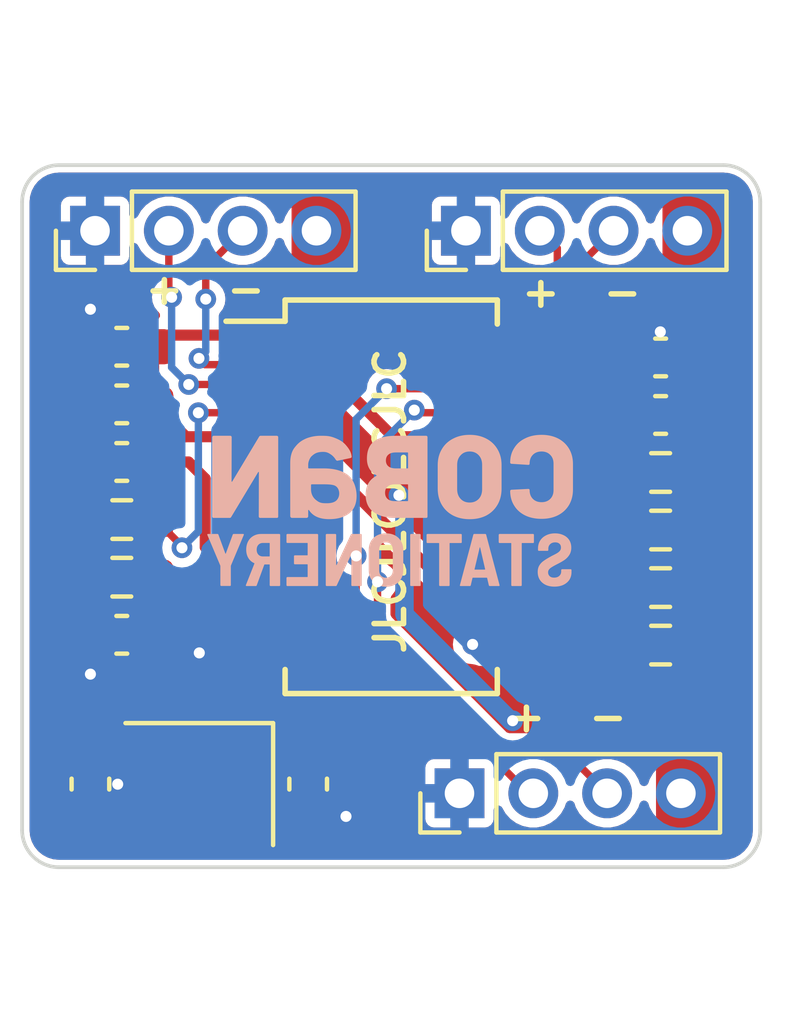
<source format=kicad_pcb>
(kicad_pcb (version 20221018) (generator pcbnew)
  (layers (0 "F.Cu" signal) (31 "B.Cu" signal) (34 "B.Paste" user) (35 "F.Paste" user) (36 "B.SilkS" user "B.Silkscreen") (37 "F.SilkS" user "F.Silkscreen") (38 "B.Mask" user) (39 "F.Mask" user) (44 "Edge.Cuts" user))
  (net 0 "")
  (net 1 "+5V")
  (net 2 "GND")
  (net 3 "+3V3")
  (net 4 "Net-(U1-RESET)")
  (net 5 "/XIN")
  (net 6 "/D0+")
  (net 7 "/D0-")
  (net 8 "/D1+")
  (net 9 "/D1-")
  (net 10 "/D2+")
  (net 11 "/D2-")
  (net 12 "Net-(U1-RREF)")
  (net 13 "Net-(U1-PSELF)")
  (net 14 "Net-(U1-PGANG)")
  (net 15 "Net-(U1-OVCUR1)")
  (net 16 "/XOUT")
  (footprint "Resistor_SMD:R_0603_1608Metric_Pad0.98x0.95mm_HandSolder" (layer "F.Cu") (at 122.85 102.564 180)
    (fp_text reference "R4" hide)
    (fp_text value "10K")
  )
  (footprint "Resistor_SMD:R_0603_1608Metric_Pad0.98x0.95mm_HandSolder" (layer "F.Cu") (at 122.85 101.007 180)
    (fp_text reference "R5" hide)
    (fp_text value "10K")
  )
  (footprint "Connector_PinHeader_2.00mm:PinHeader_1x04_P2.00mm_Vertical" (layer "F.Cu") (at 117.575 91.35 90)
    (fp_text reference "J2" hide)
    (fp_text value "Conn_01x04_Pin")
  )
  (footprint "Capacitor_SMD:C_0603_1608Metric_Pad1.08x0.95mm_HandSolder" (layer "F.Cu") (at 113.3 106.325 -90)
    (fp_text reference "C11" hide)
    (fp_text value "15p")
  )
  (footprint "Capacitor_SMD:C_0603_1608Metric_Pad1.08x0.95mm_HandSolder" (layer "F.Cu") (at 122.85 96.336)
    (fp_text reference "C3" hide)
    (fp_text value "100n")
  )
  (footprint "Resistor_SMD:R_0603_1608Metric_Pad0.98x0.95mm_HandSolder" (layer "F.Cu") (at 122.85 99.45)
    (fp_text reference "R7" hide)
    (fp_text value "5K1")
  )
  (footprint "Resistor_SMD:R_0603_1608Metric_Pad0.98x0.95mm_HandSolder" (layer "F.Cu") (at 122.85 97.893)
    (fp_text reference "R6" hide)
    (fp_text value "10K")
  )
  (footprint "Package_SO:SSOP-28_5.3x10.2mm_P0.65mm" (layer "F.Cu") (at 115.55 98.55)
    (fp_text reference "U1" hide)
    (fp_text value "GL850G")
  )
  (footprint "Capacitor_SMD:C_0603_1608Metric_Pad1.08x0.95mm_HandSolder" (layer "F.Cu") (at 108.25 96.049 180)
    (fp_text reference "C4" hide)
    (fp_text value "100n")
  )
  (footprint "Capacitor_SMD:C_0603_1608Metric_Pad1.08x0.95mm_HandSolder" (layer "F.Cu") (at 108.25 102.285 180)
    (fp_text reference "C6" hide)
    (fp_text value "100n")
  )
  (footprint "Resistor_SMD:R_0603_1608Metric_Pad0.98x0.95mm_HandSolder" (layer "F.Cu") (at 108.25 100.726 180)
    (fp_text reference "R1" hide)
    (fp_text value "10K")
  )
  (footprint "Capacitor_SMD:C_0603_1608Metric_Pad1.08x0.95mm_HandSolder" (layer "F.Cu") (at 108.25 94.49 180)
    (fp_text reference "C5" hide)
    (fp_text value "100n")
  )
  (footprint "Capacitor_SMD:C_0603_1608Metric_Pad1.08x0.95mm_HandSolder" (layer "F.Cu") (at 107.4 106.325 90)
    (fp_text reference "C12" hide)
    (fp_text value "15p")
  )
  (footprint "Capacitor_SMD:C_0603_1608Metric_Pad1.08x0.95mm_HandSolder" (layer "F.Cu") (at 122.85 94.779)
    (fp_text reference "C1" hide)
    (fp_text value "10u")
  )
  (footprint "Capacitor_SMD:C_0603_1608Metric_Pad1.08x0.95mm_HandSolder" (layer "F.Cu") (at 108.25 97.608 180)
    (fp_text reference "C2" hide)
    (fp_text value "100n")
  )
  (footprint "Resistor_SMD:R_0603_1608Metric_Pad0.98x0.95mm_HandSolder" (layer "F.Cu") (at 108.25 99.167)
    (fp_text reference "R3" hide)
    (fp_text value "660")
  )
  (footprint "Connector_PinHeader_2.00mm:PinHeader_1x04_P2.00mm_Vertical" (layer "F.Cu") (at 117.4 106.575 90)
    (fp_text reference "J1" hide)
    (fp_text value "Conn_01x04_Pin")
  )
  (footprint "Crystal:Crystal_SMD_3225-4Pin_3.2x2.5mm" (layer "F.Cu") (at 110.35 106.325 180)
    (fp_text reference "Y1" hide)
    (fp_text value "12MHz")
  )
  (footprint "Connector_PinHeader_2.00mm:PinHeader_1x04_P2.00mm_Vertical" (layer "F.Cu") (at 107.525 91.35 90)
    (fp_text reference "J3" hide)
    (fp_text value "Conn_01x04_Pin")
  )
  (gr_poly (pts (xy 118.485628 99.555941) (xy 118.48442 99.556035) (xy 118.483242 99.556191) (xy 118.482096 99.556411) (xy 118.480981 99.556693) (xy 118.479897 99.557038) (xy 118.478844 99.557446) (xy 118.477822 99.557917) (xy 118.476832 99.558451) (xy 118.475873 99.559047) (xy 118.474946 99.559707) (xy 118.47405 99.56043) (xy 118.473186 99.561216) (xy 118.472353 99.562065) (xy 118.471551 99.562977) (xy 118.470781 99.563953) (xy 118.469806 99.564723) (xy 118.468893 99.565524) (xy 118.468042 99.566357) (xy 118.467255 99.567222) (xy 118.46653 99.568118) (xy 118.465868 99.569046) (xy 118.465268 99.570006) (xy 118.464732 99.570997) (xy 118.464259 99.57202) (xy 118.463849 99.573075) (xy 118.463501 99.574161) (xy 118.463217 99.575278) (xy 118.462996 99.576428) (xy 118.462838 99.577609) (xy 118.462743 99.578821) (xy 118.462711 99.580066) (xy 118.462711 99.777392) (xy 118.462743 99.778644) (xy 118.462838 99.77988) (xy 118.462996 99.7811) (xy 118.463217 99.782304) (xy 118.463501 99.783492) (xy 118.463849 99.784664) (xy 118.464259 99.78582) (xy 118.464732 99.78696) (xy 118.465268 99.788084) (xy 118.465868 99.789193) (xy 118.46653 99.790286) (xy 118.467255 99.791363) (xy 118.468042 99.792425) (xy 118.468893 99.793471) (xy 118.469806 99.794501) (xy 118.470781 99.795516) (xy 118.471551 99.796251) (xy 118.472353 99.796939) (xy 118.473186 99.797578) (xy 118.47405 99.79817) (xy 118.474946 99.798715) (xy 118.475873 99.799212) (xy 118.476832 99.799661) (xy 118.477822 99.800063) (xy 118.478844 99.800418) (xy 118.479897 99.800725) (xy 118.480981 99.800985) (xy 118.482096 99.801197) (xy 118.483242 99.801363) (xy 118.48442 99.801481) (xy 118.485628 99.801551) (xy 118.486868 99.801575) (xy 118.792951 99.801575) (xy 118.79357 99.801585) (xy 118.79417 99.801614) (xy 118.79475 99.801663) (xy 118.795311 99.801731) (xy 118.795852 99.801819) (xy 118.796373 99.801927) (xy 118.796874 99.802054) (xy 118.797356 99.802201) (xy 118.797818 99.802367) (xy 118.79826 99.802553) (xy 118.798683 99.802759) (xy 118.799086 99.802984) (xy 118.79947 99.803229) (xy 118.799833 99.803494) (xy 118.800177 99.803778) (xy 118.800502 99.804082) (xy 118.800807 99.804405) (xy 118.801092 99.804749) (xy 118.801357 99.805112) (xy 118.801603 99.805495) (xy 118.801829 99.805897) (xy 118.802035 99.806319) (xy 118.802222 99.806761) (xy 118.802389 99.807223) (xy 118.802537 99.807704) (xy 118.802665 99.808206) (xy 118.802773 99.808727) (xy 118.802861 99.809268) (xy 118.80293 99.809828) (xy 118.802979 99.810409) (xy 118.803009 99.811009) (xy 118.803018 99.811629) (xy 118.803018 100.941268) (xy 118.80305 100.94252) (xy 118.803144 100.943756) (xy 118.803302 100.944976) (xy 118.803522 100.946179) (xy 118.803805 100.947367) (xy 118.804151 100.948539) (xy 118.80456 100.949695) (xy 118.805032 100.950836) (xy 118.805567 100.95196) (xy 118.806165 100.953069) (xy 118.806826 100.954162) (xy 118.807549 100.955239) (xy 118.808336 100.9563) (xy 118.809185 100.957346) (xy 118.810097 100.958377) (xy 118.811072 100.959392) (xy 118.811843 100.960127) (xy 118.812646 100.960814) (xy 118.813479 100.961454) (xy 118.814345 100.962046) (xy 118.815241 100.962591) (xy 118.81617 100.963088) (xy 118.817129 100.963537) (xy 118.818121 100.963939) (xy 118.819143 100.964294) (xy 118.820197 100.964601) (xy 118.821283 100.964861) (xy 118.8224 100.965073) (xy 118.823549 100.965238) (xy 118.824729 100.965356) (xy 118.82594 100.965427) (xy 118.827183 100.965451) (xy 119.062776 100.965451) (xy 119.064026 100.965427) (xy 119.065261 100.965356) (xy 119.066481 100.965238) (xy 119.067684 100.965073) (xy 119.068872 100.964861) (xy 119.070044 100.964601) (xy 119.0712 100.964294) (xy 119.072341 100.963939) (xy 119.073466 100.963537) (xy 119.074575 100.963088) (xy 119.075668 100.962591) (xy 119.076746 100.962046) (xy 119.077808 100.961454) (xy 119.078854 100.960814) (xy 119.079885 100.960127) (xy 119.0809 100.959392) (xy 119.081631 100.958377) (xy 119.082315 100.957346) (xy 119.082953 100.9563) (xy 119.083542 100.955239) (xy 119.084085 100.954162) (xy 119.084581 100.953069) (xy 119.085029 100.95196) (xy 119.08543 100.950836) (xy 119.085784 100.949695) (xy 119.086091 100.948539) (xy 119.08635 100.947367) (xy 119.086563 100.946179) (xy 119.086728 100.944976) (xy 119.086846 100.943756) (xy 119.086917 100.94252) (xy 119.08694 100.941268) (xy 119.08694 99.811629) (xy 119.08695 99.811009) (xy 119.086979 99.810409) (xy 119.087029 99.809828) (xy 119.087097 99.809268) (xy 119.087186 99.808727) (xy 119.087294 99.808206) (xy 119.087422 99.807704) (xy 119.08757 99.807223) (xy 119.087737 99.806761) (xy 119.087924 99.806319) (xy 119.08813 99.805897) (xy 119.088356 99.805495) (xy 119.088602 99.805112) (xy 119.088868 99.804749) (xy 119.089153 99.804405) (xy 119.089458 99.804082) (xy 119.089782 99.803778) (xy 119.090126 99.803494) (xy 119.09049 99.803229) (xy 119.090874 99.802984) (xy 119.091277 99.802759) (xy 119.091699 99.802553) (xy 119.092142 99.802367) (xy 119.092604 99.802201) (xy 119.093086 99.802054) (xy 119.093587 99.801927) (xy 119.094108 99.801819) (xy 119.094649 99.801731) (xy 119.095209 99.801663) (xy 119.095789 99.801614) (xy 119.096388 99.801585) (xy 119.097008 99.801575) (xy 119.393013 99.801575) (xy 119.394264 99.801551) (xy 119.395498 99.801481) (xy 119.396718 99.801363) (xy 119.397921 99.801197) (xy 119.399109 99.800985) (xy 119.400281 99.800725) (xy 119.401437 99.800418) (xy 119.402577 99.800063) (xy 119.403702 99.799661) (xy 119.404811 99.799212) (xy 119.405904 99.798715) (xy 119.406982 99.79817) (xy 119.408043 99.797578) (xy 119.409089 99.796939) (xy 119.41012 99.796251) (xy 119.411134 99.795516) (xy 119.411866 99.794501) (xy 119.412551 99.793471) (xy 119.413188 99.792425) (xy 119.413778 99.791363) (xy 119.414321 99.790286) (xy 119.414817 99.789193) (xy 119.415265 99.788084) (xy 119.415667 99.78696) (xy 119.416021 99.78582) (xy 119.416328 99.784664) (xy 119.416587 99.783492) (xy 119.4168 99.782304) (xy 119.416965 99.7811) (xy 119.417083 99.77988) (xy 119.417154 99.778644) (xy 119.417177 99.777392) (xy 119.417177 99.580066) (xy 119.417154 99.578821) (xy 119.417083 99.577609) (xy 119.416965 99.576428) (xy 119.4168 99.575278) (xy 119.416587 99.574161) (xy 119.416328 99.573075) (xy 119.416021 99.57202) (xy 119.415667 99.570997) (xy 119.415265 99.570006) (xy 119.414817 99.569046) (xy 119.414321 99.568118) (xy 119.413778 99.567222) (xy 119.413188 99.566357) (xy 119.412551 99.565524) (xy 119.411866 99.564723) (xy 119.411134 99.563953) (xy 119.41012 99.562977) (xy 119.409089 99.562065) (xy 119.408043 99.561216) (xy 119.406982 99.56043) (xy 119.405904 99.559707) (xy 119.404811 99.559047) (xy 119.403702 99.558451) (xy 119.402577 99.557917) (xy 119.401437 99.557446) (xy 119.400281 99.557038) (xy 119.399109 99.556693) (xy 119.397921 99.556411) (xy 119.396718 99.556191) (xy 119.395498 99.556035) (xy 119.394264 99.555941) (xy 119.393013 99.555909) (xy 118.486868 99.555909)) (fill solid) (layer "B.SilkS"))
  (gr_poly (pts (xy 119.592706 96.873936) (xy 119.561701 96.875052) (xy 119.531191 96.876912) (xy 119.501177 96.879517) (xy 119.47166 96.882865) (xy 119.442638 96.886958) (xy 119.414113 96.891795) (xy 119.386083 96.897376) (xy 119.35855 96.903701) (xy 119.331513 96.910771) (xy 119.304972 96.918584) (xy 119.278927 96.927142) (xy 119.253378 96.936443) (xy 119.228326 96.946489) (xy 119.203769 96.957279) (xy 119.179708 96.968814) (xy 119.155846 96.980633) (xy 119.132679 96.993073) (xy 119.110206 97.006132) (xy 119.088427 97.019812) (xy 119.067343 97.034112) (xy 119.046954 97.049032) (xy 119.027259 97.064572) (xy 119.008258 97.080732) (xy 118.989953 97.097513) (xy 118.972341 97.114913) (xy 118.955424 97.132934) (xy 118.939202 97.151575) (xy 118.923674 97.170835) (xy 118.908841 97.190716) (xy 118.894702 97.211217) (xy 118.881258 97.232339) (xy 118.868186 97.253584) (xy 118.855958 97.275251) (xy 118.844572 97.297339) (xy 118.83403 97.31985) (xy 118.824332 97.342781) (xy 118.815476 97.366135) (xy 118.807464 97.38991) (xy 118.800296 97.414107) (xy 118.793971 97.438726) (xy 118.788489 97.463766) (xy 118.78385 97.489228) (xy 118.780055 97.515112) (xy 118.777103 97.541417) (xy 118.774995 97.568144) (xy 118.77373 97.595293) (xy 118.773308 97.622864) (xy 118.773358 97.624823) (xy 118.773507 97.626733) (xy 118.773755 97.628593) (xy 118.774102 97.630404) (xy 118.774549 97.632165) (xy 118.775094 97.633877) (xy 118.775739 97.635539) (xy 118.776483 97.637151) (xy 118.777327 97.638714) (xy 118.778269 97.640227) (xy 118.779311 97.64169) (xy 118.780452 97.643104) (xy 118.781692 97.644468) (xy 118.783032 97.645783) (xy 118.784471 97.647048) (xy 118.786008 97.648264) (xy 118.787224 97.649417) (xy 118.788489 97.650496) (xy 118.789803 97.651501) (xy 118.791168 97.652431) (xy 118.792582 97.653287) (xy 118.794045 97.654068) (xy 118.795558 97.654775) (xy 118.797121 97.655407) (xy 118.798733 97.655966) (xy 118.800395 97.656449) (xy 118.802107 97.656859) (xy 118.803868 97.657193) (xy 118.805679 97.657454) (xy 118.807539 97.65764) (xy 118.809449 97.657751) (xy 118.811408 97.657789) (xy 119.262258 97.686364) (xy 119.266872 97.686227) (xy 119.271188 97.685818) (xy 119.273235 97.685511) (xy 119.275206 97.685136) (xy 119.277104 97.684692) (xy 119.278927 97.684181) (xy 119.280676 97.683601) (xy 119.28235 97.682953) (xy 119.28395 97.682237) (xy 119.285476 97.681452) (xy 119.286927 97.6806) (xy 119.288303 97.679679) (xy 119.289606 97.67869) (xy 119.290833 97.677632) (xy 119.291987 97.676507) (xy 119.293066 97.675313) (xy 119.29407 97.674051) (xy 119.295001 97.672721) (xy 119.295856 97.671323) (xy 119.296638 97.669856) (xy 119.297345 97.668321) (xy 119.297977 97.666718) (xy 119.298535 97.665047) (xy 119.299019 97.663308) (xy 119.299428 97.6615) (xy 119.299763 97.659624) (xy 119.300024 97.65768) (xy 119.30021 97.655668) (xy 119.300321 97.653587) (xy 119.300358 97.651439) (xy 119.300706 97.633021) (xy 119.301748 97.615075) (xy 119.303484 97.5976) (xy 119.305915 97.580596) (xy 119.30904 97.564064) (xy 119.31286 97.548003) (xy 119.317374 97.532413) (xy 119.322583 97.517295) (xy 119.328487 97.502648) (xy 119.335085 97.488472) (xy 119.342378 97.474767) (xy 119.350365 97.461534) (xy 119.359046 97.448772) (xy 119.368423 97.436481) (xy 119.378493 97.424662) (xy 119.389258 97.413314) (xy 119.400594 97.402548) (xy 119.412376 97.392478) (xy 119.424605 97.383101) (xy 119.43728 97.37442) (xy 119.450402 97.366433) (xy 119.46397 97.35914) (xy 119.477985 97.352542) (xy 119.492446 97.346639) (xy 119.507353 97.34143) (xy 119.522708 97.336915) (xy 119.538508 97.333095) (xy 119.554755 97.32997) (xy 119.571449 97.327539) (xy 119.588589 97.325803) (xy 119.606175 97.324761) (xy 119.624208 97.324414) (xy 119.642241 97.324773) (xy 119.659828 97.325852) (xy 119.676968 97.327651) (xy 119.693662 97.330168) (xy 119.709909 97.333405) (xy 119.725709 97.337362) (xy 119.741063 97.342037) (xy 119.755971 97.347432) (xy 119.770432 97.353547) (xy 119.784447 97.36038) (xy 119.798015 97.367933) (xy 119.811137 97.376206) (xy 119.823812 97.385197) (xy 119.83604 97.394908) (xy 119.847823 97.405339) (xy 119.859158 97.416489) (xy 119.869924 97.427824) (xy 119.879994 97.439607) (xy 119.88937 97.451835) (xy 119.898052 97.46451) (xy 119.906039 97.477632) (xy 119.913332 97.4912) (xy 119.91993 97.505215) (xy 119.925833 97.519676) (xy 119.931042 97.534584) (xy 119.935557 97.549938) (xy 119.939377 97.565738) (xy 119.942502 97.581986) (xy 119.944933 97.598679) (xy 119.946669 97.615819) (xy 119.947711 97.633406) (xy 119.948058 97.651439) (xy 119.948058 98.372163) (xy 119.947711 98.390196) (xy 119.946669 98.407783) (xy 119.944933 98.424923) (xy 119.942502 98.441617) (xy 119.939377 98.457864) (xy 119.935557 98.473664) (xy 119.931042 98.489018) (xy 119.925833 98.503926) (xy 119.91993 98.518387) (xy 119.913332 98.532402) (xy 119.906039 98.54597) (xy 119.898052 98.559092) (xy 119.88937 98.571767) (xy 119.879994 98.583996) (xy 119.869924 98.595778) (xy 119.859158 98.607114) (xy 119.847823 98.617879) (xy 119.83604 98.627949) (xy 119.823812 98.637326) (xy 119.811137 98.646007) (xy 119.798015 98.653994) (xy 119.784447 98.661287) (xy 119.770432 98.667885) (xy 119.755971 98.673788) (xy 119.741063 98.678997) (xy 119.725709 98.683512) (xy 119.709909 98.687332) (xy 119.693662 98.690457) (xy 119.676968 98.692888) (xy 119.659828 98.694624) (xy 119.642241 98.695666) (xy 119.624208 98.696013) (xy 119.606175 98.695666) (xy 119.588589 98.694624) (xy 119.571449 98.692888) (xy 119.554755 98.690457) (xy 119.538508 98.687332) (xy 119.522708 98.683512) (xy 119.507353 98.678997) (xy 119.492446 98.673788) (xy 119.477985 98.667885) (xy 119.46397 98.661287) (xy 119.450402 98.653994) (xy 119.43728 98.646007) (xy 119.424605 98.637326) (xy 119.412376 98.627949) (xy 119.400594 98.617879) (xy 119.389258 98.607114) (xy 119.378493 98.595778) (xy 119.368423 98.583996) (xy 119.359046 98.571767) (xy 119.350365 98.559092) (xy 119.342378 98.54597) (xy 119.335085 98.532402) (xy 119.328487 98.518387) (xy 119.322583 98.503926) (xy 119.317374 98.489018) (xy 119.31286 98.473664) (xy 119.30904 98.457864) (xy 119.305915 98.441617) (xy 119.303484 98.424923) (xy 119.301748 98.407783) (xy 119.300706 98.390196) (xy 119.300358 98.372163) (xy 119.300321 98.370015) (xy 119.30021 98.367934) (xy 119.300024 98.365922) (xy 119.299763 98.363978) (xy 119.299428 98.362102) (xy 119.299019 98.360294) (xy 119.298535 98.358555) (xy 119.297977 98.356884) (xy 119.297345 98.355281) (xy 119.296638 98.353746) (xy 119.295856 98.352279) (xy 119.295001 98.350881) (xy 119.29407 98.349551) (xy 119.293066 98.348289) (xy 119.291987 98.347095) (xy 119.290833 98.34597) (xy 119.289606 98.344913) (xy 119.288303 98.343923) (xy 119.286927 98.343003) (xy 119.285476 98.34215) (xy 119.28395 98.341365) (xy 119.28235 98.340649) (xy 119.280676 98.340001) (xy 119.278927 98.339421) (xy 119.277104 98.33891) (xy 119.275206 98.338466) (xy 119.273235 98.338091) (xy 119.271188 98.337784) (xy 119.269067 98.337546) (xy 119.266872 98.337375) (xy 119.264603 98.337273) (xy 119.262258 98.337239) (xy 118.811408 98.359464) (xy 118.809449 98.359501) (xy 118.807539 98.359612) (xy 118.805679 98.359798) (xy 118.803868 98.360059) (xy 118.802107 98.360394) (xy 118.800395 98.360803) (xy 118.798733 98.361287) (xy 118.797121 98.361845) (xy 118.795558 98.362477) (xy 118.794045 98.363184) (xy 118.792582 98.363966) (xy 118.791168 98.364821) (xy 118.789803 98.365751) (xy 118.788489 98.366756) (xy 118.787224 98.367835) (xy 118.786008 98.368988) (xy 118.784471 98.370191) (xy 118.783032 98.371419) (xy 118.781692 98.372672) (xy 118.780452 98.373949) (xy 118.779311 98.375252) (xy 118.778269 98.376579) (xy 118.777327 98.377931) (xy 118.776483 98.379307) (xy 118.775739 98.380709) (xy 118.775094 98.382135) (xy 118.774549 98.383586) (xy 118.774102 98.385062) (xy 118.773755 98.386563) (xy 118.773507 98.388088) (xy 118.773358 98.389638) (xy 118.773308 98.391214) (xy 118.77373 98.419181) (xy 118.774995 98.446726) (xy 118.777103 98.47385) (xy 118.780055 98.500553) (xy 118.78385 98.526833) (xy 118.788489 98.552692) (xy 118.793971 98.578129) (xy 118.800296 98.603145) (xy 118.807464 98.627739) (xy 118.815476 98.651911) (xy 118.824332 98.675661) (xy 118.83403 98.69899) (xy 118.844572 98.721897) (xy 118.855958 98.744383) (xy 118.868186 98.766446) (xy 118.881258 98.788088) (xy 118.894702 98.809222) (xy 118.908841 98.82976) (xy 118.923674 98.849703) (xy 118.939202 98.869051) (xy 118.955424 98.887803) (xy 118.972341 98.90596) (xy 118.989953 98.923522) (xy 119.008258 98.940488) (xy 119.027259 98.95686) (xy 119.046954 98.972635) (xy 119.067343 98.987816) (xy 119.088427 99.002401) (xy 119.110206 99.016391) (xy 119.132679 99.029785) (xy 119.155846 99.042585) (xy 119.179708 99.054789) (xy 119.203769 99.065938) (xy 119.228326 99.076369) (xy 119.253378 99.08608) (xy 119.278927 99.095071) (xy 119.304972 99.103344) (xy 119.331513 99.110897) (xy 119.35855 99.11773) (xy 119.386083 99.123845) (xy 119.414113 99.12924) (xy 119.442638 99.133916) (xy 119.47166 99.137872) (xy 119.501177 99.141109) (xy 119.531191 99.143627) (xy 119.561701 99.145425) (xy 119.592706 99.146504) (xy 119.624208 99.146864) (xy 119.655723 99.146479) (xy 119.686766 99.145326) (xy 119.717338 99.143403) (xy 119.747438 99.140712) (xy 119.777067 99.137252) (xy 119.806225 99.133023) (xy 119.834912 99.128024) (xy 119.863127 99.122257) (xy 119.890871 99.115721) (xy 119.918144 99.108416) (xy 119.944945 99.100342) (xy 119.971276 99.0915) (xy 119.997134 99.081888) (xy 120.022522 99.071507) (xy 120.047438 99.060357) (xy 120.071883 99.048438) (xy 120.095373 99.035813) (xy 120.118219 99.022542) (xy 120.140419 99.008627) (xy 120.161974 98.994067) (xy 120.182884 98.978861) (xy 120.20315 98.963011) (xy 120.22277 98.946516) (xy 120.241746 98.929376) (xy 120.260076 98.911591) (xy 120.277762 98.893161) (xy 120.294803 98.874086) (xy 120.311199 98.854367) (xy 120.32695 98.834002) (xy 120.342056 98.812992) (xy 120.356517 98.791338) (xy 120.370333 98.769038) (xy 120.383021 98.746193) (xy 120.39489 98.722902) (xy 120.40594 98.699164) (xy 120.416172 98.674979) (xy 120.425586 98.650348) (xy 120.434181 98.625271) (xy 120.441957 98.599747) (xy 120.448915 98.573776) (xy 120.455054 98.547359) (xy 120.460374 98.520496) (xy 120.464876 98.493186) (xy 120.46856 98.465429) (xy 120.471425 98.437226) (xy 120.473471 98.408577) (xy 120.474699 98.379481) (xy 120.475108 98.349939) (xy 120.475108 97.664139) (xy 120.474699 97.634993) (xy 120.473471 97.606294) (xy 120.471425 97.578042) (xy 120.46856 97.550235) (xy 120.464876 97.522876) (xy 120.460374 97.495963) (xy 120.455054 97.469496) (xy 120.448915 97.443476) (xy 120.441957 97.417902) (xy 120.434181 97.392775) (xy 120.425586 97.368095) (xy 120.416172 97.34386) (xy 120.40594 97.320073) (xy 120.39489 97.296732) (xy 120.383021 97.273837) (xy 120.370333 97.251389) (xy 120.356517 97.229089) (xy 120.342056 97.207435) (xy 120.32695 97.186425) (xy 120.311199 97.16606) (xy 120.294803 97.146341) (xy 120.277762 97.127266) (xy 120.260076 97.108836) (xy 120.241746 97.091051) (xy 120.22277 97.073911) (xy 120.20315 97.057416) (xy 120.182884 97.041566) (xy 120.161974 97.02636) (xy 120.140419 97.0118) (xy 120.118219 96.997885) (xy 120.095373 96.984614) (xy 120.071883 96.971989) (xy 120.047438 96.96007) (xy 120.022522 96.94892) (xy 119.997134 96.93854) (xy 119.971276 96.928928) (xy 119.944945 96.920085) (xy 119.918144 96.912011) (xy 119.890871 96.904706) (xy 119.863127 96.89817) (xy 119.834912 96.892403) (xy 119.806225 96.887405) (xy 119.777067 96.883175) (xy 119.747438 96.879715) (xy 119.717338 96.877024) (xy 119.686766 96.875102) (xy 119.655723 96.873948) (xy 119.624208 96.873564)) (fill solid) (layer "B.SilkS"))
  (gr_poly (pts (xy 117.79995 99.555988) (xy 117.797371 99.556223) (xy 117.794917 99.556616) (xy 117.792589 99.557165) (xy 117.790387 99.557872) (xy 117.789333 99.558284) (xy 117.788311 99.558736) (xy 117.78732 99.559227) (xy 117.78636 99.559758) (xy 117.785432 99.560327) (xy 117.784535 99.560936) (xy 117.783669 99.561585) (xy 117.782835 99.562273) (xy 117.782032 99.563) (xy 117.781261 99.563767) (xy 117.780521 99.564573) (xy 117.779812 99.565418) (xy 117.779135 99.566303) (xy 117.778489 99.567228) (xy 117.777292 99.569195) (xy 117.776219 99.57132) (xy 117.775272 99.573603) (xy 117.774451 99.576044) (xy 117.411998 100.939257) (xy 117.409987 100.947327) (xy 117.410009 100.94844) (xy 117.410074 100.949518) (xy 117.410182 100.950561) (xy 117.410333 100.951569) (xy 117.410528 100.952542) (xy 117.410766 100.953479) (xy 117.411047 100.954381) (xy 117.411371 100.955248) (xy 117.411739 100.95608) (xy 117.41215 100.956876) (xy 117.412604 100.957637) (xy 117.413102 100.958363) (xy 117.413642 100.959054) (xy 117.414226 100.959709) (xy 117.414853 100.960329) (xy 117.415524 100.960913) (xy 117.416237 100.961462) (xy 117.416994 100.961976) (xy 117.417795 100.962454) (xy 117.418638 100.962897) (xy 117.419525 100.963305) (xy 117.420455 100.963677) (xy 117.421428 100.964014) (xy 117.422444 100.964315) (xy 117.423504 100.964581) (xy 117.424607 100.964812) (xy 117.425753 100.965007) (xy 117.426943 100.965167) (xy 117.428175 100.965291) (xy 117.429451 100.96538) (xy 117.430771 100.965433) (xy 117.432133 100.965451) (xy 117.677798 100.965451) (xy 117.680504 100.965372) (xy 117.683084 100.965136) (xy 117.685539 100.964742) (xy 117.687868 100.964191) (xy 117.690072 100.963483) (xy 117.691127 100.963069) (xy 117.69215 100.962617) (xy 117.693142 100.962125) (xy 117.694102 100.961594) (xy 117.695031 100.961023) (xy 117.695929 100.960414) (xy 117.696795 100.959765) (xy 117.69763 100.959076) (xy 117.698433 100.958349) (xy 117.699204 100.957582) (xy 117.699945 100.956775) (xy 117.700653 100.95593) (xy 117.70133 100.955045) (xy 117.701976 100.954121) (xy 117.703172 100.952155) (xy 117.704242 100.950032) (xy 117.705186 100.947753) (xy 117.706003 100.945316) (xy 117.752305 100.747963) (xy 117.752582 100.746988) (xy 117.752738 100.746524) (xy 117.752905 100.746075) (xy 117.753085 100.745643) (xy 117.753276 100.745226) (xy 117.753479 100.744826) (xy 117.753694 100.74444) (xy 117.753921 100.744071) (xy 117.754159 100.743718) (xy 117.75441 100.74338) (xy 117.754672 100.743058) (xy 117.754945 100.742752) (xy 117.755231 100.742461) (xy 117.755528 100.742186) (xy 117.755837 100.741927) (xy 117.756158 100.741684) (xy 117.756491 100.741457) (xy 117.756835 100.741245) (xy 117.757192 100.741049) (xy 117.75756 100.740868) (xy 117.75794 100.740704) (xy 117.758331 100.740555) (xy 117.758735 100.740422) (xy 117.75915 100.740304) (xy 117.759577 100.740202) (xy 117.760015 100.740116) (xy 117.760466 100.740045) (xy 117.760928 100.739991) (xy 117.761402 100.739951) (xy 117.762386 100.73992) (xy 118.138941 100.73992) (xy 118.139924 100.739951) (xy 118.14086 100.740045) (xy 118.14131 100.740116) (xy 118.141748 100.740202) (xy 118.142174 100.740304) (xy 118.142588 100.740422) (xy 118.14299 100.740555) (xy 118.143381 100.740704) (xy 118.14376 100.740868) (xy 118.144127 100.741049) (xy 118.144482 100.741245) (xy 118.144825 100.741457) (xy 118.145156 100.741684) (xy 118.145476 100.741927) (xy 118.145784 100.742186) (xy 118.14608 100.742461) (xy 118.146364 100.742752) (xy 118.146637 100.743058) (xy 118.146898 100.74338) (xy 118.147147 100.743718) (xy 118.147384 100.744071) (xy 118.14761 100.74444) (xy 118.147824 100.744826) (xy 118.148026 100.745226) (xy 118.148396 100.746075) (xy 118.148719 100.746988) (xy 118.148995 100.747963) (xy 118.195324 100.945316) (xy 118.196133 100.947753) (xy 118.197052 100.950032) (xy 118.197553 100.951113) (xy 118.198082 100.952155) (xy 118.198638 100.953158) (xy 118.199222 100.954121) (xy 118.199834 100.955045) (xy 118.200473 100.95593) (xy 118.201139 100.956775) (xy 118.201833 100.957582) (xy 118.202555 100.958349) (xy 118.203304 100.959076) (xy 118.204081 100.959765) (xy 118.204885 100.960414) (xy 118.205716 100.961023) (xy 118.206576 100.961594) (xy 118.207462 100.962125) (xy 118.208377 100.962617) (xy 118.209318 100.963069) (xy 118.210288 100.963483) (xy 118.211284 100.963856) (xy 118.212308 100.964191) (xy 118.21336 100.964486) (xy 118.214439 100.964742) (xy 118.215546 100.964959) (xy 118.21668 100.965136) (xy 118.217841 100.965274) (xy 118.21903 100.965372) (xy 118.221491 100.965451) (xy 118.465146 100.965451) (xy 118.466749 100.965425) (xy 118.468289 100.965348) (xy 118.469767 100.96522) (xy 118.471182 100.965041) (xy 118.472534 100.964811) (xy 118.473823 100.96453) (xy 118.475049 100.964197) (xy 118.476213 100.963814) (xy 118.477314 100.963379) (xy 118.478352 100.962893) (xy 118.479327 100.962355) (xy 118.480239 100.961767) (xy 118.481089 100.961128) (xy 118.481875 100.960437) (xy 118.482599 100.959695) (xy 118.48326 100.958902) (xy 118.483858 100.958058) (xy 118.484393 100.957163) (xy 118.484865 100.956216) (xy 118.485274 100.955219) (xy 118.485621 100.95417) (xy 118.485904 100.95307) (xy 118.486125 100.951919) (xy 118.486283 100.950717) (xy 118.486378 100.949463) (xy 118.48641 100.948158) (xy 118.486379 100.946803) (xy 118.486285 100.945396) (xy 118.486128 100.943938) (xy 118.485909 100.942429) (xy 118.485626 100.940868) (xy 118.485281 100.939257) (xy 118.371663 100.511932) (xy 118.095298 100.511932) (xy 118.095291 100.5126) (xy 118.095237 100.513253) (xy 118.095136 100.51389) (xy 118.094987 100.51451) (xy 118.09479 100.515116) (xy 118.094546 100.515705) (xy 118.094255 100.516278) (xy 118.093916 100.516835) (xy 118.093529 100.517376) (xy 118.093094 100.517902) (xy 118.092612 100.518411) (xy 118.092111 100.518656) (xy 118.091609 100.518884) (xy 118.091107 100.519097) (xy 118.090604 100.519294) (xy 118.090101 100.519475) (xy 118.089598 100.51964) (xy 118.089094 100.519789) (xy 118.088591 100.519922) (xy 118.088087 100.520039) (xy 118.087584 100.520141) (xy 118.08708 100.520227) (xy 118.086577 100.520297) (xy 118.086074 100.520352) (xy 118.085572 100.52039) (xy 118.08507 100.520414) (xy 118.084569 100.520421) (xy 117.818769 100.520421) (xy 117.818263 100.520414) (xy 117.817758 100.52039) (xy 117.817253 100.520352) (xy 117.816749 100.520297) (xy 117.816245 100.520227) (xy 117.815741 100.520141) (xy 117.815237 100.520039) (xy 117.814734 100.519922) (xy 117.81423 100.519789) (xy 117.813726 100.51964) (xy 117.813223 100.519475) (xy 117.812719 100.519294) (xy 117.812214 100.519097) (xy 117.81171 100.518884) (xy 117.811204 100.518656) (xy 117.810699 100.518411) (xy 117.810221 100.517902) (xy 117.809791 100.517376) (xy 117.809407 100.516835) (xy 117.809233 100.516558) (xy 117.809071 100.516278) (xy 117.808921 100.515993) (xy 117.808782 100.515705) (xy 117.808655 100.515412) (xy 117.808539 100.515116) (xy 117.808436 100.514815) (xy 117.808344 100.51451) (xy 117.808264 100.514202) (xy 117.808195 100.51389) (xy 117.808138 100.513573) (xy 117.808093 100.513253) (xy 117.808038 100.5126) (xy 117.80803 100.511932) (xy 117.808068 100.511248) (xy 117.808153 100.510549) (xy 117.808285 100.509834) (xy 117.808463 100.509103) (xy 117.808688 100.508357) (xy 117.947647 99.924395) (xy 117.947903 99.923419) (xy 117.948175 99.922507) (xy 117.948464 99.921658) (xy 117.948768 99.920872) (xy 117.949089 99.920149) (xy 117.949425 99.919489) (xy 117.949778 99.918893) (xy 117.950147 99.918359) (xy 117.950532 99.917888) (xy 117.950934 99.91748) (xy 117.951351 99.917135) (xy 117.951784 99.916853) (xy 117.952234 99.916633) (xy 117.952465 99.916547) (xy 117.9527 99.916477) (xy 117.952939 99.916422) (xy 117.953182 99.916383) (xy 117.95368 99.916351) (xy 117.953928 99.916359) (xy 117.954173 99.916383) (xy 117.954414 99.916422) (xy 117.954651 99.916477) (xy 117.954884 99.916547) (xy 117.955113 99.916633) (xy 117.955338 99.916735) (xy 117.95556 99.916853) (xy 117.955777 99.916986) (xy 117.955991 99.917135) (xy 117.956201 99.9173) (xy 117.956407 99.91748) (xy 117.956609 99.917676) (xy 117.956807 99.917888) (xy 117.957001 99.918115) (xy 117.957192 99.918359) (xy 117.957378 99.918618) (xy 117.957561 99.918893) (xy 117.95774 99.919183) (xy 117.957915 99.919489) (xy 117.958086 99.919811) (xy 117.958253 99.920149) (xy 117.958417 99.920503) (xy 117.958576 99.920872) (xy 117.958883 99.921658) (xy 117.959175 99.922507) (xy 117.959451 99.923419) (xy 117.959712 99.924395) (xy 118.094623 100.508357) (xy 118.094853 100.509103) (xy 118.095035 100.509834) (xy 118.09517 100.510549) (xy 118.095258 100.511248) (xy 118.095298 100.511932) (xy 118.371663 100.511932) (xy 118.122828 99.576044) (xy 118.122435 99.574804) (xy 118.12201 99.573603) (xy 118.121554 99.572442) (xy 118.121067 99.57132) (xy 118.120547 99.570238) (xy 118.119997 99.569195) (xy 118.119414 99.568191) (xy 118.1188 99.567228) (xy 118.118155 99.566303) (xy 118.117478 99.565418) (xy 118.116769 99.564573) (xy 118.116029 99.563767) (xy 118.115257 99.563) (xy 118.114454 99.562273) (xy 118.11362 99.561585) (xy 118.112754 99.560936) (xy 118.111856 99.560327) (xy 118.110927 99.559758) (xy 118.109967 99.559227) (xy 118.108975 99.558736) (xy 118.107952 99.558284) (xy 118.106897 99.557872) (xy 118.105811 99.557499) (xy 118.104693 99.557165) (xy 118.103544 99.556871) (xy 118.102364 99.556616) (xy 118.101152 99.5564) (xy 118.099909 99.556223) (xy 118.098635 99.556086) (xy 118.097329 99.555988) (xy 118.094623 99.555909) (xy 117.802655 99.555909)) (fill solid) (layer "B.SilkS"))
  (gr_poly (pts (xy 112.734799 99.555941) (xy 112.733586 99.556035) (xy 112.732406 99.556191) (xy 112.731256 99.556411) (xy 112.730139 99.556693) (xy 112.729052 99.557038) (xy 112.727998 99.557446) (xy 112.726975 99.557917) (xy 112.725984 99.558451) (xy 112.725024 99.559047) (xy 112.724096 99.559707) (xy 112.7232 99.56043) (xy 112.722335 99.561216) (xy 112.721502 99.562065) (xy 112.720701 99.562977) (xy 112.719931 99.563953) (xy 112.718955 99.564723) (xy 112.718043 99.565524) (xy 112.717194 99.566357) (xy 112.716408 99.567222) (xy 112.715685 99.568118) (xy 112.715025 99.569046) (xy 112.714428 99.570006) (xy 112.713895 99.570997) (xy 112.713424 99.57202) (xy 112.713016 99.573075) (xy 112.712671 99.574161) (xy 112.712389 99.575278) (xy 112.712169 99.576428) (xy 112.712013 99.577609) (xy 112.711919 99.578821) (xy 112.711887 99.580066) (xy 112.711887 99.775381) (xy 112.711919 99.776633) (xy 112.712013 99.777869) (xy 112.712169 99.779089) (xy 112.712389 99.780293) (xy 112.712671 99.781481) (xy 112.713016 99.782653) (xy 112.713424 99.783809) (xy 112.713895 99.784949) (xy 112.714428 99.786074) (xy 112.715025 99.787182) (xy 112.715685 99.788275) (xy 112.716408 99.789352) (xy 112.717194 99.790414) (xy 112.718043 99.79146) (xy 112.718955 99.79249) (xy 112.719931 99.793505) (xy 112.720701 99.794236) (xy 112.721502 99.79492) (xy 112.722335 99.795558) (xy 112.7232 99.796148) (xy 112.724096 99.796692) (xy 112.725024 99.79719) (xy 112.725984 99.79764) (xy 112.726975 99.798043) (xy 112.727998 99.798399) (xy 112.729052 99.798707) (xy 112.730139 99.798969) (xy 112.731256 99.799183) (xy 112.732406 99.79935) (xy 112.733586 99.799469) (xy 112.734799 99.79954) (xy 112.736043 99.799564) (xy 113.275688 99.799564) (xy 113.276308 99.799574) (xy 113.276908 99.799603) (xy 113.277489 99.799652) (xy 113.27805 99.79972) (xy 113.278592 99.799808) (xy 113.279114 99.799916) (xy 113.279616 99.800043) (xy 113.280098 99.80019) (xy 113.280561 99.800356) (xy 113.281004 99.800542) (xy 113.281427 99.800748) (xy 113.281831 99.800973) (xy 113.282215 99.801218) (xy 113.282579 99.801483) (xy 113.282923 99.801767) (xy 113.283248 99.802071) (xy 113.283553 99.802395) (xy 113.283839 99.802738) (xy 113.284105 99.803101) (xy 113.284351 99.803484) (xy 113.284577 99.803886) (xy 113.284784 99.804308) (xy 113.284971 99.80475) (xy 113.285138 99.805212) (xy 113.285286 99.805694) (xy 113.285414 99.806195) (xy 113.285522 99.806716) (xy 113.285611 99.807257) (xy 113.28568 99.807817) (xy 113.285729 99.808398) (xy 113.285758 99.808998) (xy 113.285768 99.809618) (xy 113.285768 100.123758) (xy 113.285758 100.124376) (xy 113.285729 100.124974) (xy 113.28568 100.125553) (xy 113.285611 100.126112) (xy 113.285522 100.126651) (xy 113.285414 100.127172) (xy 113.285286 100.127672) (xy 113.285138 100.128153) (xy 113.284971 100.128614) (xy 113.284784 100.129056) (xy 113.284577 100.129478) (xy 113.284351 100.129881) (xy 113.284105 100.130264) (xy 113.283839 100.130627) (xy 113.283553 100.130971) (xy 113.283248 100.131295) (xy 113.282923 100.1316) (xy 113.282579 100.131885) (xy 113.282215 100.13215) (xy 113.281831 100.132396) (xy 113.281427 100.132622) (xy 113.281004 100.132828) (xy 113.280561 100.133015) (xy 113.280098 100.133182) (xy 113.279616 100.13333) (xy 113.279114 100.133458) (xy 113.278592 100.133566) (xy 113.27805 100.133655) (xy 113.277489 100.133724) (xy 113.276908 100.133773) (xy 113.276308 100.133802) (xy 113.275688 100.133812) (xy 112.939428 100.133812) (xy 112.938184 100.133844) (xy 112.936971 100.133939) (xy 112.93579 100.134096) (xy 112.934641 100.134317) (xy 112.933523 100.134601) (xy 112.932437 100.134948) (xy 112.931383 100.135357) (xy 112.93036 100.13583) (xy 112.929368 100.136365) (xy 112.928409 100.136962) (xy 112.927481 100.137622) (xy 112.926584 100.138344) (xy 112.92572 100.139129) (xy 112.924886 100.139976) (xy 112.924085 100.140885) (xy 112.923315 100.141856) (xy 112.92234 100.14263) (xy 112.921427 100.143436) (xy 112.920576 100.144272) (xy 112.919789 100.14514) (xy 112.919064 100.146038) (xy 112.918402 100.146968) (xy 112.917803 100.147928) (xy 112.917267 100.14892) (xy 112.916794 100.149942) (xy 112.916383 100.150996) (xy 112.916036 100.152081) (xy 112.915752 100.153196) (xy 112.915531 100.154343) (xy 112.915373 100.15552) (xy 112.915278 100.156729) (xy 112.915246 100.157969) (xy 112.915246 100.353311) (xy 112.915278 100.354558) (xy 112.915373 100.355791) (xy 112.915531 100.357009) (xy 112.915752 100.358211) (xy 112.916036 100.359398) (xy 112.916383 100.360571) (xy 112.916794 100.361727) (xy 112.917267 100.362869) (xy 112.917803 100.363994) (xy 112.918402 100.365105) (xy 112.919064 100.366199) (xy 112.919789 100.367278) (xy 112.920576 100.368341) (xy 112.921427 100.369388) (xy 112.92234 100.370419) (xy 112.923315 100.371435) (xy 112.924085 100.372165) (xy 112.924886 100.372848) (xy 112.92572 100.373485) (xy 112.926584 100.374074) (xy 112.927481 100.374616) (xy 112.928409 100.375111) (xy 112.929368 100.375558) (xy 112.93036 100.375959) (xy 112.931383 100.376312) (xy 112.932437 100.376619) (xy 112.933523 100.376878) (xy 112.934641 100.37709) (xy 112.93579 100.377255) (xy 112.936971 100.377373) (xy 112.938184 100.377444) (xy 112.939428 100.377467) (xy 113.275688 100.377467) (xy 113.276308 100.377477) (xy 113.276908 100.377506) (xy 113.277489 100.377556) (xy 113.27805 100.377625) (xy 113.278592 100.377713) (xy 113.279114 100.377821) (xy 113.279616 100.377949) (xy 113.280098 100.378097) (xy 113.280561 100.378264) (xy 113.281004 100.378451) (xy 113.281427 100.378657) (xy 113.281831 100.378883) (xy 113.282215 100.379129) (xy 113.282579 100.379394) (xy 113.282923 100.379679) (xy 113.283248 100.379984) (xy 113.283553 100.380308) (xy 113.283839 100.380652) (xy 113.284105 100.381015) (xy 113.284351 100.381398) (xy 113.284577 100.381801) (xy 113.284784 100.382223) (xy 113.284971 100.382665) (xy 113.285138 100.383126) (xy 113.285286 100.383607) (xy 113.285414 100.384108) (xy 113.285522 100.384628) (xy 113.285611 100.385167) (xy 113.28568 100.385726) (xy 113.285729 100.386305) (xy 113.285758 100.386903) (xy 113.285768 100.387521) (xy 113.285768 100.711715) (xy 113.285758 100.712335) (xy 113.285729 100.712935) (xy 113.28568 100.713516) (xy 113.285611 100.714077) (xy 113.285522 100.714619) (xy 113.285414 100.715141) (xy 113.285286 100.715643) (xy 113.285138 100.716125) (xy 113.284971 100.716588) (xy 113.284784 100.717031) (xy 113.284577 100.717454) (xy 113.284351 100.717858) (xy 113.284105 100.718242) (xy 113.283839 100.718606) (xy 113.283553 100.718951) (xy 113.283248 100.719276) (xy 113.282923 100.719581) (xy 113.282579 100.719866) (xy 113.282215 100.720132) (xy 113.281831 100.720378) (xy 113.281427 100.720605) (xy 113.281004 100.720811) (xy 113.280561 100.720998) (xy 113.280098 100.721166) (xy 113.279616 100.721314) (xy 113.279114 100.721442) (xy 113.278592 100.72155) (xy 113.27805 100.721638) (xy 113.277489 100.721707) (xy 113.276908 100.721757) (xy 113.276308 100.721786) (xy 113.275688 100.721796) (xy 112.736043 100.721796) (xy 112.734799 100.721827) (xy 112.733586 100.721921) (xy 112.732406 100.722078) (xy 112.731256 100.722297) (xy 112.730139 100.72258) (xy 112.729052 100.722925) (xy 112.727998 100.723333) (xy 112.726975 100.723803) (xy 112.725984 100.724337) (xy 112.725024 100.724934) (xy 112.724096 100.725594) (xy 112.7232 100.726316) (xy 112.722335 100.727102) (xy 112.721502 100.727951) (xy 112.720701 100.728863) (xy 112.719931 100.729839) (xy 112.718955 100.730613) (xy 112.718043 100.731419) (xy 112.717194 100.732255) (xy 112.716408 100.733123) (xy 112.715685 100.734022) (xy 112.715025 100.734951) (xy 112.714428 100.735912) (xy 112.713895 100.736903) (xy 112.713424 100.737926) (xy 112.713016 100.73898) (xy 112.712671 100.740064) (xy 112.712389 100.74118) (xy 112.712169 100.742326) (xy 112.712013 100.743504) (xy 112.711919 100.744712) (xy 112.711887 100.745952) (xy 112.711887 100.941268) (xy 112.711919 100.94252) (xy 112.712013 100.943756) (xy 112.712169 100.944976) (xy 112.712389 100.946179) (xy 112.712671 100.947367) (xy 112.713016 100.948539) (xy 112.713424 100.949695) (xy 112.713895 100.950836) (xy 112.714428 100.95196) (xy 112.715025 100.953069) (xy 112.715685 100.954162) (xy 112.716408 100.955239) (xy 112.717194 100.9563) (xy 112.718043 100.957346) (xy 112.718955 100.958377) (xy 112.719931 100.959392) (xy 112.720701 100.960127) (xy 112.721502 100.960814) (xy 112.722335 100.961454) (xy 112.7232 100.962046) (xy 112.724096 100.962591) (xy 112.725024 100.963088) (xy 112.725984 100.963537) (xy 112.726975 100.963939) (xy 112.727998 100.964294) (xy 112.729052 100.964601) (xy 112.730139 100.964861) (xy 112.731256 100.965073) (xy 112.732406 100.965238) (xy 112.733586 100.965356) (xy 112.734799 100.965427) (xy 112.736043 100.965451) (xy 113.545536 100.965451) (xy 113.546784 100.965427) (xy 113.548017 100.965356) (xy 113.549234 100.965238) (xy 113.550436 100.965073) (xy 113.551623 100.964861) (xy 113.552795 100.964601) (xy 113.553951 100.964294) (xy 113.555091 100.963939) (xy 113.556216 100.963537) (xy 113.557324 100.963088) (xy 113.558416 100.962591) (xy 113.559493 100.962046) (xy 113.560553 100.961454) (xy 113.561596 100.960814) (xy 113.562623 100.960127) (xy 113.563634 100.959392) (xy 113.564369 100.958377) (xy 113.565056 100.957346) (xy 113.565696 100.9563) (xy 113.566288 100.955239) (xy 113.566833 100.954162) (xy 113.56733 100.953069) (xy 113.567779 100.95196) (xy 113.568181 100.950836) (xy 113.568536 100.949695) (xy 113.568843 100.948539) (xy 113.569103 100.947367) (xy 113.569315 100.946179) (xy 113.56948 100.944976) (xy 113.569598 100.943756) (xy 113.569669 100.94252) (xy 113.569693 100.941268) (xy 113.569693 99.580066) (xy 113.569669 99.578821) (xy 113.569598 99.577609) (xy 113.56948 99.576428) (xy 113.569315 99.575278) (xy 113.569103 99.574161) (xy 113.568843 99.573075) (xy 113.568536 99.57202) (xy 113.568181 99.570997) (xy 113.567779 99.570006) (xy 113.56733 99.569046) (xy 113.566833 99.568118) (xy 113.566288 99.567222) (xy 113.565696 99.566357) (xy 113.565056 99.565524) (xy 113.564369 99.564723) (xy 113.563634 99.563953) (xy 113.562623 99.562977) (xy 113.561596 99.562065) (xy 113.560553 99.561216) (xy 113.559493 99.56043) (xy 113.558416 99.559707) (xy 113.557324 99.559047) (xy 113.556216 99.558451) (xy 113.555091 99.557917) (xy 113.553951 99.557446) (xy 113.552795 99.557038) (xy 113.551623 99.556693) (xy 113.550436 99.556411) (xy 113.549234 99.556191) (xy 113.548017 99.556035) (xy 113.546784 99.555941) (xy 113.545536 99.555909) (xy 112.736043 99.555909)) (fill solid) (layer "B.SilkS"))
  (gr_poly (pts (xy 111.280723 99.555988) (xy 111.278144 99.556223) (xy 111.27569 99.556616) (xy 111.273362 99.557165) (xy 111.271161 99.557872) (xy 111.270107 99.558284) (xy 111.269085 99.558736) (xy 111.268094 99.559227) (xy 111.267135 99.559758) (xy 111.266207 99.560327) (xy 111.265311 99.560936) (xy 111.264446 99.561585) (xy 111.263613 99.562273) (xy 111.262811 99.563) (xy 111.26204 99.563767) (xy 111.261301 99.564573) (xy 111.260594 99.565418) (xy 111.259918 99.566303) (xy 111.259273 99.567228) (xy 111.258079 99.569195) (xy 111.25701 99.57132) (xy 111.256067 99.573603) (xy 111.25525 99.576044) (xy 111.067978 100.085499) (xy 111.067717 100.08623) (xy 111.067441 100.086913) (xy 111.067149 100.087549) (xy 111.066841 100.088139) (xy 111.066518 100.088681) (xy 111.066179 100.089175) (xy 111.065825 100.089623) (xy 111.065454 100.090024) (xy 111.065068 100.090377) (xy 111.064666 100.090684) (xy 111.064459 100.090819) (xy 111.064248 100.090943) (xy 111.064033 100.091055) (xy 111.063814 100.091155) (xy 111.063591 100.091243) (xy 111.063365 100.09132) (xy 111.063134 100.091385) (xy 111.062899 100.091438) (xy 111.06266 100.091479) (xy 111.062417 100.091508) (xy 111.061919 100.091532) (xy 111.061671 100.091526) (xy 111.061426 100.091508) (xy 111.061185 100.091479) (xy 111.060948 100.091438) (xy 111.060715 100.091385) (xy 111.060486 100.09132) (xy 111.060261 100.091243) (xy 111.060039 100.091155) (xy 111.059822 100.091055) (xy 111.059608 100.090943) (xy 111.059398 100.090819) (xy 111.059192 100.090684) (xy 111.05899 100.090536) (xy 111.058792 100.090377) (xy 111.058598 100.090206) (xy 111.058407 100.090024) (xy 111.058221 100.089829) (xy 111.058038 100.089623) (xy 111.057859 100.089405) (xy 111.057684 100.089175) (xy 111.057513 100.088934) (xy 111.057346 100.088681) (xy 111.057023 100.088139) (xy 111.056716 100.087549) (xy 111.056424 100.086913) (xy 111.056148 100.08623) (xy 111.055887 100.085499) (xy 110.868614 99.576044) (xy 110.868222 99.574804) (xy 110.867797 99.573603) (xy 110.867342 99.572442) (xy 110.866855 99.57132) (xy 110.866336 99.570238) (xy 110.865786 99.569195) (xy 110.865204 99.568191) (xy 110.864591 99.567228) (xy 110.863947 99.566303) (xy 110.863271 99.565418) (xy 110.862564 99.564573) (xy 110.861825 99.563767) (xy 110.861054 99.563) (xy 110.860252 99.562273) (xy 110.859419 99.561585) (xy 110.858554 99.560936) (xy 110.857658 99.560327) (xy 110.85673 99.559758) (xy 110.855771 99.559227) (xy 110.85478 99.558736) (xy 110.853758 99.558284) (xy 110.852704 99.557872) (xy 110.851619 99.557499) (xy 110.850502 99.557165) (xy 110.849354 99.556871) (xy 110.848175 99.556616) (xy 110.846964 99.5564) (xy 110.845721 99.556223) (xy 110.844447 99.556086) (xy 110.843141 99.555988) (xy 110.840436 99.555909) (xy 110.586727 99.555909) (xy 110.585001 99.555941) (xy 110.583354 99.556035) (xy 110.581786 99.556191) (xy 110.580298 99.556411) (xy 110.578888 99.556693) (xy 110.577558 99.557038) (xy 110.576307 99.557446) (xy 110.575136 99.557917) (xy 110.574043 99.558451) (xy 110.573029 99.559047) (xy 110.572094 99.559707) (xy 110.571238 99.56043) (xy 110.570461 99.561216) (xy 110.569763 99.562065) (xy 110.569144 99.562977) (xy 110.568604 99.563953) (xy 110.568129 99.564976) (xy 110.567718 99.56603) (xy 110.56737 99.567116) (xy 110.567085 99.568234) (xy 110.566864 99.569383) (xy 110.566706 99.570563) (xy 110.566611 99.571775) (xy 110.566579 99.573018) (xy 110.566611 99.574292) (xy 110.566706 99.575598) (xy 110.566864 99.576935) (xy 110.567085 99.578303) (xy 110.56737 99.579703) (xy 110.567718 99.581133) (xy 110.568129 99.582595) (xy 110.568604 99.584088) (xy 110.918964 100.411704) (xy 110.920976 100.423769) (xy 110.920976 100.939257) (xy 110.921007 100.940509) (xy 110.921101 100.941745) (xy 110.921258 100.942965) (xy 110.921477 100.944168) (xy 110.921759 100.945356) (xy 110.922104 100.946528) (xy 110.922512 100.947684) (xy 110.922983 100.948825) (xy 110.923517 100.949949) (xy 110.924114 100.951058) (xy 110.924774 100.952151) (xy 110.925496 100.953228) (xy 110.926282 100.95429) (xy 110.927131 100.955335) (xy 110.928044 100.956366) (xy 110.929019 100.957381) (xy 110.929793 100.958116) (xy 110.930599 100.958803) (xy 110.931435 100.959443) (xy 110.932303 100.960035) (xy 110.933201 100.96058) (xy 110.934131 100.961077) (xy 110.935092 100.961526) (xy 110.936083 100.961928) (xy 110.937106 100.962283) (xy 110.938159 100.96259) (xy 110.939244 100.96285) (xy 110.940359 100.963062) (xy 110.941506 100.963228) (xy 110.942683 100.963346) (xy 110.943892 100.963416) (xy 110.945131 100.96344) (xy 111.180743 100.96344) (xy 111.181991 100.963416) (xy 111.183224 100.963346) (xy 111.184442 100.963228) (xy 111.185644 100.963062) (xy 111.186832 100.96285) (xy 111.188004 100.96259) (xy 111.189161 100.962283) (xy 111.190302 100.961928) (xy 111.191428 100.961526) (xy 111.192538 100.961077) (xy 111.193632 100.96058) (xy 111.194711 100.960035) (xy 111.195774 100.959443) (xy 111.196821 100.958803) (xy 111.197852 100.958116) (xy 111.198867 100.957381) (xy 111.199598 100.956366) (xy 111.200281 100.955335) (xy 111.200917 100.95429) (xy 111.201507 100.953228) (xy 111.202049 100.952151) (xy 111.202544 100.951058) (xy 111.202991 100.949949) (xy 111.203392 100.948825) (xy 111.203745 100.947684) (xy 111.204052 100.946528) (xy 111.204311 100.945356) (xy 111.204523 100.944168) (xy 111.204688 100.942965) (xy 111.204806 100.941745) (xy 111.204876 100.940509) (xy 111.2049 100.939257) (xy 111.2049 100.423769) (xy 111.206911 100.411704) (xy 111.555261 99.584088) (xy 111.555506 99.583571) (xy 111.555735 99.583022) (xy 111.555947 99.582442) (xy 111.556144 99.58183) (xy 111.556325 99.581187) (xy 111.55649 99.580512) (xy 111.556639 99.579805) (xy 111.556772 99.579067) (xy 111.55689 99.578297) (xy 111.556991 99.577496) (xy 111.557077 99.576663) (xy 111.557148 99.575798) (xy 111.557202 99.574901) (xy 111.557241 99.573973) (xy 111.557264 99.573014) (xy 111.557272 99.572023) (xy 111.557252 99.571031) (xy 111.557194 99.570071) (xy 111.557095 99.569143) (xy 111.556958 99.568246) (xy 111.556781 99.567381) (xy 111.556566 99.566547) (xy 111.55631 99.565744) (xy 111.556016 99.564973) (xy 111.555682 99.564233) (xy 111.555309 99.563525) (xy 111.554897 99.562849) (xy 111.554445 99.562204) (xy 111.553954 99.56159) (xy 111.553424 99.561008) (xy 111.552854 99.560457) (xy 111.552245 99.559938) (xy 111.551596 99.55945) (xy 111.550908 99.558994) (xy 111.550181 99.558569) (xy 111.549414 99.558175) (xy 111.548608 99.557813) (xy 111.547763 99.557483) (xy 111.546878 99.557184) (xy 111.545953 99.556916) (xy 111.544989 99.55668) (xy 111.543986 99.556476) (xy 111.542943 99.556303) (xy 111.541861 99.556161) (xy 111.540739 99.556051) (xy 111.539578 99.555972) (xy 111.538377 99.555925) (xy 111.537137 99.555909) (xy 111.283428 99.555909)) (fill solid) (layer "B.SilkS"))
  (gr_poly (pts (xy 119.971688 99.54) (xy 119.955177 99.540613) (xy 119.938903 99.541635) (xy 119.922865 99.543066) (xy 119.907062 99.544906) (xy 119.891496 99.547155) (xy 119.876165 99.549813) (xy 119.861071 99.55288) (xy 119.846212 99.556356) (xy 119.83159 99.560242) (xy 119.817204 99.564537) (xy 119.803053 99.569242) (xy 119.789139 99.574356) (xy 119.77546 99.57988) (xy 119.762018 99.585814) (xy 119.748811 99.592157) (xy 119.735904 99.598613) (xy 119.723358 99.605399) (xy 119.711174 99.612516) (xy 119.699352 99.619963) (xy 119.687891 99.627741) (xy 119.676793 99.635849) (xy 119.666056 99.644288) (xy 119.655681 99.653058) (xy 119.645668 99.662158) (xy 119.636016 99.671588) (xy 119.626727 99.681349) (xy 119.617799 99.69144) (xy 119.609233 99.701862) (xy 119.601029 99.712615) (xy 119.593187 99.723698) (xy 119.585706 99.735112) (xy 119.578635 99.746801) (xy 119.57202 99.75871) (xy 119.565862 99.770839) (xy 119.560159 99.783188) (xy 119.554913 99.795758) (xy 119.550123 99.808547) (xy 119.545789 99.821557) (xy 119.541911 99.834787) (xy 119.53849 99.848237) (xy 119.535525 99.861907) (xy 119.533015 99.875797) (xy 119.530962 99.889908) (xy 119.529366 99.904238) (xy 119.528225 99.918789) (xy 119.527541 99.93356) (xy 119.527313 99.948551) (xy 119.527313 99.988821) (xy 119.527344 99.990073) (xy 119.527439 99.991309) (xy 119.527596 99.992528) (xy 119.527816 99.993732) (xy 119.528099 99.99492) (xy 119.528446 99.996092) (xy 119.528855 99.997248) (xy 119.529327 99.998389) (xy 119.529861 99.999513) (xy 119.530459 100.000622) (xy 119.53112 100.001715) (xy 119.531843 100.002792) (xy 119.53263 100.003853) (xy 119.533479 100.004899) (xy 119.534391 100.00593) (xy 119.535367 100.006945) (xy 119.536137 100.00768) (xy 119.53694 100.008367) (xy 119.537774 100.009007) (xy 119.538639 100.009599) (xy 119.539536 100.010144) (xy 119.540464 100.010641) (xy 119.541424 100.01109) (xy 119.542415 100.011492) (xy 119.543437 100.011847) (xy 119.544492 100.012154) (xy 119.545577 100.012413) (xy 119.546694 100.012626) (xy 119.547843 100.012791) (xy 119.549023 100.012909) (xy 119.550234 100.01298) (xy 119.551477 100.013003) (xy 119.783043 100.013003) (xy 119.784294 100.01298) (xy 119.785529 100.012909) (xy 119.786748 100.012791) (xy 119.787951 100.012626) (xy 119.789139 100.012413) (xy 119.790311 100.012154) (xy 119.791467 100.011847) (xy 119.792608 100.011492) (xy 119.793733 100.01109) (xy 119.794842 100.010641) (xy 119.795935 100.010144) (xy 119.797013 100.009599) (xy 119.798075 100.009007) (xy 119.799121 100.008367) (xy 119.800152 100.00768) (xy 119.801167 100.006945) (xy 119.801898 100.00593) (xy 119.802583 100.004899) (xy 119.80322 100.003853) (xy 119.80381 100.002792) (xy 119.804352 100.001715) (xy 119.804848 100.000622) (xy 119.805296 99.999513) (xy 119.805697 99.998389) (xy 119.806051 99.997248) (xy 119.806358 99.996092) (xy 119.806618 99.99492) (xy 119.80683 99.993732) (xy 119.806995 99.992528) (xy 119.807113 99.991309) (xy 119.807184 99.990073) (xy 119.807207 99.988821) (xy 119.807207 99.952599) (xy 119.807404 99.94363) (xy 119.807994 99.93485) (xy 119.808977 99.926259) (xy 119.810354 99.917857) (xy 119.812123 99.909644) (xy 119.814286 99.90162) (xy 119.816843 99.893785) (xy 119.819792 99.886139) (xy 119.823135 99.878682) (xy 119.826871 99.871413) (xy 119.831001 99.864333) (xy 119.835523 99.857442) (xy 119.840439 99.85074) (xy 119.845749 99.844226) (xy 119.851451 99.837901) (xy 119.857547 99.831764) (xy 119.863981 99.825915) (xy 119.870698 99.820443) (xy 119.877699 99.815348) (xy 119.884982 99.810631) (xy 119.892549 99.80629) (xy 119.900399 99.802327) (xy 119.908533 99.798741) (xy 119.916949 99.795533) (xy 119.925649 99.792701) (xy 119.934631 99.790247) (xy 119.943897 99.788171) (xy 119.953446 99.786472) (xy 119.963279 99.78515) (xy 119.973394 99.784206) (xy 119.983793 99.78364) (xy 119.994474 99.783451) (xy 120.003417 99.7836) (xy 120.012125 99.784049) (xy 120.020596 99.784796) (xy 120.028832 99.785842) (xy 120.036831 99.787187) (xy 120.044595 99.788831) (xy 120.052122 99.790774) (xy 120.059414 99.793016) (xy 120.06647 99.795556) (xy 120.073289 99.798396) (xy 120.079873 99.801534) (xy 120.08622 99.804972) (xy 120.092332 99.808708) (xy 120.098208 99.812743) (xy 120.103847 99.817077) (xy 120.10925 99.82171) (xy 120.114128 99.826357) (xy 120.11869 99.831241) (xy 120.122938 99.836361) (xy 120.126871 99.841717) (xy 120.130489 99.847309) (xy 120.133793 99.853137) (xy 120.136782 99.859201) (xy 120.139457 99.865502) (xy 120.141816 99.872038) (xy 120.143862 99.87881) (xy 120.145592 99.885818) (xy 120.147008 99.893062) (xy 120.148109 99.900541) (xy 120.148896 99.908257) (xy 120.149368 99.916208) (xy 120.149525 99.924395) (xy 120.149431 99.930137) (xy 120.149148 99.935785) (xy 120.148676 99.941338) (xy 120.148015 99.946798) (xy 120.147165 99.952163) (xy 120.146127 99.957433) (xy 120.1449 99.962609) (xy 120.143484 99.96769) (xy 120.141879 99.972677) (xy 120.140085 99.977569) (xy 120.138103 99.982367) (xy 120.135932 99.98707) (xy 120.133572 99.991678) (xy 120.131024 99.996191) (xy 120.128287 100.00061) (xy 120.125361 100.004934) (xy 120.122238 100.009207) (xy 120.118911 100.013464) (xy 120.115379 100.017705) (xy 120.111642 100.02193) (xy 120.107702 100.026139) (xy 120.103556 100.030333) (xy 120.099207 100.03451) (xy 120.094652 100.038671) (xy 120.089894 100.042817) (xy 120.084931 100.046947) (xy 120.079763 100.051061) (xy 120.074391 100.055159) (xy 120.068814 100.059242) (xy 120.063033 100.063309) (xy 120.057047 100.067361) (xy 120.050857 100.071397) (xy 120.037453 100.079263) (xy 120.022413 100.087758) (xy 120.005738 100.096882) (xy 119.987426 100.106636) (xy 119.967478 100.117019) (xy 119.945895 100.12803) (xy 119.897819 100.151936) (xy 119.855534 100.176093) (xy 119.827154 100.191954) (xy 119.800411 100.207311) (xy 119.775304 100.222165) (xy 119.751832 100.236514) (xy 119.729997 100.250358) (xy 119.709798 100.263697) (xy 119.691234 100.27653) (xy 119.674307 100.288858) (xy 119.666088 100.29475) (xy 119.658041 100.300846) (xy 119.650167 100.307147) (xy 119.642467 100.313652) (xy 119.634939 100.320362) (xy 119.627585 100.327277) (xy 119.620404 100.334395) (xy 119.613395 100.341718) (xy 119.60656 100.349246) (xy 119.599897 100.356978) (xy 119.593408 100.364914) (xy 119.587092 100.373054) (xy 119.580949 100.381398) (xy 119.574979 100.389946) (xy 119.569182 100.398699) (xy 119.563558 100.407656) (xy 119.558193 100.416837) (xy 119.553175 100.426254) (xy 119.548503 100.435907) (xy 119.544177 100.445796) (xy 119.540197 100.45592) (xy 119.536563 100.466281) (xy 119.533275 100.476877) (xy 119.530333 100.487709) (xy 119.527738 100.498777) (xy 119.525488 100.510081) (xy 119.523585 100.521621) (xy 119.522027 100.533397) (xy 119.520816 100.545409) (xy 119.519951 100.557658) (xy 119.519432 100.570142) (xy 119.519259 100.582863) (xy 119.519746 100.605476) (xy 119.521209 100.627508) (xy 119.523648 100.648957) (xy 119.527061 100.669824) (xy 119.53145 100.690108) (xy 119.536815 100.709811) (xy 119.543154 100.728932) (xy 119.550469 100.74747) (xy 119.55876 100.765427) (xy 119.568025 100.782801) (xy 119.578266 100.799594) (xy 119.589483 100.815805) (xy 119.601675 100.831434) (xy 119.614842 100.846481) (xy 119.628984 100.860947) (xy 119.644102 100.874831) (xy 119.659779 100.887754) (xy 119.6761 100.899844) (xy 119.693067 100.9111) (xy 119.710679 100.921523) (xy 119.728935 100.931112) (xy 119.747837 100.939867) (xy 119.767383 100.947789) (xy 119.787574 100.954877) (xy 119.808411 100.961132) (xy 119.829892 100.966552) (xy 119.852018 100.971139) (xy 119.874789 100.974892) (xy 119.898205 100.977811) (xy 119.922266 100.979896) (xy 119.946972 100.981147) (xy 119.972323 100.981564) (xy 119.989557 100.981375) (xy 120.006524 100.980809) (xy 120.023223 100.979865) (xy 120.039655 100.978543) (xy 120.055819 100.976843) (xy 120.071716 100.974766) (xy 120.087345 100.972311) (xy 120.102707 100.969479) (xy 120.117801 100.966269) (xy 120.132628 100.962681) (xy 120.147187 100.958716) (xy 120.161479 100.954373) (xy 120.175504 100.949652) (xy 120.189261 100.944554) (xy 120.202751 100.939078) (xy 120.215973 100.933224) (xy 120.228881 100.926784) (xy 120.241427 100.920044) (xy 120.253611 100.913005) (xy 120.265433 100.905667) (xy 120.276894 100.89803) (xy 120.287992 100.890093) (xy 120.298729 100.881857) (xy 120.309104 100.873323) (xy 120.319117 100.864489) (xy 120.328768 100.855357) (xy 120.338058 100.845926) (xy 120.346985 100.836196) (xy 120.355551 100.826168) (xy 120.363755 100.815841) (xy 120.371597 100.805216) (xy 120.379078 100.794292) (xy 120.385905 100.782864) (xy 120.392292 100.771231) (xy 120.398238 100.759393) (xy 120.403744 100.747351) (xy 120.40881 100.735105) (xy 120.413435 100.722653) (xy 120.41762 100.709997) (xy 120.421364 100.697137) (xy 120.424668 100.684071) (xy 120.427531 100.670801) (xy 120.429954 100.657327) (xy 120.431936 100.643648) (xy 120.433478 100.629764) (xy 120.434579 100.615675) (xy 120.43524 100.601382) (xy 120.43546 100.586884) (xy 120.43546 100.534524) (xy 120.435437 100.53328) (xy 120.435366 100.532067) (xy 120.435248 100.530886) (xy 120.435083 100.529737) (xy 120.43487 100.528619) (xy 120.434611 100.527533) (xy 120.434304 100.526478) (xy 120.43395 100.525455) (xy 120.433549 100.524464) (xy 120.4331 100.523504) (xy 120.432605 100.522576) (xy 120.432062 100.52168) (xy 120.431471 100.520815) (xy 120.430834 100.519982) (xy 120.430149 100.51918) (xy 120.429417 100.518411) (xy 120.428403 100.517435) (xy 120.427373 100.516523) (xy 120.426327 100.515674) (xy 120.425265 100.514888) (xy 120.424188 100.514165) (xy 120.423094 100.513505) (xy 120.421985 100.512909) (xy 120.420861 100.512375) (xy 120.41972 100.511904) (xy 120.418564 100.511496) (xy 120.417392 100.511151) (xy 120.416204 100.510869) (xy 120.415001 100.510649) (xy 120.413782 100.510493) (xy 120.412547 100.510399) (xy 120.411296 100.510367) (xy 120.179727 100.510367) (xy 120.178485 100.510399) (xy 120.177274 100.510493) (xy 120.176094 100.510649) (xy 120.174946 100.510869) (xy 120.173829 100.511151) (xy 120.172744 100.511496) (xy 120.17169 100.511904) (xy 120.170668 100.512375) (xy 120.169676 100.512909) (xy 120.168717 100.513505) (xy 120.167789 100.514165) (xy 120.166892 100.514888) (xy 120.166027 100.515674) (xy 120.165193 100.516523) (xy 120.16439 100.517435) (xy 120.16362 100.518411) (xy 120.162644 100.51918) (xy 120.161732 100.519982) (xy 120.160882 100.520815) (xy 120.160095 100.52168) (xy 120.159372 100.522576) (xy 120.158711 100.523504) (xy 120.158113 100.524464) (xy 120.157579 100.525455) (xy 120.157107 100.526478) (xy 120.156698 100.527533) (xy 120.156352 100.528619) (xy 120.156069 100.529737) (xy 120.155849 100.530886) (xy 120.155691 100.532067) (xy 120.155597 100.53328) (xy 120.155566 100.534524) (xy 120.155566 100.572782) (xy 120.155361 100.581507) (xy 120.154748 100.590058) (xy 120.153725 100.598436) (xy 120.152293 100.60664) (xy 120.150453 100.614672) (xy 120.148203 100.62253) (xy 120.145544 100.630216) (xy 120.142477 100.637728) (xy 120.139 100.645066) (xy 120.135114 100.652231) (xy 120.130819 100.659223) (xy 120.126116 100.666042) (xy 120.121003 100.672687) (xy 120.115481 100.679158) (xy 120.10955 100.685456) (xy 120.10321 100.69158) (xy 120.096524 100.697189) (xy 120.089556 100.702436) (xy 120.082304 100.707322) (xy 120.074768 100.711845) (xy 120.06695 100.716007) (xy 120.058848 100.719808) (xy 120.050464 100.723247) (xy 120.041796 100.726323) (xy 120.032844 100.729038) (xy 120.02361 100.731392) (xy 120.014092 100.733383) (xy 120.004291 100.735012) (xy 119.994207 100.736279) (xy 119.98384 100.737185) (xy 119.97319 100.737728) (xy 119.962256 100.737909) (xy 119.952589 100.737751) (xy 119.943221 100.737279) (xy 119.934152 100.736492) (xy 119.925382 100.735389) (xy 119.91691 100.733973) (xy 119.908738 100.732241) (xy 119.900864 100.730195) (xy 119.89329 100.727835) (xy 119.886014 100.72516) (xy 119.879037 100.722171) (xy 119.872359 100.718867) (xy 119.86598 100.71525) (xy 119.8599 100.711318) (xy 119.854118 100.707072) (xy 119.848636 100.702512) (xy 119.843453 100.697639) (xy 119.838332 100.692517) (xy 119.833542 100.687222) (xy 119.829082 100.681754) (xy 119.824952 100.676114) (xy 119.821153 100.6703) (xy 119.817684 100.664313) (xy 119.814546 100.658153) (xy 119.811738 100.65182) (xy 119.80926 100.645314) (xy 119.807113 100.638635) (xy 119.805296 100.631783) (xy 119.80381 100.624758) (xy 119.802653 100.61756) (xy 119.801828 100.610189) (xy 119.801332 100.602645) (xy 119.801167 100.594928) (xy 119.801269 100.589194) (xy 119.801576 100.58357) (xy 119.802087 100.578056) (xy 119.802803 100.572653) (xy 119.803723 100.56736) (xy 119.804848 100.562177) (xy 119.806177 100.557104) (xy 119.807711 100.552142) (xy 119.809449 100.547289) (xy 119.811392 100.542546) (xy 119.813539 100.537914) (xy 119.815891 100.533391) (xy 119.818447 100.528979) (xy 119.821208 100.524676) (xy 119.824173 100.520483) (xy 119.827342 100.5164) (xy 119.830701 100.512147) (xy 119.834233 100.50794) (xy 119.837938 100.50378) (xy 119.841816 100.499667) (xy 119.845867 100.495601) (xy 119.850091 100.491582) (xy 119.854488 100.487609) (xy 119.859058 100.483684) (xy 119.863801 100.479806) (xy 119.868717 100.475975) (xy 119.873806 100.472191) (xy 119.879068 100.468455) (xy 119.884503 100.464766) (xy 119.890111 100.461125) (xy 119.895892 100.457531) (xy 119.901846 100.453985) (xy 119.914243 100.446119) (xy 119.928276 100.437624) (xy 119.943944 100.428499) (xy 119.961249 100.418745) (xy 119.98019 100.408363) (xy 120.000767 100.397352) (xy 120.02298 100.385713) (xy 120.04683 100.373445) (xy 120.076342 100.35847) (xy 120.10447 100.343745) (xy 120.131213 100.329271) (xy 120.156572 100.315049) (xy 120.180546 100.301078) (xy 120.203137 100.287359) (xy 120.224343 100.273893) (xy 120.244164 100.26068) (xy 120.253642 100.254018) (xy 120.262947 100.24712) (xy 120.27208 100.239986) (xy 120.281039 100.232616) (xy 120.289825 100.22501) (xy 120.298438 100.217168) (xy 120.306878 100.209089) (xy 120.315145 100.200775) (xy 120.323239 100.192225) (xy 120.33116 100.183438) (xy 120.338908 100.174416) (xy 120.346482 100.165158) (xy 120.353884 100.155664) (xy 120.361113 100.145935) (xy 120.368168 100.13597) (xy 120.375051 100.125769) (xy 120.381634 100.115312) (xy 120.387793 100.104588) (xy 120.393527 100.093597) (xy 120.398837 100.08234) (xy 120.403721 100.070816) (xy 120.408181 100.059024) (xy 120.412216 100.046966) (xy 120.415826 100.03464) (xy 120.419012 100.022047) (xy 120.421772 100.009186) (xy 120.424108 99.996058) (xy 120.42602 99.982663) (xy 120.427506 99.969) (xy 120.428568 99.95507) (xy 120.429205 99.940871) (xy 120.429417 99.926405) (xy 120.429205 99.911923) (xy 120.428568 99.897678) (xy 120.427506 99.883668) (xy 120.42602 99.869895) (xy 120.424108 99.856358) (xy 120.421772 99.843056) (xy 120.419012 99.829991) (xy 120.415826 99.817162) (xy 120.412216 99.804569) (xy 120.408181 99.792212) (xy 120.403721 99.78009) (xy 120.398837 99.768205) (xy 120.393527 99.756555) (xy 120.387793 99.745141) (xy 120.381634 99.733963) (xy 120.375051 99.72302) (xy 120.36783 99.712112) (xy 120.360264 99.701534) (xy 120.352351 99.691287) (xy 120.344092 99.681369) (xy 120.335487 99.671781) (xy 120.326535 99.662523) (xy 120.317238 99.653595) (xy 120.307594 99.644998) (xy 120.297605 99.636731) (xy 120.287269 99.628794) (xy 120.276587 99.621187) (xy 120.265559 99.613911) (xy 120.254185 99.606965) (xy 120.242465 99.600349) (xy 120.230399 99.594064) (xy 120.217986 99.588109) (xy 120.205291 99.58226) (xy 120.192376 99.576788) (xy 120.17924 99.571694) (xy 120.165884 99.566976) (xy 120.152308 99.562635) (xy 120.138512 99.558672) (xy 120.124495 99.555086) (xy 120.110258 99.551878) (xy 120.095801 99.549046) (xy 120.081124 99.546592) (xy 120.066226 99.544516) (xy 120.051108 99.542817) (xy 120.03577 99.541495) (xy 120.020212 99.540551) (xy 120.004433 99.539985) (xy 119.988434 99.539796)) (fill solid) (layer "B.SilkS"))
  (gr_poly (pts (xy 117.644829 96.873973) (xy 117.613389 96.875201) (xy 117.58242 96.877247) (xy 117.551923 96.880112) (xy 117.521897 96.883796) (xy 117.492342 96.888298) (xy 117.463259 96.893618) (xy 117.434646 96.899757) (xy 117.406506 96.906715) (xy 117.378836 96.914491) (xy 117.351638 96.923086) (xy 117.32491 96.9325) (xy 117.298655 96.942731) (xy 117.27287 96.953782) (xy 117.247557 96.965651) (xy 117.222715 96.978339) (xy 117.198456 96.991373) (xy 117.174892 97.005078) (xy 117.152022 97.019452) (xy 117.129846 97.034496) (xy 117.108366 97.05021) (xy 117.087579 97.066594) (xy 117.067487 97.083647) (xy 117.04809 97.10137) (xy 117.029388 97.119763) (xy 117.011379 97.138825) (xy 116.994066 97.158557) (xy 116.977447 97.178959) (xy 116.961522 97.20003) (xy 116.946292 97.221772) (xy 116.931756 97.244183) (xy 116.917915 97.267264) (xy 116.904843 97.290506) (xy 116.892615 97.314194) (xy 116.881229 97.338329) (xy 116.870687 97.36291) (xy 116.860989 97.387938) (xy 116.852133 97.413413) (xy 116.844121 97.439334) (xy 116.836953 97.465701) (xy 116.830628 97.492515) (xy 116.825146 97.519775) (xy 116.820507 97.547482) (xy 116.816712 97.575635) (xy 116.81376 97.604235) (xy 116.811652 97.633282) (xy 116.810387 97.662774) (xy 116.809965 97.692714) (xy 116.809965 98.327714) (xy 116.810387 98.358434) (xy 116.811652 98.388683) (xy 116.81376 98.418461) (xy 116.816712 98.447768) (xy 116.820507 98.476604) (xy 116.825146 98.504968) (xy 116.830628 98.532861) (xy 116.836953 98.560282) (xy 116.844121 98.587233) (xy 116.852133 98.613712) (xy 116.860989 98.639719) (xy 116.870687 98.665256) (xy 116.881229 98.690321) (xy 116.892615 98.714915) (xy 116.904843 98.739037) (xy 116.917915 98.762689) (xy 116.931756 98.785782) (xy 116.946292 98.80823) (xy 116.961522 98.830033) (xy 116.977447 98.851192) (xy 116.994066 98.871705) (xy 117.011379 98.891574) (xy 117.029388 98.910797) (xy 117.04809 98.929376) (xy 117.067487 98.94731) (xy 117.087579 98.964599) (xy 117.108366 98.981243) (xy 117.129846 98.997242) (xy 117.152022 99.012596) (xy 117.174892 99.027305) (xy 117.198456 99.041369) (xy 117.222715 99.054789) (xy 117.247557 99.067092) (xy 117.27287 99.078601) (xy 117.298655 99.089317) (xy 117.32491 99.099239) (xy 117.351638 99.108367) (xy 117.378836 99.116701) (xy 117.406506 99.124242) (xy 117.434646 99.130989) (xy 117.463259 99.136942) (xy 117.492342 99.142101) (xy 117.521897 99.146467) (xy 117.551923 99.150039) (xy 117.58242 99.152817) (xy 117.613389 99.154801) (xy 117.644829 99.155992) (xy 117.67674 99.156389) (xy 117.708651 99.155992) (xy 117.740091 99.154801) (xy 117.77106 99.152817) (xy 117.801557 99.150039) (xy 117.831583 99.146467) (xy 117.861138 99.142101) (xy 117.890222 99.136942) (xy 117.918834 99.130989) (xy 117.946975 99.124242) (xy 117.974644 99.116701) (xy 118.001843 99.108367) (xy 118.02857 99.099239) (xy 118.054826 99.089317) (xy 118.08061 99.078601) (xy 118.105923 99.067092) (xy 118.130765 99.054789) (xy 118.15464 99.041369) (xy 118.177845 99.027305) (xy 118.20038 99.012596) (xy 118.222245 98.997242) (xy 118.24344 98.981243) (xy 118.263966 98.964599) (xy 118.283823 98.94731) (xy 118.303009 98.929376) (xy 118.321526 98.910797) (xy 118.339373 98.891574) (xy 118.35655 98.871705) (xy 118.373057 98.851192) (xy 118.388895 98.830033) (xy 118.404063 98.80823) (xy 118.418561 98.785782) (xy 118.43239 98.762689) (xy 118.445462 98.739037) (xy 118.457691 98.714915) (xy 118.469076 98.690321) (xy 118.479618 98.665256) (xy 118.489317 98.639719) (xy 118.498172 98.613712) (xy 118.506184 98.587233) (xy 118.513353 98.560282) (xy 118.519678 98.532861) (xy 118.52516 98.504968) (xy 118.529798 98.476604) (xy 118.533593 98.447768) (xy 118.536545 98.418461) (xy 118.538653 98.388683) (xy 118.539918 98.358434) (xy 118.540122 98.343589) (xy 118.01329 98.343589) (xy 118.012931 98.363966) (xy 118.011852 98.383822) (xy 118.010053 98.403157) (xy 118.007536 98.421971) (xy 118.004299 98.440265) (xy 118.000342 98.458037) (xy 117.995667 98.475289) (xy 117.990271 98.49202) (xy 117.984157 98.50823) (xy 117.977323 98.523919) (xy 117.96977 98.539087) (xy 117.961498 98.553734) (xy 117.952506 98.56786) (xy 117.942795 98.581466) (xy 117.932365 98.59455) (xy 117.921215 98.607114) (xy 117.909098 98.619032) (xy 117.896559 98.630182) (xy 117.883599 98.640563) (xy 117.870217 98.650175) (xy 117.856413 98.659017) (xy 117.842187 98.667091) (xy 117.82754 98.674396) (xy 117.812471 98.680932) (xy 117.796981 98.686699) (xy 117.781069 98.691698) (xy 117.764735 98.695927) (xy 117.747979 98.699387) (xy 117.730802 98.702078) (xy 117.713203 98.704001) (xy 117.695183 98.705154) (xy 117.67674 98.705538) (xy 117.657926 98.705154) (xy 117.639583 98.704001) (xy 117.621711 98.702078) (xy 117.604311 98.699387) (xy 117.587381 98.695927) (xy 117.570923 98.691698) (xy 117.554937 98.686699) (xy 117.539422 98.680932) (xy 117.524377 98.674396) (xy 117.509805 98.667091) (xy 117.495703 98.659017) (xy 117.482073 98.650175) (xy 117.468914 98.640563) (xy 117.456226 98.630182) (xy 117.44401 98.619032) (xy 117.432265 98.607114) (xy 117.420731 98.59455) (xy 117.409941 98.581466) (xy 117.399895 98.56786) (xy 117.390593 98.553734) (xy 117.382036 98.539087) (xy 117.374222 98.523919) (xy 117.367153 98.50823) (xy 117.360828 98.49202) (xy 117.355247 98.475289) (xy 117.35041 98.458037) (xy 117.346317 98.440265) (xy 117.342968 98.421971) (xy 117.340364 98.403157) (xy 117.338503 98.383822) (xy 117.337387 98.363966) (xy 117.337015 98.343589) (xy 117.337015 97.686364) (xy 117.337387 97.666371) (xy 117.338503 97.646875) (xy 117.340364 97.627874) (xy 117.342968 97.60937) (xy 117.346317 97.591362) (xy 117.35041 97.57385) (xy 117.355247 97.556834) (xy 117.360828 97.540314) (xy 117.367153 97.52429) (xy 117.374222 97.508762) (xy 117.382036 97.49373) (xy 117.390593 97.479195) (xy 117.399895 97.465155) (xy 117.409941 97.451612) (xy 117.420731 97.438565) (xy 117.432265 97.426014) (xy 117.44401 97.41371) (xy 117.456226 97.402201) (xy 117.468914 97.391485) (xy 117.482073 97.381564) (xy 117.495703 97.372435) (xy 117.509805 97.364101) (xy 117.524377 97.35656) (xy 117.539422 97.349814) (xy 117.554937 97.34386) (xy 117.570923 97.338701) (xy 117.587381 97.334335) (xy 117.604311 97.330764) (xy 117.621711 97.327985) (xy 117.639583 97.326001) (xy 117.657926 97.32481) (xy 117.67674 97.324414) (xy 117.695183 97.32481) (xy 117.713203 97.326001) (xy 117.730802 97.327985) (xy 117.747979 97.330764) (xy 117.764735 97.334335) (xy 117.781069 97.338701) (xy 117.796981 97.34386) (xy 117.812471 97.349814) (xy 117.82754 97.35656) (xy 117.842187 97.364101) (xy 117.856413 97.372435) (xy 117.870217 97.381564) (xy 117.883599 97.391485) (xy 117.896559 97.402201) (xy 117.909098 97.41371) (xy 117.921215 97.426014) (xy 117.932365 97.438565) (xy 117.942795 97.451612) (xy 117.952506 97.465155) (xy 117.961498 97.479195) (xy 117.96977 97.49373) (xy 117.977323 97.508762) (xy 117.984157 97.52429) (xy 117.990271 97.540314) (xy 117.995667 97.556834) (xy 118.000342 97.57385) (xy 118.004299 97.591362) (xy 118.007536 97.60937) (xy 118.010053 97.627874) (xy 118.011852 97.646875) (xy 118.012931 97.666371) (xy 118.01329 97.686364) (xy 118.01329 98.343589) (xy 118.540122 98.343589) (xy 118.54034 98.327714) (xy 118.54034 97.692714) (xy 118.539918 97.662774) (xy 118.538653 97.633282) (xy 118.536545 97.604235) (xy 118.533593 97.575635) (xy 118.529798 97.547482) (xy 118.52516 97.519775) (xy 118.519678 97.492515) (xy 118.513353 97.465701) (xy 118.506184 97.439334) (xy 118.498172 97.413413) (xy 118.489317 97.387938) (xy 118.479618 97.36291) (xy 118.469076 97.338329) (xy 118.457691 97.314194) (xy 118.445462 97.290506) (xy 118.43239 97.267264) (xy 118.418561 97.244183) (xy 118.404063 97.221772) (xy 118.388895 97.20003) (xy 118.373057 97.178959) (xy 118.35655 97.158557) (xy 118.339373 97.138825) (xy 118.321526 97.119763) (xy 118.303009 97.10137) (xy 118.283823 97.083647) (xy 118.263966 97.066594) (xy 118.24344 97.05021) (xy 118.222245 97.034496) (xy 118.20038 97.019452) (xy 118.177845 97.005078) (xy 118.15464 96.991373) (xy 118.130765 96.978339) (xy 118.105923 96.965651) (xy 118.08061 96.953782) (xy 118.054826 96.942731) (xy 118.02857 96.9325) (xy 118.001843 96.923086) (xy 117.974644 96.914491) (xy 117.946975 96.906715) (xy 117.918834 96.899757) (xy 117.890222 96.893618) (xy 117.861138 96.888298) (xy 117.831583 96.883796) (xy 117.801557 96.880112) (xy 117.77106 96.877247) (xy 117.740091 96.875201) (xy 117.708651 96.873973) (xy 117.67674 96.873564)) (fill solid) (layer "B.SilkS"))
  (gr_poly (pts (xy 113.605123 96.899367) (xy 113.575924 96.900567) (xy 113.546797 96.902545) (xy 113.517805 96.905286) (xy 113.489011 96.908773) (xy 113.460479 96.912989) (xy 113.432272 96.917916) (xy 113.404454 96.923539) (xy 113.377088 96.92984) (xy 113.350237 96.936803) (xy 113.323965 96.944411) (xy 113.298336 96.952647) (xy 113.273412 96.961494) (xy 113.249258 96.970936) (xy 113.225936 96.980955) (xy 113.203509 96.991536) (xy 113.182107 97.00241) (xy 113.161747 97.013372) (xy 113.142331 97.024503) (xy 113.123759 97.035881) (xy 113.105931 97.047587) (xy 113.088748 97.059699) (xy 113.072112 97.072297) (xy 113.055921 97.085459) (xy 113.040078 97.099267) (xy 113.024482 97.113798) (xy 113.009034 97.129132) (xy 112.993635 97.145349) (xy 112.978186 97.162527) (xy 112.962586 97.180747) (xy 112.946736 97.200088) (xy 112.930538 97.220628) (xy 112.914811 97.241843) (xy 112.900404 97.264139) (xy 112.887275 97.287403) (xy 112.875381 97.311523) (xy 112.86468 97.336389) (xy 112.855131 97.361888) (xy 112.84669 97.387908) (xy 112.839317 97.414338) (xy 112.832969 97.441065) (xy 112.827604 97.467978) (xy 112.82318 97.494965) (xy 112.819655 97.521914) (xy 112.816986 97.548714) (xy 112.815132 97.575252) (xy 112.81405 97.601417) (xy 112.813699 97.627097) (xy 112.813699 99.070663) (xy 112.813765 99.073291) (xy 112.813964 99.075886) (xy 112.814296 99.078448) (xy 112.81476 99.080977) (xy 112.815356 99.083474) (xy 112.816085 99.085937) (xy 112.816946 99.088368) (xy 112.817939 99.090765) (xy 112.819064 99.09313) (xy 112.820321 99.095462) (xy 112.82171 99.097761) (xy 112.823231 99.100027) (xy 112.824884 99.102261) (xy 112.826669 99.104461) (xy 112.828585 99.106629) (xy 112.830632 99.108764) (xy 112.832253 99.110301) (xy 112.83394 99.11174) (xy 112.835693 99.11308) (xy 112.837513 99.11432) (xy 112.839398 99.115461) (xy 112.84135 99.116503) (xy 112.843368 99.117445) (xy 112.845452 99.118289) (xy 112.847602 99.119033) (xy 112.849818 99.119678) (xy 112.8521 99.120223) (xy 112.854448 99.12067) (xy 112.856862 99.121017) (xy 112.859342 99.121265) (xy 112.861888 99.121414) (xy 112.864499 99.121464) (xy 113.250235 99.121464) (xy 113.252862 99.121414) (xy 113.255457 99.121265) (xy 113.258019 99.121017) (xy 113.260549 99.12067) (xy 113.263045 99.120223) (xy 113.265508 99.119678) (xy 113.267939 99.119033) (xy 113.270337 99.118289) (xy 113.272701 99.117445) (xy 113.275033 99.116503) (xy 113.277332 99.115461) (xy 113.279599 99.11432) (xy 113.281832 99.11308) (xy 113.284033 99.11174) (xy 113.2862 99.110301) (xy 113.288335 99.108764) (xy 113.289873 99.106629) (xy 113.291311 99.104461) (xy 113.292651 99.102261) (xy 113.293891 99.100027) (xy 113.295032 99.097761) (xy 113.296074 99.095462) (xy 113.297017 99.09313) (xy 113.29786 99.090765) (xy 113.298604 99.088368) (xy 113.299249 99.085937) (xy 113.299795 99.083474) (xy 113.300241 99.080977) (xy 113.300589 99.078448) (xy 113.300837 99.075886) (xy 113.300985 99.073291) (xy 113.301035 99.070663) (xy 113.301035 98.922497) (xy 113.301068 98.920446) (xy 113.301168 98.918528) (xy 113.301333 98.916742) (xy 113.301565 98.915088) (xy 113.301864 98.913567) (xy 113.302228 98.912178) (xy 113.302658 98.910921) (xy 113.303155 98.909797) (xy 113.303718 98.908804) (xy 113.304346 98.907945) (xy 113.304685 98.907564) (xy 113.305041 98.907217) (xy 113.305413 98.906903) (xy 113.305801 98.906622) (xy 113.306206 98.906374) (xy 113.306628 98.906159) (xy 113.307065 98.905977) (xy 113.30752 98.905828) (xy 113.307991 98.905712) (xy 113.308478 98.90563) (xy 113.308982 98.90558) (xy 113.309502 98.905564) (xy 113.31003 98.90532) (xy 113.310559 98.905117) (xy 113.311087 98.904956) (xy 113.311616 98.904836) (xy 113.312145 98.904757) (xy 113.312674 98.90472) (xy 113.313203 98.904724) (xy 113.313732 98.904769) (xy 113.314262 98.904856) (xy 113.314791 98.904984) (xy 113.31532 98.905154) (xy 113.31585 98.905364) (xy 113.316379 98.905617) (xy 113.316909 98.90591) (xy 113.317438 98.906245) (xy 113.317968 98.906621) (xy 113.318498 98.907039) (xy 113.319027 98.907498) (xy 113.319557 98.907998) (xy 113.320086 98.908539) (xy 113.320616 98.909122) (xy 113.321145 98.909747) (xy 113.321674 98.910412) (xy 113.322204 98.911119) (xy 113.322733 98.911868) (xy 113.323262 98.912657) (xy 113.32432 98.914361) (xy 113.325378 98.916229) (xy 113.326435 98.918263) (xy 113.336695 98.932848) (xy 113.34737 98.946969) (xy 113.358463 98.960628) (xy 113.369975 98.973823) (xy 113.381909 98.986556) (xy 113.394266 98.998826) (xy 113.407049 99.010633) (xy 113.42026 99.021976) (xy 113.4339 99.032857) (xy 113.447973 99.043275) (xy 113.462479 99.05323) (xy 113.477422 99.062722) (xy 113.492802 99.071751) (xy 113.508623 99.080317) (xy 113.524886 99.08842) (xy 113.541594 99.09606) (xy 113.558748 99.103237) (xy 113.57635 99.109951) (xy 113.594404 99.116202) (xy 113.61291 99.12199) (xy 113.651288 99.132177) (xy 113.691503 99.140512) (xy 113.73357 99.146995) (xy 113.777506 99.151626) (xy 113.823328 99.154404) (xy 113.871053 99.15533) (xy 113.91286 99.154718) (xy 113.953608 99.152883) (xy 113.993297 99.149824) (xy 114.031927 99.145542) (xy 114.069498 99.140036) (xy 114.106011 99.133306) (xy 114.141465 99.125352) (xy 114.17586 99.116175) (xy 114.209196 99.105774) (xy 114.241474 99.094149) (xy 114.272694 99.0813) (xy 114.302856 99.067228) (xy 114.331959 99.051931) (xy 114.360004 99.03541) (xy 114.386991 99.017666) (xy 114.41292 98.998697) (xy 114.437017 98.97801) (xy 114.459558 98.956165) (xy 114.480544 98.933163) (xy 114.499975 98.909004) (xy 114.517851 98.883686) (xy 114.534173 98.857211) (xy 114.548939 98.829579) (xy 114.562151 98.800789) (xy 114.573808 98.770842) (xy 114.583911 98.739737) (xy 114.592459 98.707474) (xy 114.599453 98.674054) (xy 114.604893 98.639476) (xy 114.608778 98.60374) (xy 114.611109 98.566847) (xy 114.611886 98.528797) (xy 114.610965 98.487964) (xy 114.608917 98.457568) (xy 114.141193 98.457568) (xy 114.140986 98.469212) (xy 114.140353 98.480851) (xy 114.13928 98.492469) (xy 114.137752 98.504053) (xy 114.135754 98.515586) (xy 114.133271 98.527054) (xy 114.130286 98.538443) (xy 114.126786 98.549737) (xy 114.122755 98.560921) (xy 114.118179 98.571981) (xy 114.113041 98.582902) (xy 114.107327 98.593669) (xy 114.101021 98.604268) (xy 114.09411 98.614682) (xy 114.086577 98.624898) (xy 114.078407 98.6349) (xy 114.069456 98.6446) (xy 114.05957 98.653899) (xy 114.048723 98.662765) (xy 114.036885 98.671168) (xy 114.024031 98.679076) (xy 114.01013 98.686459) (xy 113.995157 98.693286) (xy 113.979082 98.699526) (xy 113.961879 98.705147) (xy 113.94352 98.710119) (xy 113.923977 98.714411) (xy 113.903221 98.717993) (xy 113.881227 98.720832) (xy 113.857964 98.722898) (xy 113.833407 98.724161) (xy 113.807527 98.724589) (xy 113.75827 98.72415) (xy 113.736226 98.723446) (xy 113.715639 98.722283) (xy 113.696309 98.720556) (xy 113.678036 98.718163) (xy 113.660622 98.715) (xy 113.643865 98.710965) (xy 113.627567 98.705955) (xy 113.611529 98.699865) (xy 113.595549 98.692594) (xy 113.579429 98.684038) (xy 113.562969 98.674093) (xy 113.54597 98.662658) (xy 113.528231 98.649628) (xy 113.509553 98.6349) (xy 113.500159 98.627017) (xy 113.491186 98.618984) (xy 113.474471 98.602502) (xy 113.459344 98.585524) (xy 113.445738 98.568117) (xy 113.433591 98.550352) (xy 113.422839 98.532297) (xy 113.413415 98.514022) (xy 113.405257 98.495595) (xy 113.3983 98.477085) (xy 113.39248 98.458561) (xy 113.387731 98.440093) (xy 113.38399 98.421749) (xy 113.381193 98.403598) (xy 113.379274 98.38571) (xy 113.37817 98.368153) (xy 113.377817 98.350997) (xy 113.377817 98.233924) (xy 113.377837 98.232622) (xy 113.3779 98.231361) (xy 113.378003 98.230142) (xy 113.378148 98.228963) (xy 113.378334 98.227827) (xy 113.378562 98.226731) (xy 113.378831 98.225677) (xy 113.379141 98.224664) (xy 113.379493 98.223693) (xy 113.379886 98.222762) (xy 113.38032 98.221874) (xy 113.380796 98.221026) (xy 113.381313 98.22022) (xy 113.381871 98.219455) (xy 113.382471 98.218732) (xy 113.383112 98.218049) (xy 113.383794 98.217409) (xy 113.384518 98.216809) (xy 113.385283 98.216251) (xy 113.386089 98.215734) (xy 113.386937 98.215259) (xy 113.387825 98.214825) (xy 113.388756 98.214432) (xy 113.389727 98.21408) (xy 113.39074 98.21377) (xy 113.391794 98.213502) (xy 113.392889 98.213274) (xy 113.394025 98.213088) (xy 113.395203 98.212943) (xy 113.396422 98.21284) (xy 113.397682 98.212778) (xy 113.398984 98.212757) (xy 113.570487 98.212757) (xy 113.691611 98.212259) (xy 113.752839 98.212532) (xy 113.812669 98.213949) (xy 113.86972 98.217107) (xy 113.896771 98.219526) (xy 113.92261 98.222604) (xy 113.947063 98.226415) (xy 113.969958 98.231035) (xy 113.991122 98.236538) (xy 114.010383 98.242999) (xy 114.019322 98.246675) (xy 114.027893 98.250724) (xy 114.036101 98.25513) (xy 114.043951 98.259874) (xy 114.051449 98.264939) (xy 114.058601 98.270306) (xy 114.065412 98.275958) (xy 114.071887 98.281877) (xy 114.078033 98.288046) (xy 114.083855 98.294445) (xy 114.089358 98.301058) (xy 114.094548 98.307866) (xy 114.099431 98.314852) (xy 114.104012 98.321998) (xy 114.108297 98.329285) (xy 114.11229 98.336697) (xy 114.115999 98.344214) (xy 114.119428 98.35182) (xy 114.12547 98.367226) (xy 114.13046 98.38277) (xy 114.134442 98.39831) (xy 114.137463 98.413702) (xy 114.139565 98.428805) (xy 114.140793 98.443475) (xy 114.141193 98.457568) (xy 114.608917 98.457568) (xy 114.608209 98.447074) (xy 114.603631 98.406299) (xy 114.597241 98.365814) (xy 114.589052 98.325792) (xy 114.579075 98.286406) (xy 114.567322 98.24783) (xy 114.553804 98.210239) (xy 114.538532 98.173805) (xy 114.52152 98.138702) (xy 114.502777 98.105104) (xy 114.482317 98.073185) (xy 114.460149 98.043117) (xy 114.436287 98.015075) (xy 114.410742 97.989233) (xy 114.383524 97.965764) (xy 114.354201 97.944165) (xy 114.323371 97.92383) (xy 114.291024 97.904777) (xy 114.257149 97.887024) (xy 114.221732 97.870588) (xy 114.184764 97.855488) (xy 114.146231 97.841741) (xy 114.106122 97.829366) (xy 114.064426 97.818379) (xy 114.02113 97.808799) (xy 113.976224 97.800645) (xy 113.929695 97.793933) (xy 113.881532 97.788681) (xy 113.831723 97.784908) (xy 113.780256 97.782631) (xy 113.72712 97.781868) (xy 113.322202 97.781868) (xy 113.3209 97.781847) (xy 113.31964 97.781785) (xy 113.318421 97.781682) (xy 113.317243 97.781537) (xy 113.316107 97.781351) (xy 113.315011 97.781123) (xy 113.313957 97.780855) (xy 113.312945 97.780545) (xy 113.311973 97.780193) (xy 113.311043 97.7798) (xy 113.310154 97.779366) (xy 113.309307 97.778891) (xy 113.308501 97.778374) (xy 113.307736 97.777816) (xy 113.307012 97.777216) (xy 113.30633 97.776576) (xy 113.305689 97.775893) (xy 113.305089 97.77517) (xy 113.304531 97.774405) (xy 113.304014 97.773599) (xy 113.303538 97.772752) (xy 113.303104 97.771863) (xy 113.302711 97.770933) (xy 113.302359 97.769961) (xy 113.302049 97.768948) (xy 113.30178 97.767894) (xy 113.301552 97.766799) (xy 113.301366 97.765662) (xy 113.301221 97.764483) (xy 113.301118 97.763264) (xy 113.301056 97.762003) (xy 113.301035 97.760701) (xy 113.301035 97.675063) (xy 113.301577 97.660407) (xy 113.30316 97.645112) (xy 113.305721 97.629327) (xy 113.309196 97.613198) (xy 113.313521 97.596875) (xy 113.318632 97.580505) (xy 113.324466 97.564236) (xy 113.330959 97.548216) (xy 113.338048 97.532592) (xy 113.345668 97.517514) (xy 113.353756 97.503128) (xy 113.362248 97.489584) (xy 113.37108 97.477027) (xy 113.38019 97.465608) (xy 113.389512 97.455473) (xy 113.398984 97.44677) (xy 113.41861 97.429543) (xy 113.428999 97.420822) (xy 113.439899 97.41213) (xy 113.451406 97.403541) (xy 113.463615 97.39513) (xy 113.476622 97.386973) (xy 113.490523 97.379144) (xy 113.505412 97.371719) (xy 113.513258 97.368181) (xy 113.521387 97.364772) (xy 113.529811 97.361501) (xy 113.538541 97.358378) (xy 113.547591 97.355413) (xy 113.556972 97.352613) (xy 113.566695 97.34999) (xy 113.576774 97.347552) (xy 113.587219 97.345308) (xy 113.598043 97.343269) (xy 113.609257 97.341443) (xy 113.620874 97.339839) (xy 113.632905 97.338468) (xy 113.645363 97.337338) (xy 113.6698 97.335738) (xy 113.692512 97.334958) (xy 113.713659 97.334991) (xy 113.733397 97.335833) (xy 113.751884 97.337477) (xy 113.769277 97.339919) (xy 113.785734 97.343152) (xy 113.801411 97.347172) (xy 113.816467 97.351972) (xy 113.831059 97.357547) (xy 113.845343 97.363892) (xy 113.859479 97.371) (xy 113.873622 97.378867) (xy 113.88793 97.387487) (xy 113.917673 97.406964) (xy 113.932627 97.417686) (xy 113.946677 97.4288) (xy 113.959814 97.440154) (xy 113.97203 97.451599) (xy 113.983317 97.462988) (xy 113.993666 97.474169) (xy 114.003069 97.484994) (xy 114.011517 97.495313) (xy 114.019003 97.504977) (xy 114.025518 97.513838) (xy 114.035601 97.528548) (xy 114.043747 97.54175) (xy 114.044789 97.543264) (xy 114.047753 97.54723) (xy 114.049879 97.549864) (xy 114.052395 97.552788) (xy 114.055269 97.555894) (xy 114.058471 97.559074) (xy 114.061971 97.562222) (xy 114.063823 97.56375) (xy 114.065738 97.565229) (xy 114.067712 97.566646) (xy 114.069742 97.567987) (xy 114.071823 97.569239) (xy 114.073952 97.570389) (xy 114.076124 97.571423) (xy 114.078337 97.572327) (xy 114.080587 97.573088) (xy 114.082869 97.573694) (xy 114.085179 97.574129) (xy 114.087515 97.574381) (xy 114.089871 97.574436) (xy 114.092245 97.574281) (xy 114.155402 97.562342) (xy 114.269582 97.538827) (xy 114.427869 97.505489) (xy 114.43402 97.504348) (xy 114.439775 97.503042) (xy 114.445133 97.50157) (xy 114.450094 97.499933) (xy 114.454658 97.498131) (xy 114.458825 97.496163) (xy 114.462595 97.49403) (xy 114.465969 97.491732) (xy 114.468945 97.489268) (xy 114.471525 97.486638) (xy 114.472666 97.485262) (xy 114.473708 97.483844) (xy 114.47465 97.482384) (xy 114.475494 97.480883) (xy 114.476238 97.479341) (xy 114.476883 97.477758) (xy 114.477429 97.476133) (xy 114.477875 97.474467) (xy 114.478222 97.47276) (xy 114.47847 97.471011) (xy 114.478669 97.467389) (xy 114.47601 97.444496) (xy 114.472282 97.42234) (xy 114.467513 97.400858) (xy 114.461734 97.379989) (xy 114.454976 97.359668) (xy 114.447267 97.339834) (xy 114.438638 97.320423) (xy 114.429119 97.301372) (xy 114.41874 97.282619) (xy 114.40753 97.264101) (xy 114.395521 97.245754) (xy 114.382741 97.227517) (xy 114.369222 97.209326) (xy 114.354992 97.191119) (xy 114.324523 97.154403) (xy 114.311725 97.139932) (xy 114.298443 97.125855) (xy 114.284618 97.112153) (xy 114.27019 97.098806) (xy 114.2551 97.085795) (xy 114.239287 97.073098) (xy 114.222693 97.060698) (xy 114.205258 97.048573) (xy 114.186923 97.036703) (xy 114.167626 97.02507) (xy 114.147311 97.013652) (xy 114.125915 97.002431) (xy 114.103381 96.991386) (xy 114.079648 96.980498) (xy 114.054657 96.969746) (xy 114.028348 96.959111) (xy 114.001447 96.948669) (xy 113.975664 96.939511) (xy 113.950825 96.931553) (xy 113.926755 96.92471) (xy 113.90328 96.918899) (xy 113.880224 96.914035) (xy 113.857413 96.910035) (xy 113.834673 96.906812) (xy 113.811828 96.904285) (xy 113.788705 96.902368) (xy 113.740924 96.900027) (xy 113.689931 96.899117) (xy 113.63433 96.898964)) (fill solid) (layer "B.SilkS"))
  (gr_poly (pts (xy 115.392473 99.540016) (xy 115.375487 99.540677) (xy 115.358751 99.541778) (xy 115.342267 99.543319) (xy 115.326034 99.5453) (xy 115.310052 99.547723) (xy 115.294321 99.550585) (xy 115.278841 99.553888) (xy 115.263613 99.557632) (xy 115.248635 99.561817) (xy 115.233909 99.566442) (xy 115.219434 99.571508) (xy 115.20521 99.577014) (xy 115.191237 99.582962) (xy 115.177516 99.58935) (xy 115.164045 99.596179) (xy 115.150894 99.603405) (xy 115.138121 99.610993) (xy 115.125725 99.618945) (xy 115.113707 99.627258) (xy 115.102066 99.635934) (xy 115.090803 99.644972) (xy 115.079918 99.654372) (xy 115.069411 99.664134) (xy 115.059281 99.674258) (xy 115.049528 99.684743) (xy 115.040154 99.695591) (xy 115.031157 99.706799) (xy 115.022537 99.718369) (xy 115.014296 99.730301) (xy 115.006432 99.742593) (xy 114.998945 99.755247) (xy 114.991871 99.768211) (xy 114.985254 99.781427) (xy 114.979094 99.794894) (xy 114.973391 99.808612) (xy 114.968144 99.822582) (xy 114.963354 99.836803) (xy 114.959021 99.851276) (xy 114.955144 99.866001) (xy 114.951723 99.880978) (xy 114.948759 99.896206) (xy 114.946251 99.911686) (xy 114.944199 99.927418) (xy 114.942603 99.943403) (xy 114.941463 99.959639) (xy 114.94078 99.976128) (xy 114.940552 99.992869) (xy 114.940552 100.528491) (xy 114.94078 100.545473) (xy 114.941463 100.562187) (xy 114.942603 100.578634) (xy 114.944199 100.594813) (xy 114.946251 100.610726) (xy 114.948759 100.62637) (xy 114.951723 100.641747) (xy 114.955144 100.656857) (xy 114.959021 100.671699) (xy 114.963354 100.686274) (xy 114.968144 100.70058) (xy 114.973391 100.714619) (xy 114.979094 100.728391) (xy 114.985254 100.741894) (xy 114.991871 100.75513) (xy 114.998945 100.768098) (xy 115.006432 100.780756) (xy 115.014296 100.793051) (xy 115.022537 100.804985) (xy 115.031157 100.816557) (xy 115.040154 100.827766) (xy 115.049528 100.838614) (xy 115.059281 100.8491) (xy 115.069411 100.859224) (xy 115.079918 100.868986) (xy 115.090803 100.878386) (xy 115.102066 100.887425) (xy 115.113707 100.896101) (xy 115.125725 100.904416) (xy 115.138121 100.91237) (xy 115.150894 100.919962) (xy 115.164045 100.927192) (xy 115.177516 100.934017) (xy 115.191237 100.940402) (xy 115.20521 100.946347) (xy 115.219434 100.951852) (xy 115.233909 100.956917) (xy 115.248635 100.961542) (xy 115.263613 100.965727) (xy 115.278841 100.969472) (xy 115.294321 100.972777) (xy 115.310052 100.975641) (xy 115.326034 100.978065) (xy 115.342267 100.980048) (xy 115.358751 100.981591) (xy 115.375487 100.982693) (xy 115.392473 100.983354) (xy 115.409711 100.983574) (xy 115.426953 100.983354) (xy 115.443944 100.982693) (xy 115.460683 100.981591) (xy 115.47717 100.980048) (xy 115.493405 100.978065) (xy 115.509389 100.975641) (xy 115.52512 100.972777) (xy 115.5406 100.969472) (xy 115.555829 100.965727) (xy 115.570805 100.961542) (xy 115.58553 100.956917) (xy 115.600003 100.951852) (xy 115.614224 100.946347) (xy 115.628193 100.940402) (xy 115.641911 100.934017) (xy 115.655376 100.927192) (xy 115.668287 100.919962) (xy 115.680835 100.91237) (xy 115.69302 100.904416) (xy 115.704843 100.896101) (xy 115.716304 100.887425) (xy 115.727402 100.878386) (xy 115.738139 100.868986) (xy 115.748513 100.859224) (xy 115.758526 100.8491) (xy 115.768176 100.838614) (xy 115.777466 100.827766) (xy 115.786393 100.816557) (xy 115.79496 100.804985) (xy 115.803165 100.793051) (xy 115.811009 100.780756) (xy 115.818492 100.768098) (xy 115.825562 100.75513) (xy 115.832176 100.741894) (xy 115.838334 100.728391) (xy 115.844036 100.714619) (xy 115.849282 100.70058) (xy 115.854072 100.686274) (xy 115.858406 100.671699) (xy 115.862284 100.656857) (xy 115.865706 100.641747) (xy 115.868672 100.62637) (xy 115.871182 100.610726) (xy 115.873235 100.594813) (xy 115.874832 100.578634) (xy 115.875973 100.562187) (xy 115.876658 100.545473) (xy 115.876724 100.540556) (xy 115.592961 100.540556) (xy 115.592765 100.551508) (xy 115.592175 100.562207) (xy 115.591192 100.572654) (xy 115.589816 100.582849) (xy 115.588046 100.592792) (xy 115.585883 100.602483) (xy 115.583327 100.611921) (xy 115.580377 100.621109) (xy 115.577034 100.630044) (xy 115.573297 100.638727) (xy 115.569167 100.647159) (xy 115.564643 100.65534) (xy 115.559726 100.663269) (xy 115.554415 100.670946) (xy 115.54871 100.678373) (xy 115.542611 100.685548) (xy 115.536195 100.692132) (xy 115.529527 100.698291) (xy 115.522607 100.704026) (xy 115.515435 100.709336) (xy 115.508011 100.714221) (xy 115.500335 100.718681) (xy 115.492407 100.722716) (xy 115.484228 100.726327) (xy 115.475796 100.729513) (xy 115.467112 100.732274) (xy 115.458175 100.73461) (xy 115.448987 100.736522) (xy 115.439547 100.738009) (xy 115.429854 100.739071) (xy 115.419908 100.739708) (xy 115.409711 100.73992) (xy 115.399273 100.739708) (xy 115.389103 100.739071) (xy 115.379201 100.738009) (xy 115.369566 100.736522) (xy 115.360199 100.73461) (xy 115.351099 100.732274) (xy 115.342267 100.729513) (xy 115.333703 100.726327) (xy 115.325405 100.722716) (xy 115.317375 100.718681) (xy 115.309612 100.714221) (xy 115.302116 100.709336) (xy 115.294886 100.704026) (xy 115.287924 100.698291) (xy 115.281229 100.692132) (xy 115.2748 100.685548) (xy 115.268706 100.678373) (xy 115.263005 100.670946) (xy 115.257698 100.663269) (xy 115.252783 100.65534) (xy 115.248262 100.647159) (xy 115.244134 100.638727) (xy 115.240399 100.630044) (xy 115.237057 100.621109) (xy 115.234108 100.611921) (xy 115.231553 100.602483) (xy 115.22939 100.592792) (xy 115.227621 100.582849) (xy 115.226245 100.572654) (xy 115.225262 100.562207) (xy 115.224673 100.551508) (xy 115.224476 100.540556) (xy 115.224476 99.984799) (xy 115.224673 99.973615) (xy 115.225262 99.962714) (xy 115.226245 99.952097) (xy 115.227621 99.941762) (xy 115.22939 99.931711) (xy 115.231553 99.921944) (xy 115.234108 99.912459) (xy 115.237057 99.903258) (xy 115.240399 99.894339) (xy 115.244134 99.885704) (xy 115.248262 99.877352) (xy 115.252783 99.869282) (xy 115.257698 99.861496) (xy 115.263005 99.853992) (xy 115.268706 99.846772) (xy 115.2748 99.839834) (xy 115.281229 99.833005) (xy 115.287924 99.826616) (xy 115.294886 99.820669) (xy 115.302116 99.815163) (xy 115.309612 99.810097) (xy 115.317375 99.805472) (xy 115.325405 99.801287) (xy 115.333703 99.797543) (xy 115.342267 99.79424) (xy 115.351099 99.791378) (xy 115.360199 99.788955) (xy 115.369566 99.786974) (xy 115.379201 99.785432) (xy 115.389103 99.784332) (xy 115.399273 99.783671) (xy 115.409711 99.783451) (xy 115.419908 99.783671) (xy 115.429854 99.784332) (xy 115.439547 99.785432) (xy 115.448987 99.786974) (xy 115.458175 99.788955) (xy 115.467112 99.791378) (xy 115.475796 99.79424) (xy 115.484228 99.797543) (xy 115.492407 99.801287) (xy 115.500335 99.805472) (xy 115.508011 99.810097) (xy 115.515435 99.815163) (xy 115.522607 99.820669) (xy 115.529527 99.826616) (xy 115.536195 99.833005) (xy 115.542611 99.839834) (xy 115.54871 99.846772) (xy 115.554415 99.853992) (xy 115.559726 99.861496) (xy 115.564643 99.869282) (xy 115.569167 99.877352) (xy 115.573297 99.885704) (xy 115.577034 99.894339) (xy 115.580377 99.903258) (xy 115.583327 99.912459) (xy 115.585883 99.921944) (xy 115.588046 99.931711) (xy 115.589816 99.941762) (xy 115.591192 99.952097) (xy 115.592175 99.962714) (xy 115.592765 99.973615) (xy 115.592961 99.984799) (xy 115.592961 100.540556) (xy 115.876724 100.540556) (xy 115.876886 100.528491) (xy 115.876886 99.992869) (xy 115.876658 99.976128) (xy 115.875973 99.959639) (xy 115.874832 99.943403) (xy 115.873235 99.927418) (xy 115.871182 99.911686) (xy 115.868672 99.896206) (xy 115.865706 99.880978) (xy 115.862284 99.866001) (xy 115.858406 99.851276) (xy 115.854072 99.836803) (xy 115.849282 99.822582) (xy 115.844036 99.808612) (xy 115.838334 99.794894) (xy 115.832176 99.781427) (xy 115.825562 99.768211) (xy 115.818492 99.755247) (xy 115.811009 99.742593) (xy 115.803165 99.730301) (xy 115.79496 99.718369) (xy 115.786393 99.706799) (xy 115.777466 99.695591) (xy 115.768176 99.684743) (xy 115.758526 99.674258) (xy 115.748513 99.664134) (xy 115.738139 99.654372) (xy 115.727402 99.644972) (xy 115.716304 99.635934) (xy 115.704843 99.627258) (xy 115.69302 99.618945) (xy 115.680835 99.610993) (xy 115.668287 99.603405) (xy 115.655376 99.596179) (xy 115.641911 99.58935) (xy 115.628193 99.582962) (xy 115.614224 99.577014) (xy 115.600003 99.571508) (xy 115.58553 99.566442) (xy 115.570805 99.561817) (xy 115.555829 99.557632) (xy 115.5406 99.553888) (xy 115.52512 99.550585) (xy 115.509389 99.547723) (xy 115.493405 99.5453) (xy 115.47717 99.543319) (xy 115.460683 99.541778) (xy 115.443944 99.540677) (xy 115.426953 99.540016) (xy 115.409711 99.539796)) (fill solid) (layer "B.SilkS"))
  (gr_poly (pts (xy 115.628524 96.899534) (xy 115.582338 96.901246) (xy 115.53764 96.904098) (xy 115.49443 96.908092) (xy 115.452709 96.913226) (xy 115.412476 96.919502) (xy 115.373731 96.926919) (xy 115.336474 96.935476) (xy 115.300706 96.945175) (xy 115.266426 96.956014) (xy 115.233634 96.967995) (xy 115.202331 96.981117) (xy 115.172515 96.995379) (xy 115.144188 97.010783) (xy 115.11735 97.027328) (xy 115.091999 97.045014) (xy 115.079693 97.054319) (xy 115.067777 97.063977) (xy 115.056252 97.073989) (xy 115.045118 97.084354) (xy 115.034375 97.095073) (xy 115.024022 97.106145) (xy 115.01406 97.11757) (xy 115.004488 97.12935) (xy 114.995307 97.141482) (xy 114.986517 97.153968) (xy 114.978118 97.166808) (xy 114.970109 97.180001) (xy 114.962491 97.193547) (xy 114.955263 97.207447) (xy 114.94198 97.236307) (xy 114.93026 97.266581) (xy 114.920103 97.298269) (xy 114.911508 97.331371) (xy 114.904476 97.365887) (xy 114.899006 97.401817) (xy 114.895099 97.43916) (xy 114.892755 97.477917) (xy 114.891974 97.518089) (xy 114.892966 97.5563) (xy 114.895943 97.593147) (xy 114.900904 97.628631) (xy 114.907849 97.662749) (xy 114.916779 97.695504) (xy 114.927693 97.726894) (xy 114.940591 97.75692) (xy 114.955474 97.785582) (xy 114.972341 97.81288) (xy 114.991193 97.838813) (xy 115.012029 97.863382) (xy 115.034849 97.886587) (xy 115.059654 97.908427) (xy 115.086443 97.928904) (xy 115.115216 97.948016) (xy 115.145974 97.965764) (xy 115.147128 97.966359) (xy 115.148207 97.966954) (xy 115.149211 97.967549) (xy 115.150141 97.968145) (xy 115.150997 97.96874) (xy 115.151779 97.969335) (xy 115.152485 97.969931) (xy 115.153118 97.970526) (xy 115.153676 97.971121) (xy 115.15416 97.971717) (xy 115.154569 97.972312) (xy 115.154904 97.972907) (xy 115.155164 97.973503) (xy 115.15535 97.974098) (xy 115.155462 97.974693) (xy 115.155499 97.975289) (xy 115.155462 97.975884) (xy 115.15535 97.976479) (xy 115.155164 97.977074) (xy 115.154904 97.97767) (xy 115.154569 97.978265) (xy 115.15416 97.97886) (xy 115.153676 97.979456) (xy 115.153118 97.980051) (xy 115.152485 97.980646) (xy 115.151779 97.981242) (xy 115.150997 97.981837) (xy 115.150141 97.982432) (xy 115.149211 97.983028) (xy 115.148207 97.983623) (xy 115.147128 97.984218) (xy 115.145974 97.984814) (xy 115.128199 97.994537) (xy 115.110987 98.004657) (xy 115.09434 98.015174) (xy 115.078257 98.026089) (xy 115.062739 98.037399) (xy 115.047785 98.049107) (xy 115.033395 98.061212) (xy 115.019569 98.073714) (xy 115.006308 98.086612) (xy 114.993611 98.099907) (xy 114.981479 98.113599) (xy 114.96991 98.127689) (xy 114.958906 98.142174) (xy 114.948467 98.157057) (xy 114.938591 98.172337) (xy 114.92928 98.188014) (xy 114.920534 98.204087) (xy 114.912351 98.220557) (xy 114.904733 98.237424) (xy 114.897679 98.254689) (xy 114.89119 98.272349) (xy 114.885264 98.290407) (xy 114.879903 98.308862) (xy 114.875107 98.327714) (xy 114.870875 98.346962) (xy 114.867207 98.366607) (xy 114.864103 98.386649) (xy 114.861564 98.407089) (xy 114.859588 98.427924) (xy 114.858178 98.449157) (xy 114.857049 98.492814) (xy 114.857905 98.531869) (xy 114.860472 98.569658) (xy 114.864751 98.606183) (xy 114.870741 98.641443) (xy 114.878443 98.675438) (xy 114.887857 98.708168) (xy 114.898981 98.739633) (xy 114.911818 98.769832) (xy 114.926366 98.798767) (xy 114.942625 98.826437) (xy 114.960596 98.852841) (xy 114.980279 98.877981) (xy 115.001673 98.901855) (xy 115.024779 98.924465) (xy 115.049596 98.945809) (xy 115.076124 98.965888) (xy 115.104042 98.984728) (xy 115.133026 99.002351) (xy 115.163077 99.01876) (xy 115.194195 99.033953) (xy 115.226379 99.04793) (xy 115.259629 99.060692) (xy 115.293947 99.072239) (xy 115.32933 99.08257) (xy 115.365781 99.091686) (xy 115.403298 99.099586) (xy 115.441882 99.106271) (xy 115.481532 99.11174) (xy 115.522249 99.115994) (xy 115.564032 99.119033) (xy 115.606882 99.120856) (xy 115.650799 99.121464) (xy 116.495349 99.121464) (xy 116.497321 99.121427) (xy 116.499268 99.121315) (xy 116.501191 99.121129) (xy 116.503088 99.120868) (xy 116.504961 99.120534) (xy 116.506809 99.120124) (xy 116.508632 99.119641) (xy 116.510431 99.119082) (xy 116.512204 99.11845) (xy 116.513953 99.117743) (xy 116.515677 99.116962) (xy 116.517376 99.116106) (xy 116.51905 99.115176) (xy 116.5207 99.114171) (xy 116.522324 99.113092) (xy 116.523924 99.111939) (xy 116.525078 99.110339) (xy 116.526157 99.108714) (xy 116.527161 99.107064) (xy 116.528092 99.10539) (xy 116.528947 99.103691) (xy 116.529729 99.101967) (xy 116.530436 99.100218) (xy 116.531068 99.098445) (xy 116.531626 99.096647) (xy 116.53211 99.094823) (xy 116.532519 99.092975) (xy 116.532854 99.091103) (xy 116.533114 99.089205) (xy 116.5333 99.087283) (xy 116.533412 99.085336) (xy 116.533449 99.083364) (xy 116.533449 98.651564) (xy 116.0064 98.651564) (xy 116.006384 98.65254) (xy 116.006338 98.653486) (xy 116.00626 98.654401) (xy 116.006152 98.655284) (xy 116.006012 98.656137) (xy 116.005842 98.656959) (xy 116.00564 98.657749) (xy 116.005407 98.658509) (xy 116.005144 98.659238) (xy 116.004849 98.659935) (xy 116.004524 98.660602) (xy 116.004167 98.661237) (xy 116.00378 98.661842) (xy 116.003361 98.662416) (xy 116.002911 98.662958) (xy 116.002431 98.66347) (xy 116.001919 98.66395) (xy 116.001376 98.6644) (xy 116.000803 98.664819) (xy 116.000198 98.665206) (xy 115.999563 98.665563) (xy 115.998896 98.665888) (xy 115.998198 98.666183) (xy 115.99747 98.666446) (xy 115.99671 98.666679) (xy 115.995919 98.66688) (xy 115.995097 98.667051) (xy 115.994245 98.66719) (xy 115.993361 98.667299) (xy 115.992446 98.667376) (xy 115.991501 98.667423) (xy 115.990524 98.667438) (xy 115.650799 98.667438) (xy 115.635147 98.667215) (xy 115.619942 98.666545) (xy 115.605183 98.665429) (xy 115.590871 98.663867) (xy 115.577005 98.661857) (xy 115.563586 98.659402) (xy 115.550613 98.6565) (xy 115.538087 98.653151) (xy 115.526007 98.649356) (xy 115.514373 98.645114) (xy 115.503187 98.640426) (xy 115.492446 98.635292) (xy 115.482152 98.629711) (xy 115.472305 98.623683) (xy 115.462904 98.617209) (xy 115.453949 98.610289) (xy 115.445491 98.602549) (xy 115.437578 98.594414) (xy 115.430211 98.585881) (xy 115.42339 98.576951) (xy 115.417114 98.567624) (xy 115.411384 98.557901) (xy 115.4062 98.547781) (xy 115.401562 98.537264) (xy 115.397469 98.526349) (xy 115.393922 98.515039) (xy 115.39092 98.503331) (xy 115.388465 98.491226) (xy 115.386555 98.478724) (xy 115.38519 98.465826) (xy 115.384372 98.452531) (xy 115.384099 98.438838) (xy 115.384372 98.425543) (xy 115.38519 98.412645) (xy 115.386555 98.400143) (xy 115.388465 98.388039) (xy 115.39092 98.376331) (xy 115.393922 98.36502) (xy 115.397469 98.354106) (xy 115.401562 98.343589) (xy 115.4062 98.333468) (xy 115.411384 98.323745) (xy 115.417114 98.314418) (xy 115.42339 98.305489) (xy 115.430211 98.296956) (xy 115.437578 98.28882) (xy 115.445491 98.281081) (xy 115.453949 98.273739) (xy 115.462532 98.266434) (xy 115.47161 98.2596) (xy 115.481185 98.253237) (xy 115.491255 98.247346) (xy 115.501822 98.241927) (xy 115.512885 98.236978) (xy 115.524444 98.232501) (xy 115.536499 98.228495) (xy 115.54905 98.22496) (xy 115.562098 98.221897) (xy 115.575641 98.219305) (xy 115.58968 98.217184) (xy 115.604216 98.215534) (xy 115.619247 98.214356) (xy 115.634775 98.213649) (xy 115.650799 98.213414) (xy 115.990524 98.213414) (xy 115.991501 98.213429) (xy 115.992446 98.213476) (xy 115.993361 98.213553) (xy 115.994245 98.213662) (xy 115.995097 98.213801) (xy 115.995919 98.213972) (xy 115.99671 98.214173) (xy 115.99747 98.214406) (xy 115.998198 98.214669) (xy 115.998896 98.214964) (xy 115.999563 98.215289) (xy 116.000198 98.215646) (xy 116.000803 98.216034) (xy 116.001376 98.216452) (xy 116.001919 98.216902) (xy 116.002431 98.217382) (xy 116.002911 98.217894) (xy 116.003361 98.218437) (xy 116.00378 98.21901) (xy 116.004167 98.219615) (xy 116.004524 98.22025) (xy 116.004849 98.220917) (xy 116.005144 98.221615) (xy 116.005407 98.222343) (xy 116.00564 98.223103) (xy 116.005842 98.223894) (xy 116.006012 98.224715) (xy 116.006152 98.225568) (xy 116.00626 98.226452) (xy 116.006338 98.227366) (xy 116.006384 98.228312) (xy 116.0064 98.229289) (xy 116.0064 98.651564) (xy 116.533449 98.651564) (xy 116.533449 97.765739) (xy 116.0064 97.765739) (xy 116.006384 97.766715) (xy 116.006338 97.767661) (xy 116.00626 97.768576) (xy 116.006152 97.769459) (xy 116.006012 97.770312) (xy 116.005842 97.771134) (xy 116.00564 97.771924) (xy 116.005407 97.772684) (xy 116.005144 97.773413) (xy 116.004849 97.77411) (xy 116.004524 97.774777) (xy 116.004167 97.775412) (xy 116.00378 97.776017) (xy 116.003361 97.776591) (xy 116.002911 97.777133) (xy 116.002431 97.777645) (xy 116.001919 97.778125) (xy 116.001376 97.778575) (xy 116.000803 97.778994) (xy 116.000198 97.779381) (xy 115.999563 97.779738) (xy 115.998896 97.780063) (xy 115.998198 97.780358) (xy 115.99747 97.780621) (xy 115.99671 97.780854) (xy 115.995919 97.781056) (xy 115.995097 97.781226) (xy 115.994245 97.781366) (xy 115.993361 97.781474) (xy 115.992446 97.781552) (xy 115.991501 97.781598) (xy 115.990524 97.781614) (xy 115.676199 97.781614) (xy 115.660163 97.781403) (xy 115.644598 97.78077) (xy 115.629504 97.779716) (xy 115.614882 97.77824) (xy 115.600731 97.776343) (xy 115.587051 97.774023) (xy 115.573843 97.771282) (xy 115.561105 97.76812) (xy 115.54884 97.764536) (xy 115.537045 97.76053) (xy 115.525722 97.756102) (xy 115.514869 97.751253) (xy 115.504489 97.745982) (xy 115.494579 97.740289) (xy 115.485141 97.734175) (xy 115.476174 97.727639) (xy 115.467716 97.720321) (xy 115.459803 97.712657) (xy 115.452436 97.704645) (xy 115.445615 97.696286) (xy 115.439339 97.687579) (xy 115.433609 97.678525) (xy 115.428425 97.669124) (xy 115.423787 97.659376) (xy 115.419694 97.649281) (xy 115.416147 97.638838) (xy 115.413145 97.628048) (xy 115.41069 97.61691) (xy 115.40878 97.605426) (xy 115.407415 97.593594) (xy 115.406597 97.581415) (xy 115.406324 97.568889) (xy 115.406597 97.555978) (xy 115.407415 97.543439) (xy 115.40878 97.531272) (xy 115.41069 97.519478) (xy 115.413145 97.508055) (xy 115.416147 97.497005) (xy 115.419694 97.486326) (xy 115.423787 97.47602) (xy 115.428425 97.466085) (xy 115.433609 97.456523) (xy 115.439339 97.447333) (xy 115.445615 97.438515) (xy 115.452436 97.430069) (xy 115.459803 97.421995) (xy 115.467716 97.414293) (xy 115.476174 97.406964) (xy 115.485141 97.400043) (xy 115.494579 97.393569) (xy 115.504489 97.387542) (xy 115.514869 97.38196) (xy 115.525722 97.376826) (xy 115.537045 97.372138) (xy 115.54884 97.367896) (xy 115.561105 97.364101) (xy 115.573843 97.360752) (xy 115.587051 97.35785) (xy 115.600731 97.355395) (xy 115.614882 97.353386) (xy 115.629504 97.351823) (xy 115.644598 97.350707) (xy 115.660163 97.350037) (xy 115.676199 97.349814) (xy 115.990524 97.349814) (xy 115.991501 97.349829) (xy 115.992446 97.349876) (xy 115.993361 97.349953) (xy 115.994245 97.350062) (xy 115.995097 97.350201) (xy 115.995919 97.350372) (xy 115.99671 97.350573) (xy 115.99747 97.350806) (xy 115.998198 97.351069) (xy 115.998896 97.351364) (xy 115.999563 97.351689) (xy 116.000198 97.352046) (xy 116.000803 97.352434) (xy 116.001376 97.352852) (xy 116.001919 97.353302) (xy 116.002431 97.353782) (xy 116.002911 97.354294) (xy 116.003361 97.354837) (xy 116.00378 97.35541) (xy 116.004167 97.356015) (xy 116.004524 97.35665) (xy 116.004849 97.357317) (xy 116.005144 97.358015) (xy 116.005407 97.358743) (xy 116.00564 97.359503) (xy 116.005842 97.360294) (xy 116.006012 97.361115) (xy 116.006152 97.361968) (xy 116.00626 97.362852) (xy 116.006338 97.363766) (xy 116.006384 97.364712) (xy 116.0064 97.365689) (xy 116.0064 97.765739) (xy 116.533449 97.765739) (xy 116.533449 96.937064) (xy 116.533412 96.935104) (xy 116.5333 96.933194) (xy 116.533114 96.931334) (xy 116.532854 96.929523) (xy 116.532519 96.927762) (xy 116.53211 96.92605) (xy 116.531626 96.924388) (xy 116.531068 96.922776) (xy 116.530436 96.921213) (xy 116.529729 96.9197) (xy 116.528947 96.918237) (xy 116.528092 96.916823) (xy 116.527161 96.915459) (xy 116.526157 96.914144) (xy 116.525078 96.912879) (xy 116.523924 96.911664) (xy 116.522324 96.910126) (xy 116.5207 96.908687) (xy 116.51905 96.907348) (xy 116.517376 96.906107) (xy 116.515677 96.904966) (xy 116.513953 96.903925) (xy 116.512204 96.902982) (xy 116.510431 96.902139) (xy 116.508632 96.901394) (xy 116.506809 96.90075) (xy 116.504961 96.900204) (xy 116.503088 96.899757) (xy 116.501191 96.89941) (xy 116.499268 96.899162) (xy 116.497321 96.899013) (xy 116.495349 96.898964) (xy 115.676199 96.898964)) (fill solid) (layer "B.SilkS"))
  (gr_poly (pts (xy 116.087256 99.555941) (xy 116.086044 99.556035) (xy 116.084864 99.556191) (xy 116.083716 99.556411) (xy 116.0826 99.556693) (xy 116.081515 99.557038) (xy 116.080462 99.557446) (xy 116.079441 99.557917) (xy 116.078451 99.558451) (xy 116.077492 99.559047) (xy 116.076564 99.559707) (xy 116.075667 99.56043) (xy 116.074801 99.561216) (xy 116.073965 99.562065) (xy 116.073161 99.562977) (xy 116.072386 99.563953) (xy 116.071411 99.564723) (xy 116.070499 99.565524) (xy 116.06965 99.566357) (xy 116.068864 99.567222) (xy 116.068141 99.568118) (xy 116.067481 99.569046) (xy 116.066884 99.570006) (xy 116.066351 99.570997) (xy 116.06588 99.57202) (xy 116.065472 99.573075) (xy 116.065127 99.574161) (xy 116.064844 99.575278) (xy 116.064625 99.576428) (xy 116.064468 99.577609) (xy 116.064374 99.578821) (xy 116.064343 99.580066) (xy 116.064343 100.941268) (xy 116.064374 100.94252) (xy 116.064468 100.943756) (xy 116.064625 100.944976) (xy 116.064844 100.946179) (xy 116.065127 100.947367) (xy 116.065472 100.948539) (xy 116.06588 100.949695) (xy 116.066351 100.950836) (xy 116.066884 100.95196) (xy 116.067481 100.953069) (xy 116.068141 100.954162) (xy 116.068864 100.955239) (xy 116.06965 100.9563) (xy 116.070499 100.957346) (xy 116.071411 100.958377) (xy 116.072386 100.959392) (xy 116.073161 100.960127) (xy 116.073965 100.960814) (xy 116.074801 100.961454) (xy 116.075667 100.962046) (xy 116.076564 100.962591) (xy 116.077492 100.963088) (xy 116.078451 100.963537) (xy 116.079441 100.963939) (xy 116.080462 100.964294) (xy 116.081515 100.964601) (xy 116.0826 100.964861) (xy 116.083716 100.965073) (xy 116.084864 100.965238) (xy 116.086044 100.965356) (xy 116.087256 100.965427) (xy 116.0885 100.965451) (xy 116.324111 100.965451) (xy 116.325359 100.965427) (xy 116.326591 100.965356) (xy 116.327809 100.965238) (xy 116.329011 100.965073) (xy 116.330198 100.964861) (xy 116.33137 100.964601) (xy 116.332525 100.964294) (xy 116.333666 100.963939) (xy 116.33479 100.963537) (xy 116.335898 100.963088) (xy 116.336991 100.962591) (xy 116.338067 100.962046) (xy 116.339127 100.961454) (xy 116.340171 100.960814) (xy 116.341198 100.960127) (xy 116.342208 100.959392) (xy 116.342944 100.958377) (xy 116.343631 100.957346) (xy 116.344271 100.9563) (xy 116.344863 100.955239) (xy 116.345407 100.954162) (xy 116.345904 100.953069) (xy 116.346354 100.95196) (xy 116.346756 100.950836) (xy 116.34711 100.949695) (xy 116.347417 100.948539) (xy 116.347677 100.947367) (xy 116.34789 100.946179) (xy 116.348055 100.944976) (xy 116.348173 100.943756) (xy 116.348244 100.94252) (xy 116.348267 100.941268) (xy 116.348267 99.580066) (xy 116.348244 99.578821) (xy 116.348173 99.577609) (xy 116.348055 99.576428) (xy 116.34789 99.575278) (xy 116.347677 99.574161) (xy 116.347417 99.573075) (xy 116.34711 99.57202) (xy 116.346756 99.570997) (xy 116.346354 99.570006) (xy 116.345904 99.569046) (xy 116.345407 99.568118) (xy 116.344863 99.567222) (xy 116.344271 99.566357) (xy 116.343631 99.565524) (xy 116.342944 99.564723) (xy 116.342208 99.563953) (xy 116.341198 99.562977) (xy 116.340171 99.562065) (xy 116.339127 99.561216) (xy 116.338067 99.56043) (xy 116.336991 99.559707) (xy 116.335898 99.559047) (xy 116.33479 99.558451) (xy 116.333666 99.557917) (xy 116.332525 99.557446) (xy 116.33137 99.557038) (xy 116.330198 99.556693) (xy 116.329011 99.556411) (xy 116.327809 99.556191) (xy 116.326591 99.556035) (xy 116.325359 99.555941) (xy 116.324111 99.555909) (xy 116.0885 99.555909)) (fill solid) (layer "B.SilkS"))
  (gr_poly (pts (xy 112.01116 96.899063) (xy 112.007414 96.89936) (xy 112.003818 96.899857) (xy 112.00037 96.900551) (xy 111.997071 96.901444) (xy 111.993921 96.902535) (xy 111.990919 96.903825) (xy 111.988067 96.905314) (xy 111.985363 96.907) (xy 111.982808 96.908885) (xy 111.980402 96.910969) (xy 111.978145 96.913251) (xy 111.976036 96.915732) (xy 111.974077 96.91841) (xy 111.972266 96.921288) (xy 111.970604 96.924364) (xy 111.243528 98.134038) (xy 111.242735 98.135192) (xy 111.241941 98.136271) (xy 111.241148 98.137276) (xy 111.240354 98.138206) (xy 111.23956 98.139062) (xy 111.238767 98.139843) (xy 111.237973 98.14055) (xy 111.237179 98.141182) (xy 111.236385 98.141741) (xy 111.235592 98.142224) (xy 111.234798 98.142633) (xy 111.234004 98.142968) (xy 111.23321 98.143229) (xy 111.232416 98.143415) (xy 111.231622 98.143526) (xy 111.230828 98.143564) (xy 111.230438 98.143356) (xy 111.23006 98.14313) (xy 111.229694 98.142885) (xy 111.22934 98.142621) (xy 111.228999 98.142339) (xy 111.228671 98.142038) (xy 111.228355 98.141719) (xy 111.228051 98.141381) (xy 111.227759 98.141024) (xy 111.22748 98.140649) (xy 111.227214 98.140255) (xy 111.226959 98.139843) (xy 111.226718 98.139412) (xy 111.226488 98.138962) (xy 111.226271 98.138494) (xy 111.226066 98.138007) (xy 111.225874 98.137502) (xy 111.225694 98.136978) (xy 111.225527 98.136435) (xy 111.225372 98.135874) (xy 111.225229 98.135294) (xy 111.225099 98.134696) (xy 111.224981 98.134079) (xy 111.224876 98.133443) (xy 111.224702 98.132116) (xy 111.224578 98.130715) (xy 111.224504 98.129239) (xy 111.224479 98.127688) (xy 111.227655 96.937064) (xy 111.227617 96.935104) (xy 111.227506 96.933194) (xy 111.22732 96.931334) (xy 111.227059 96.929523) (xy 111.226724 96.927762) (xy 111.226315 96.92605) (xy 111.225831 96.924388) (xy 111.225273 96.922776) (xy 111.22464 96.921213) (xy 111.223933 96.9197) (xy 111.223152 96.918237) (xy 111.222296 96.916823) (xy 111.221366 96.915459) (xy 111.220361 96.914144) (xy 111.219282 96.912879) (xy 111.218128 96.911664) (xy 111.216529 96.910126) (xy 111.214904 96.908687) (xy 111.213255 96.907348) (xy 111.21158 96.906107) (xy 111.209881 96.904966) (xy 111.208158 96.903925) (xy 111.206409 96.902982) (xy 111.204636 96.902139) (xy 111.202837 96.901394) (xy 111.201014 96.90075) (xy 111.199166 96.900204) (xy 111.197294 96.899757) (xy 111.195396 96.89941) (xy 111.193474 96.899162) (xy 111.191526 96.899013) (xy 111.189554 96.898964) (xy 110.738705 96.898964) (xy 110.736745 96.899013) (xy 110.734835 96.899162) (xy 110.732975 96.89941) (xy 110.731164 96.899757) (xy 110.729403 96.900204) (xy 110.727691 96.90075) (xy 110.726029 96.901394) (xy 110.724417 96.902139) (xy 110.722854 96.902982) (xy 110.721341 96.903925) (xy 110.719878 96.904966) (xy 110.718464 96.906107) (xy 110.7171 96.907348) (xy 110.715785 96.908687) (xy 110.71452 96.910126) (xy 110.713305 96.911664) (xy 110.711767 96.912879) (xy 110.710328 96.914144) (xy 110.708988 96.915459) (xy 110.707748 96.916823) (xy 110.706607 96.918237) (xy 110.705565 96.9197) (xy 110.704622 96.921213) (xy 110.703779 96.922776) (xy 110.703035 96.924388) (xy 110.70239 96.92605) (xy 110.701845 96.927762) (xy 110.701398 96.929523) (xy 110.701051 96.931334) (xy 110.700803 96.933194) (xy 110.700654 96.935104) (xy 110.700605 96.937064) (xy 110.700605 99.083364) (xy 110.700654 99.085336) (xy 110.700803 99.087283) (xy 110.701051 99.089205) (xy 110.701398 99.091103) (xy 110.701845 99.092975) (xy 110.70239 99.094823) (xy 110.703035 99.096647) (xy 110.703779 99.098445) (xy 110.704622 99.100218) (xy 110.705565 99.101967) (xy 110.706607 99.103691) (xy 110.707748 99.10539) (xy 110.708988 99.107064) (xy 110.710328 99.108714) (xy 110.711767 99.110339) (xy 110.713305 99.111939) (xy 110.71452 99.113092) (xy 110.715785 99.114171) (xy 110.7171 99.115176) (xy 110.718464 99.116106) (xy 110.719878 99.116962) (xy 110.721341 99.117743) (xy 110.722854 99.11845) (xy 110.724417 99.119082) (xy 110.726029 99.119641) (xy 110.727691 99.120124) (xy 110.729403 99.120534) (xy 110.731164 99.120868) (xy 110.732975 99.121129) (xy 110.734835 99.121315) (xy 110.736745 99.121427) (xy 110.738705 99.121464) (xy 111.170505 99.121464) (xy 111.174399 99.121364) (xy 111.178144 99.121067) (xy 111.181741 99.120571) (xy 111.185189 99.119876) (xy 111.188488 99.118983) (xy 111.191638 99.117892) (xy 111.194639 99.116602) (xy 111.197492 99.115114) (xy 111.200195 99.113427) (xy 111.20275 99.111542) (xy 111.205156 99.109458) (xy 111.207414 99.107176) (xy 111.209522 99.104695) (xy 111.211482 99.102016) (xy 111.213293 99.099139) (xy 111.214954 99.096063) (xy 111.945204 97.883214) (xy 111.945998 97.882073) (xy 111.946791 97.881031) (xy 111.947585 97.880088) (xy 111.947982 97.879654) (xy 111.948379 97.879245) (xy 111.948776 97.87886) (xy 111.949173 97.878501) (xy 111.949569 97.878166) (xy 111.949966 97.877856) (xy 111.950363 97.87757) (xy 111.95076 97.87731) (xy 111.951157 97.877074) (xy 111.951554 97.876864) (xy 111.951951 97.876677) (xy 111.952348 97.876516) (xy 111.952745 97.87638) (xy 111.953141 97.876268) (xy 111.953538 97.876181) (xy 111.953935 97.876119) (xy 111.954332 97.876082) (xy 111.954729 97.87607) (xy 111.955126 97.876082) (xy 111.955523 97.876119) (xy 111.95592 97.876181) (xy 111.956316 97.876268) (xy 111.956713 97.87638) (xy 111.95711 97.876516) (xy 111.957507 97.876677) (xy 111.957904 97.876864) (xy 111.958295 97.876876) (xy 111.958673 97.876913) (xy 111.959039 97.876975) (xy 111.959392 97.877062) (xy 111.959733 97.877174) (xy 111.960062 97.87731) (xy 111.960378 97.877471) (xy 111.960682 97.877657) (xy 111.960974 97.877868) (xy 111.961253 97.878104) (xy 111.961519 97.878364) (xy 111.961774 97.878649) (xy 111.962016 97.87896) (xy 111.962245 97.879294) (xy 111.962462 97.879654) (xy 111.962667 97.880039) (xy 111.962859 97.880448) (xy 111.963039 97.880882) (xy 111.963206 97.881341) (xy 111.963361 97.881824) (xy 111.963504 97.882333) (xy 111.963634 97.882866) (xy 111.963752 97.883424) (xy 111.963857 97.884007) (xy 111.963951 97.884615) (xy 111.964031 97.885248) (xy 111.964099 97.885905) (xy 111.964155 97.886587) (xy 111.964199 97.887294) (xy 111.96423 97.888026) (xy 111.964248 97.888782) (xy 111.964254 97.889564) (xy 111.96108 99.083364) (xy 111.961129 99.085336) (xy 111.961278 99.087283) (xy 111.961526 99.089205) (xy 111.961873 99.091103) (xy 111.96232 99.092975) (xy 111.962865 99.094823) (xy 111.96351 99.096647) (xy 111.964254 99.098445) (xy 111.965098 99.100218) (xy 111.96604 99.101967) (xy 111.967082 99.103691) (xy 111.968223 99.10539) (xy 111.969463 99.107064) (xy 111.970803 99.108714) (xy 111.972242 99.110339) (xy 111.97378 99.111939) (xy 111.974995 99.113092) (xy 111.97626 99.114171) (xy 111.977575 99.115176) (xy 111.978939 99.116106) (xy 111.980353 99.116962) (xy 111.981816 99.117743) (xy 111.983329 99.11845) (xy 111.984892 99.119082) (xy 111.986504 99.119641) (xy 111.988166 99.120124) (xy 111.989878 99.120534) (xy 111.991639 99.120868) (xy 111.99345 99.121129) (xy 111.99531 99.121315) (xy 111.99722 99.121427) (xy 111.99918 99.121464) (xy 112.450029 99.121464) (xy 112.452001 99.121427) (xy 112.453948 99.121315) (xy 112.455871 99.121129) (xy 112.457768 99.120868) (xy 112.459641 99.120534) (xy 112.461489 99.120124) (xy 112.463312 99.119641) (xy 112.46511 99.119082) (xy 112.466884 99.11845) (xy 112.468633 99.117743) (xy 112.470356 99.116962) (xy 112.472055 99.116106) (xy 112.47373 99.115176) (xy 112.475379 99.114171) (xy 112.477004 99.113092) (xy 112.478603 99.111939) (xy 112.479757 99.110339) (xy 112.480836 99.108714) (xy 112.481841 99.107064) (xy 112.482771 99.10539) (xy 112.483627 99.103691) (xy 112.484408 99.101967) (xy 112.485115 99.100218) (xy 112.485748 99.098445) (xy 112.486306 99.096647) (xy 112.48679 99.094823) (xy 112.487199 99.092975) (xy 112.487534 99.091103) (xy 112.487795 99.089205) (xy 112.487981 99.087283) (xy 112.488092 99.085336) (xy 112.48813 99.083364) (xy 112.48813 96.937064) (xy 112.488092 96.935104) (xy 112.487981 96.933194) (xy 112.487795 96.931334) (xy 112.487534 96.929523) (xy 112.487199 96.927762) (xy 112.48679 96.92605) (xy 112.486306 96.924388) (xy 112.485748 96.922776) (xy 112.485115 96.921213) (xy 112.484408 96.9197) (xy 112.483627 96.918237) (xy 112.482771 96.916823) (xy 112.481841 96.915459) (xy 112.480836 96.914144) (xy 112.479757 96.912879) (xy 112.478603 96.911664) (xy 112.477004 96.910126) (xy 112.475379 96.908687) (xy 112.47373 96.907348) (xy 112.472055 96.906107) (xy 112.470356 96.904966) (xy 112.468633 96.903925) (xy 112.466884 96.902982) (xy 112.46511 96.902139) (xy 112.463312 96.901394) (xy 112.461489 96.90075) (xy 112.459641 96.900204) (xy 112.457768 96.899757) (xy 112.455871 96.89941) (xy 112.453948 96.899162) (xy 112.452001 96.899013) (xy 112.450029 96.898964) (xy 112.015054 96.898964)) (fill solid) (layer "B.SilkS"))
  (gr_poly (pts (xy 114.481228 99.55598) (xy 114.478854 99.556192) (xy 114.476574 99.556546) (xy 114.474389 99.557041) (xy 114.472298 99.557677) (xy 114.470301 99.558456) (xy 114.468399 99.559375) (xy 114.46659 99.560437) (xy 114.464876 99.56164) (xy 114.463257 99.562985) (xy 114.461731 99.564472) (xy 114.4603 99.5661) (xy 114.458963 99.567871) (xy 114.45772 99.569783) (xy 114.456572 99.571837) (xy 114.455518 99.574033) (xy 114.07092 100.39358) (xy 114.070414 100.39431) (xy 114.069909 100.394994) (xy 114.069404 100.39563) (xy 114.0689 100.396219) (xy 114.068396 100.396761) (xy 114.067892 100.397256) (xy 114.067388 100.397704) (xy 114.066885 100.398104) (xy 114.066381 100.398458) (xy 114.065877 100.398764) (xy 114.065374 100.399024) (xy 114.06487 100.399236) (xy 114.064365 100.399401) (xy 114.063861 100.399519) (xy 114.063355 100.399589) (xy 114.06285 100.399613) (xy 114.062603 100.399605) (xy 114.062364 100.399582) (xy 114.062133 100.399542) (xy 114.06191 100.399488) (xy 114.061694 100.399417) (xy 114.061486 100.399331) (xy 114.061286 100.399229) (xy 114.061094 100.399111) (xy 114.060909 100.398978) (xy 114.060733 100.398829) (xy 114.060564 100.398664) (xy 114.060403 100.398484) (xy 114.06025 100.398288) (xy 114.060104 100.398076) (xy 114.059966 100.397848) (xy 114.059837 100.397605) (xy 114.059715 100.397346) (xy 114.059601 100.397071) (xy 114.059494 100.396781) (xy 114.059396 100.396475) (xy 114.059305 100.396152) (xy 114.059222 100.395815) (xy 114.059148 100.395461) (xy 114.059081 100.395092) (xy 114.059021 100.394707) (xy 114.05897 100.394306) (xy 114.058927 100.393889) (xy 114.058891 100.393457) (xy 114.058863 100.393009) (xy 114.058844 100.392545) (xy 114.058832 100.392065) (xy 114.058828 100.391569) (xy 114.058828 99.580066) (xy 114.058804 99.578821) (xy 114.058734 99.577609) (xy 114.058616 99.576428) (xy 114.058451 99.575278) (xy 114.058239 99.574161) (xy 114.057979 99.573075) (xy 114.057673 99.57202) (xy 114.05732 99.570997) (xy 114.056919 99.570006) (xy 114.056471 99.569046) (xy 114.055976 99.568118) (xy 114.055434 99.567222) (xy 114.054845 99.566357) (xy 114.054209 99.565524) (xy 114.053526 99.564723) (xy 114.052795 99.563953) (xy 114.05178 99.562977) (xy 114.050749 99.562065) (xy 114.049702 99.561216) (xy 114.048639 99.56043) (xy 114.04756 99.559707) (xy 114.046466 99.559047) (xy 114.045355 99.558451) (xy 114.044229 99.557917) (xy 114.043088 99.557446) (xy 114.041931 99.557038) (xy 114.040759 99.556693) (xy 114.039572 99.556411) (xy 114.038369 99.556191) (xy 114.037152 99.556035) (xy 114.035919 99.555941) (xy 114.034671 99.555909) (xy 113.801071 99.555909) (xy 113.799832 99.555941) (xy 113.798623 99.556035) (xy 113.797445 99.556191) (xy 113.796299 99.556411) (xy 113.795184 99.556693) (xy 113.7941 99.557038) (xy 113.793047 99.557446) (xy 113.792025 99.557917) (xy 113.791035 99.558451) (xy 113.790076 99.559047) (xy 113.789149 99.559707) (xy 113.788253 99.56043) (xy 113.787389 99.561216) (xy 113.786555 99.562065) (xy 113.785754 99.562977) (xy 113.784984 99.563953) (xy 113.784008 99.564723) (xy 113.783095 99.565524) (xy 113.782245 99.566357) (xy 113.781457 99.567222) (xy 113.780732 99.568118) (xy 113.78007 99.569046) (xy 113.779471 99.570006) (xy 113.778935 99.570997) (xy 113.778462 99.57202) (xy 113.778051 99.573075) (xy 113.777704 99.574161) (xy 113.77742 99.575278) (xy 113.777199 99.576428) (xy 113.777041 99.577609) (xy 113.776946 99.578821) (xy 113.776914 99.580066) (xy 113.776914 100.941268) (xy 113.776946 100.94252) (xy 113.777041 100.943756) (xy 113.777199 100.944976) (xy 113.77742 100.946179) (xy 113.777704 100.947367) (xy 113.778051 100.948539) (xy 113.778462 100.949695) (xy 113.778935 100.950836) (xy 113.779471 100.95196) (xy 113.78007 100.953069) (xy 113.780732 100.954162) (xy 113.781457 100.955239) (xy 113.782245 100.9563) (xy 113.783095 100.957346) (xy 113.784008 100.958377) (xy 113.784984 100.959392) (xy 113.785754 100.960127) (xy 113.786555 100.960814) (xy 113.787389 100.961454) (xy 113.788253 100.962046) (xy 113.789149 100.962591) (xy 113.790076 100.963088) (xy 113.791035 100.963537) (xy 113.792025 100.963939) (xy 113.793047 100.964294) (xy 113.7941 100.964601) (xy 113.795184 100.964861) (xy 113.796299 100.965073) (xy 113.797445 100.965238) (xy 113.798623 100.965356) (xy 113.799832 100.965427) (xy 113.801071 100.965451) (xy 114.046736 100.965451) (xy 114.049209 100.96538) (xy 114.051587 100.965167) (xy 114.05387 100.964812) (xy 114.056058 100.964315) (xy 114.058152 100.963677) (xy 114.060151 100.962897) (xy 114.062055 100.961976) (xy 114.063865 100.960913) (xy 114.06558 100.959709) (xy 114.067201 100.958363) (xy 114.068727 100.956876) (xy 114.070158 100.955248) (xy 114.071495 100.953479) (xy 114.072738 100.951569) (xy 114.073887 100.949518) (xy 114.074941 100.947327) (xy 114.459539 100.12778) (xy 114.460041 100.127049) (xy 114.460543 100.126365) (xy 114.461045 100.125727) (xy 114.461548 100.125136) (xy 114.462051 100.124592) (xy 114.462554 100.124095) (xy 114.463057 100.123645) (xy 114.463561 100.123242) (xy 114.464064 100.122886) (xy 114.464568 100.122577) (xy 114.465071 100.122316) (xy 114.465574 100.122102) (xy 114.466077 100.121935) (xy 114.466579 100.121816) (xy 114.467081 100.121745) (xy 114.467583 100.121721) (xy 114.467832 100.121729) (xy 114.468073 100.121752) (xy 114.468306 100.121792) (xy 114.468531 100.121847) (xy 114.468749 100.121918) (xy 114.468958 100.122005) (xy 114.46916 100.122108) (xy 114.469354 100.122226) (xy 114.469539 100.122361) (xy 114.469717 100.122511) (xy 114.469887 100.122676) (xy 114.470049 100.122858) (xy 114.470204 100.123055) (xy 114.47035 100.123268) (xy 114.470488 100.123497) (xy 114.470619 100.123742) (xy 114.470741 100.124002) (xy 114.470856 100.124278) (xy 114.470963 100.124569) (xy 114.471061 100.124877) (xy 114.471152 100.1252) (xy 114.471235 100.125539) (xy 114.47131 100.125893) (xy 114.471378 100.126264) (xy 114.471437 100.12665) (xy 114.471488 100.127051) (xy 114.471532 100.127469) (xy 114.471567 100.127902) (xy 114.471595 100.12835) (xy 114.471615 100.128815) (xy 114.471627 100.129295) (xy 114.471631 100.12979) (xy 114.46962 100.941268) (xy 114.469652 100.94252) (xy 114.469746 100.943756) (xy 114.469902 100.944976) (xy 114.470122 100.946179) (xy 114.470404 100.947367) (xy 114.470749 100.948539) (xy 114.471157 100.949695) (xy 114.471628 100.950836) (xy 114.472161 100.95196) (xy 114.472758 100.953069) (xy 114.473418 100.954162) (xy 114.474141 100.955239) (xy 114.474927 100.9563) (xy 114.475776 100.957346) (xy 114.476688 100.958377) (xy 114.477663 100.959392) (xy 114.478433 100.960127) (xy 114.479234 100.960814) (xy 114.480068 100.961454) (xy 114.480932 100.962046) (xy 114.481829 100.962591) (xy 114.482757 100.963088) (xy 114.483716 100.963537) (xy 114.484708 100.963939) (xy 114.485731 100.964294) (xy 114.486785 100.964601) (xy 114.487871 100.964861) (xy 114.488989 100.965073) (xy 114.490138 100.965238) (xy 114.491319 100.965356) (xy 114.492532 100.965427) (xy 114.493776 100.965451) (xy 114.72735 100.965451) (xy 114.728602 100.965427) (xy 114.729838 100.965356) (xy 114.731058 100.965238) (xy 114.732262 100.965073) (xy 114.73345 100.964861) (xy 114.734622 100.964601) (xy 114.735778 100.964294) (xy 114.736918 100.963939) (xy 114.738043 100.963537) (xy 114.739151 100.963088) (xy 114.740244 100.962591) (xy 114.741322 100.962046) (xy 114.742383 100.961454) (xy 114.743429 100.960814) (xy 114.74446 100.960127) (xy 114.745474 100.959392) (xy 114.746205 100.958377) (xy 114.746888 100.957346) (xy 114.747524 100.9563) (xy 114.748114 100.955239) (xy 114.748656 100.954162) (xy 114.74915 100.953069) (xy 114.749598 100.95196) (xy 114.749999 100.950836) (xy 114.750352 100.949695) (xy 114.750659 100.948539) (xy 114.750918 100.947367) (xy 114.75113 100.946179) (xy 114.751295 100.944976) (xy 114.751413 100.943756) (xy 114.751483 100.94252) (xy 114.751507 100.941268) (xy 114.751507 99.580066) (xy 114.751483 99.578821) (xy 114.751413 99.577609) (xy 114.751295 99.576428) (xy 114.75113 99.575278) (xy 114.750918 99.574161) (xy 114.750659 99.573075) (xy 114.750352 99.57202) (xy 114.749999 99.570997) (xy 114.749598 99.570006) (xy 114.74915 99.569046) (xy 114.748656 99.568118) (xy 114.748114 99.567222) (xy 114.747524 99.566357) (xy 114.746888 99.565524) (xy 114.746205 99.564723) (xy 114.745474 99.563953) (xy 114.74446 99.562977) (xy 114.743429 99.562065) (xy 114.742383 99.561216) (xy 114.741322 99.56043) (xy 114.740244 99.559707) (xy 114.739151 99.559047) (xy 114.738043 99.558451) (xy 114.736918 99.557917) (xy 114.735778 99.557446) (xy 114.734622 99.557038) (xy 114.73345 99.556693) (xy 114.732262 99.556411) (xy 114.731058 99.556191) (xy 114.729838 99.556035) (xy 114.728602 99.555941) (xy 114.72735 99.555909) (xy 114.483696 99.555909)) (fill solid) (layer "B.SilkS"))
  (gr_poly (pts (xy 112.010997 99.556122) (xy 111.996455 99.556759) (xy 111.982117 99.557821) (xy 111.967983 99.559308) (xy 111.954054 99.561219) (xy 111.940328 99.563555) (xy 111.926807 99.566316) (xy 111.91349 99.569502) (xy 111.900378 99.573113) (xy 111.88747 99.577148) (xy 111.874766 99.581608) (xy 111.862267 99.586493) (xy 111.849972 99.591803) (xy 111.837882 99.597538) (xy 111.825996 99.603697) (xy 111.814315 99.610281) (xy 111.802901 99.616998) (xy 111.791818 99.62406) (xy 111.781066 99.631469) (xy 111.770644 99.639223) (xy 111.760552 99.647324) (xy 111.750791 99.65577) (xy 111.741361 99.664563) (xy 111.732261 99.673702) (xy 111.723491 99.683186) (xy 111.715052 99.693017) (xy 111.706944 99.703194) (xy 111.699166 99.713717) (xy 111.691719 99.724585) (xy 111.684602 99.7358) (xy 111.677816 99.747361) (xy 111.67136 99.759268) (xy 111.665262 99.771463) (xy 111.659557 99.783877) (xy 111.654246 99.796511) (xy 111.649328 99.809364) (xy 111.644805 99.822438) (xy 111.640674 99.835731) (xy 111.636938 99.849245) (xy 111.633594 99.862978) (xy 111.630645 99.876932) (xy 111.628088 99.891105) (xy 111.625925 99.9055) (xy 111.624156 99.920114) (xy 111.622779 99.934949) (xy 111.621796 99.950004) (xy 111.621206 99.96528) (xy 111.62101 99.980777) (xy 111.62123 99.996752) (xy 111.621891 100.012459) (xy 111.622991 100.027899) (xy 111.624533 100.043072) (xy 111.626514 100.057977) (xy 111.628936 100.072615) (xy 111.631799 100.086986) (xy 111.635102 100.10109) (xy 111.638846 100.114926) (xy 111.643031 100.128495) (xy 111.647656 100.141797) (xy 111.652722 100.154832) (xy 111.658228 100.167599) (xy 111.664176 100.180099) (xy 111.670564 100.192332) (xy 111.677393 100.204297) (xy 111.684623 100.215936) (xy 111.692215 100.227197) (xy 111.700168 100.238081) (xy 111.708483 100.248588) (xy 111.71716 100.258718) (xy 111.726197 100.26847) (xy 111.735597 100.277846) (xy 111.745358 100.286844) (xy 111.75548 100.295464) (xy 111.765964 100.303708) (xy 111.77681 100.311574) (xy 111.788017 100.319062) (xy 111.799585 100.326173) (xy 111.811515 100.332906) (xy 111.823807 100.339262) (xy 111.83646 100.345241) (xy 111.837076 100.345499) (xy 111.837665 100.34577) (xy 111.838226 100.346052) (xy 111.83876 100.346346) (xy 111.839266 100.346651) (xy 111.839744 100.346968) (xy 111.840195 100.347297) (xy 111.840618 100.347638) (xy 111.841014 100.34799) (xy 111.841382 100.348354) (xy 111.841722 100.348729) (xy 111.842035 100.349117) (xy 111.842321 100.349516) (xy 111.842579 100.349927) (xy 111.842809 100.350349) (xy 111.843012 100.350784) (xy 111.843188 100.35123) (xy 111.843335 100.351688) (xy 111.843456 100.352158) (xy 111.843549 100.352639) (xy 111.843614 100.353133) (xy 111.843652 100.353638) (xy 111.843662 100.354155) (xy 111.843645 100.354684) (xy 111.8436 100.355225) (xy 111.843528 100.355777) (xy 111.843429 100.356342) (xy 111.843302 100.356918) (xy 111.843147 100.357507) (xy 111.842965 100.358107) (xy 111.842756 100.358719) (xy 111.842519 100.359343) (xy 111.612967 100.937246) (xy 111.612722 100.93776) (xy 111.612493 100.938289) (xy 111.61228 100.938834) (xy 111.612083 100.939394) (xy 111.611902 100.93997) (xy 111.611737 100.940561) (xy 111.611589 100.941168) (xy 111.611455 100.94179) (xy 111.611338 100.942428) (xy 111.611237 100.943081) (xy 111.611151 100.94375) (xy 111.611081 100.944434) (xy 111.611026 100.945134) (xy 111.610987 100.945849) (xy 111.610964 100.94658) (xy 111.610956 100.947327) (xy 111.610978 100.94844) (xy 111.611043 100.949518) (xy 111.611151 100.950561) (xy 111.611302 100.951569) (xy 111.611497 100.952542) (xy 111.611735 100.953479) (xy 111.612016 100.954381) (xy 111.61234 100.955248) (xy 111.612708 100.95608) (xy 111.613119 100.956876) (xy 111.613573 100.957637) (xy 111.61407 100.958363) (xy 111.614611 100.959054) (xy 111.615195 100.959709) (xy 111.615822 100.960329) (xy 111.616492 100.960913) (xy 111.617206 100.961462) (xy 111.617963 100.961976) (xy 111.618763 100.962454) (xy 111.619607 100.962897) (xy 111.620493 100.963305) (xy 111.621423 100.963677) (xy 111.622396 100.964014) (xy 111.623413 100.964315) (xy 111.624473 100.964581) (xy 111.625575 100.964812) (xy 111.626722 100.965007) (xy 111.627911 100.965167) (xy 111.629144 100.965291) (xy 111.63042 100.96538) (xy 111.631739 100.965433) (xy 111.633102 100.965451) (xy 111.878767 100.965451) (xy 111.881472 100.965372) (xy 111.884052 100.965136) (xy 111.886505 100.964742) (xy 111.888833 100.964191) (xy 111.891035 100.963483) (xy 111.892088 100.963069) (xy 111.89311 100.962617) (xy 111.894101 100.962125) (xy 111.89506 100.961594) (xy 111.895988 100.961023) (xy 111.896885 100.960414) (xy 111.897749 100.959765) (xy 111.898583 100.959076) (xy 111.899385 100.958349) (xy 111.900155 100.957582) (xy 111.900894 100.956775) (xy 111.901601 100.95593) (xy 111.902277 100.955045) (xy 111.902922 100.954121) (xy 111.904117 100.952155) (xy 111.905185 100.950032) (xy 111.906128 100.947753) (xy 111.906945 100.945316) (xy 112.110331 100.389532) (xy 112.11084 100.388561) (xy 112.111365 100.387652) (xy 112.111906 100.386805) (xy 112.112463 100.386021) (xy 112.113037 100.385298) (xy 112.113626 100.384638) (xy 112.114231 100.384041) (xy 112.114852 100.383506) (xy 112.115488 100.383034) (xy 112.116141 100.382625) (xy 112.116809 100.382278) (xy 112.117493 100.381994) (xy 112.117841 100.381876) (xy 112.118193 100.381773) (xy 112.118548 100.381686) (xy 112.118908 100.381615) (xy 112.119271 100.38156) (xy 112.119639 100.38152) (xy 112.120385 100.381489) (xy 112.247253 100.381489) (xy 112.247873 100.381499) (xy 112.248473 100.381528) (xy 112.249053 100.381577) (xy 112.249614 100.381646) (xy 112.250155 100.381735) (xy 112.250676 100.381843) (xy 112.251177 100.381971) (xy 112.251658 100.382119) (xy 112.25212 100.382286) (xy 112.252562 100.382473) (xy 112.252984 100.38268) (xy 112.253387 100.382906) (xy 112.253769 100.383152) (xy 112.254132 100.383418) (xy 112.254476 100.383704) (xy 112.254799 100.384009) (xy 112.255103 100.384334) (xy 112.255387 100.384678) (xy 112.255652 100.385043) (xy 112.255897 100.385426) (xy 112.256122 100.38583) (xy 112.256328 100.386253) (xy 112.256514 100.386696) (xy 112.25668 100.387159) (xy 112.256827 100.387641) (xy 112.256954 100.388143) (xy 112.257062 100.388665) (xy 112.25715 100.389207) (xy 112.257218 100.389768) (xy 112.257267 100.390348) (xy 112.257296 100.390949) (xy 112.257306 100.391569) (xy 112.257306 100.941268) (xy 112.257338 100.94252) (xy 112.257433 100.943756) (xy 112.257591 100.944976) (xy 112.257812 100.946179) (xy 112.258096 100.947367) (xy 112.258443 100.948539) (xy 112.258854 100.949695) (xy 112.259327 100.950836) (xy 112.259863 100.95196) (xy 112.260463 100.953069) (xy 112.261125 100.954162) (xy 112.26185 100.955239) (xy 112.262637 100.9563) (xy 112.263488 100.957346) (xy 112.264401 100.958377) (xy 112.265377 100.959392) (xy 112.266147 100.960127) (xy 112.266948 100.960814) (xy 112.267781 100.961454) (xy 112.268646 100.962046) (xy 112.269542 100.962591) (xy 112.27047 100.963088) (xy 112.27143 100.963537) (xy 112.272421 100.963939) (xy 112.273444 100.964294) (xy 112.274498 100.964601) (xy 112.275584 100.964861) (xy 112.276702 100.965073) (xy 112.277851 100.965238) (xy 112.279032 100.965356) (xy 112.280245 100.965427) (xy 112.281489 100.965451) (xy 112.517075 100.965451) (xy 112.518327 100.965427) (xy 112.519563 100.965356) (xy 112.520783 100.965238) (xy 112.521987 100.965073) (xy 112.523174 100.964861) (xy 112.524346 100.964601) (xy 112.525503 100.964294) (xy 112.526643 100.963939) (xy 112.527767 100.963537) (xy 112.528876 100.963088) (xy 112.529969 100.962591) (xy 112.531046 100.962046) (xy 112.532108 100.961454) (xy 112.533153 100.960814) (xy 112.534184 100.960127) (xy 112.535198 100.959392) (xy 112.535929 100.958377) (xy 112.536612 100.957346) (xy 112.537249 100.9563) (xy 112.537838 100.955239) (xy 112.53838 100.954162) (xy 112.538875 100.953069) (xy 112.539323 100.95196) (xy 112.539723 100.950836) (xy 112.540077 100.949695) (xy 112.540383 100.948539) (xy 112.540642 100.947367) (xy 112.540854 100.946179) (xy 112.541019 100.944976) (xy 112.541137 100.943756) (xy 112.541208 100.94252) (xy 112.541231 100.941268) (xy 112.541231 100.153947) (xy 112.257306 100.153947) (xy 112.257296 100.154567) (xy 112.257267 100.155168) (xy 112.257218 100.155749) (xy 112.25715 100.15631) (xy 112.257062 100.156851) (xy 112.256954 100.157373) (xy 112.256827 100.157875) (xy 112.25668 100.158357) (xy 112.256514 100.15882) (xy 112.256328 100.159263) (xy 112.256122 100.159686) (xy 112.255897 100.16009) (xy 112.255652 100.160474) (xy 112.255387 100.160838) (xy 112.255103 100.161183) (xy 112.254799 100.161508) (xy 112.254476 100.161813) (xy 112.254132 100.162098) (xy 112.253769 100.162364) (xy 112.253387 100.16261) (xy 112.252984 100.162836) (xy 112.252562 100.163043) (xy 112.25212 100.16323) (xy 112.251658 100.163398) (xy 112.251177 100.163545) (xy 112.250676 100.163673) (xy 112.250155 100.163782) (xy 112.249614 100.16387) (xy 112.249053 100.163939) (xy 112.248473 100.163988) (xy 112.247873 100.164018) (xy 112.247253 100.164028) (xy 112.072071 100.164028) (xy 112.062865 100.163839) (xy 112.05388 100.163272) (xy 112.045115 100.162328) (xy 112.036571 100.161006) (xy 112.028247 100.159307) (xy 112.020144 100.15723) (xy 112.012262 100.154775) (xy 112.0046 100.151943) (xy 111.997158 100.148733) (xy 111.989937 100.145145) (xy 111.982936 100.14118) (xy 111.976156 100.136837) (xy 111.969596 100.132116) (xy 111.963256 100.127018) (xy 111.957136 100.121542) (xy 111.951237 100.115688) (xy 111.945628 100.109272) (xy 111.940382 100.102603) (xy 111.935498 100.095681) (xy 111.930976 100.088508) (xy 111.926816 100.081083) (xy 111.923018 100.073405) (xy 111.919581 100.065476) (xy 111.916507 100.057295) (xy 111.913794 100.048862) (xy 111.911444 100.040177) (xy 111.909455 100.031241) (xy 111.907828 100.022053) (xy 111.906562 100.012614) (xy 111.905658 100.002923) (xy 111.905116 99.992981) (xy 111.904935 99.982788) (xy 111.905116 99.972358) (xy 111.905658 99.962211) (xy 111.906562 99.952348) (xy 111.907828 99.942768) (xy 111.909455 99.933471) (xy 111.911444 99.924457) (xy 111.913794 99.915727) (xy 111.916507 99.907279) (xy 111.919581 99.899115) (xy 111.923018 99.891234) (xy 111.926816 99.883635) (xy 111.930976 99.87632) (xy 111.935498 99.869288) (xy 111.940382 99.862538) (xy 111.945628 99.856072) (xy 111.951237 99.849888) (xy 111.957136 99.843794) (xy 111.963256 99.838093) (xy 111.969596 99.832786) (xy 111.976156 99.827871) (xy 111.982936 99.82335) (xy 111.989937 99.819222) (xy 111.997158 99.815487) (xy 112.0046 99.812145) (xy 112.012262 99.809196) (xy 112.020144 99.806641) (xy 112.028247 99.804478) (xy 112.036571 99.802709) (xy 112.045115 99.801333) (xy 112.05388 99.80035) (xy 112.062865 99.799761) (xy 112.072071 99.799564) (xy 112.247253 99.799564) (xy 112.247873 99.799574) (xy 112.248473 99.799603) (xy 112.249053 99.799652) (xy 112.249614 99.79972) (xy 112.250155 99.799808) (xy 112.250676 99.799916) (xy 112.251177 99.800043) (xy 112.251658 99.80019) (xy 112.25212 99.800356) (xy 112.252562 99.800542) (xy 112.252984 99.800748) (xy 112.253387 99.800973) (xy 112.253769 99.801218) (xy 112.254132 99.801483) (xy 112.254476 99.801767) (xy 112.254799 99.802071) (xy 112.255103 99.802395) (xy 112.255387 99.802738) (xy 112.255652 99.803101) (xy 112.255897 99.803484) (xy 112.256122 99.803886) (xy 112.256328 99.804308) (xy 112.256514 99.80475) (xy 112.25668 99.805212) (xy 112.256827 99.805694) (xy 112.256954 99.806195) (xy 112.257062 99.806716) (xy 112.25715 99.807257) (xy 112.257218 99.807817) (xy 112.257267 99.808398) (xy 112.257296 99.808998) (xy 112.257306 99.809618) (xy 112.257306 100.153947) (xy 112.541231 100.153947) (xy 112.541231 99.580066) (xy 112.541208 99.578821) (xy 112.541137 99.577609) (xy 112.541019 99.576428) (xy 112.540854 99.575278) (xy 112.540642 99.574161) (xy 112.540383 99.573075) (xy 112.540077 99.57202) (xy 112.539723 99.570997) (xy 112.539323 99.570006) (xy 112.538875 99.569046) (xy 112.53838 99.568118) (xy 112.537838 99.567222) (xy 112.537249 99.566357) (xy 112.536612 99.565524) (xy 112.535929 99.564723) (xy 112.535198 99.563953) (xy 112.534184 99.562977) (xy 112.533153 99.562065) (xy 112.532108 99.561216) (xy 112.531046 99.56043) (xy 112.529969 99.559707) (xy 112.528876 99.559047) (xy 112.527767 99.558451) (xy 112.526643 99.557917) (xy 112.525503 99.557446) (xy 112.524346 99.557038) (xy 112.523174 99.556693) (xy 112.521987 99.556411) (xy 112.520783 99.556191) (xy 112.519563 99.556035) (xy 112.518327 99.555941) (xy 112.517075 99.555909) (xy 112.025744 99.555909)) (fill solid) (layer "B.SilkS"))
  (gr_poly (pts (xy 116.530992 99.555941) (xy 116.529784 99.556035) (xy 116.528606 99.556191) (xy 116.52746 99.556411) (xy 116.526344 99.556693) (xy 116.525259 99.557038) (xy 116.524206 99.557446) (xy 116.523183 99.557917) (xy 116.522192 99.558451) (xy 116.521231 99.559047) (xy 116.520301 99.559707) (xy 116.519403 99.56043) (xy 116.518535 99.561216) (xy 116.517699 99.562065) (xy 116.516893 99.562977) (xy 116.516119 99.563953) (xy 116.515148 99.564723) (xy 116.514239 99.565524) (xy 116.513392 99.566357) (xy 116.512607 99.567222) (xy 116.511885 99.568118) (xy 116.511225 99.569046) (xy 116.510628 99.570006) (xy 116.510093 99.570997) (xy 116.509621 99.57202) (xy 116.509212 99.573075) (xy 116.508865 99.574161) (xy 116.508581 99.575278) (xy 116.50836 99.576428) (xy 116.508202 99.577609) (xy 116.508107 99.578821) (xy 116.508076 99.580066) (xy 116.508076 99.777392) (xy 116.508107 99.778644) (xy 116.508202 99.77988) (xy 116.50836 99.7811) (xy 116.508581 99.782304) (xy 116.508865 99.783492) (xy 116.509212 99.784664) (xy 116.509621 99.78582) (xy 116.510093 99.78696) (xy 116.510628 99.788084) (xy 116.511225 99.789193) (xy 116.511885 99.790286) (xy 116.512607 99.791363) (xy 116.513392 99.792425) (xy 116.514239 99.793471) (xy 116.515148 99.794501) (xy 116.516119 99.795516) (xy 116.516893 99.796251) (xy 116.517699 99.796939) (xy 116.518535 99.797578) (xy 116.519403 99.79817) (xy 116.520301 99.798715) (xy 116.521231 99.799212) (xy 116.522192 99.799661) (xy 116.523183 99.800063) (xy 116.524206 99.800418) (xy 116.525259 99.800725) (xy 116.526344 99.800985) (xy 116.52746 99.801197) (xy 116.528606 99.801363) (xy 116.529784 99.801481) (xy 116.530992 99.801551) (xy 116.532232 99.801575) (xy 116.838302 99.801575) (xy 116.838922 99.801585) (xy 116.839523 99.801614) (xy 116.840104 99.801663) (xy 116.840665 99.801731) (xy 116.841206 99.801819) (xy 116.841728 99.801927) (xy 116.84223 99.802054) (xy 116.842712 99.802201) (xy 116.843175 99.802367) (xy 116.843618 99.802553) (xy 116.844041 99.802759) (xy 116.844445 99.802984) (xy 116.844829 99.803229) (xy 116.845193 99.803494) (xy 116.845538 99.803778) (xy 116.845863 99.804082) (xy 116.846168 99.804405) (xy 116.846453 99.804749) (xy 116.846719 99.805112) (xy 116.846965 99.805495) (xy 116.847191 99.805897) (xy 116.847398 99.806319) (xy 116.847585 99.806761) (xy 116.847753 99.807223) (xy 116.8479 99.807704) (xy 116.848028 99.808206) (xy 116.848136 99.808727) (xy 116.848225 99.809268) (xy 116.848294 99.809828) (xy 116.848343 99.810409) (xy 116.848373 99.811009) (xy 116.848383 99.811629) (xy 116.848383 100.941268) (xy 116.848414 100.94252) (xy 116.848508 100.943756) (xy 116.848665 100.944976) (xy 116.848884 100.946179) (xy 116.849166 100.947367) (xy 116.849511 100.948539) (xy 116.849919 100.949695) (xy 116.85039 100.950836) (xy 116.850924 100.95196) (xy 116.851521 100.953069) (xy 116.852181 100.954162) (xy 116.852904 100.955239) (xy 116.853689 100.9563) (xy 116.854539 100.957346) (xy 116.855451 100.958377) (xy 116.856426 100.959392) (xy 116.857201 100.960127) (xy 116.858006 100.960814) (xy 116.858843 100.961454) (xy 116.85971 100.962046) (xy 116.860609 100.962591) (xy 116.861538 100.963088) (xy 116.862499 100.963537) (xy 116.86349 100.963939) (xy 116.864513 100.964294) (xy 116.865567 100.964601) (xy 116.866651 100.964861) (xy 116.867767 100.965073) (xy 116.868913 100.965238) (xy 116.870091 100.965356) (xy 116.8713 100.965427) (xy 116.872539 100.965451) (xy 117.108151 100.965451) (xy 117.109398 100.965427) (xy 117.110631 100.965356) (xy 117.111849 100.965238) (xy 117.113051 100.965073) (xy 117.114238 100.964861) (xy 117.115411 100.964601) (xy 117.116567 100.964294) (xy 117.117709 100.963939) (xy 117.118834 100.963537) (xy 117.119945 100.963088) (xy 117.121039 100.962591) (xy 117.122118 100.962046) (xy 117.123181 100.961454) (xy 117.124228 100.960814) (xy 117.12526 100.960127) (xy 117.126275 100.959392) (xy 117.127005 100.958377) (xy 117.127689 100.957346) (xy 117.128325 100.9563) (xy 117.128914 100.955239) (xy 117.129456 100.954162) (xy 117.129951 100.953069) (xy 117.130398 100.95196) (xy 117.130799 100.950836) (xy 117.131152 100.949695) (xy 117.131459 100.948539) (xy 117.131718 100.947367) (xy 117.13193 100.946179) (xy 117.132095 100.944976) (xy 117.132213 100.943756) (xy 117.132284 100.94252) (xy 117.132307 100.941268) (xy 117.132307 99.811629) (xy 117.132317 99.811009) (xy 117.132346 99.810409) (xy 117.132396 99.809828) (xy 117.132465 99.809268) (xy 117.132553 99.808727) (xy 117.132661 99.808206) (xy 117.132789 99.807704) (xy 117.132937 99.807223) (xy 117.133104 99.806761) (xy 117.133291 99.806319) (xy 117.133497 99.805897) (xy 117.133723 99.805495) (xy 117.133969 99.805112) (xy 117.134234 99.804749) (xy 117.134519 99.804405) (xy 117.134824 99.804082) (xy 117.135148 99.803778) (xy 117.135492 99.803494) (xy 117.135855 99.803229) (xy 117.136238 99.802984) (xy 117.136641 99.802759) (xy 117.137063 99.802553) (xy 117.137505 99.802367) (xy 117.137966 99.802201) (xy 117.138447 99.802054) (xy 117.138948 99.801927) (xy 117.139468 99.801819) (xy 117.140007 99.801731) (xy 117.140567 99.801663) (xy 117.141145 99.801614) (xy 117.141743 99.801585) (xy 117.142361 99.801575) (xy 117.438377 99.801575) (xy 117.439629 99.801551) (xy 117.440865 99.801481) (xy 117.442085 99.801363) (xy 117.443289 99.801197) (xy 117.444477 99.800985) (xy 117.445649 99.800725) (xy 117.446805 99.800418) (xy 117.447945 99.800063) (xy 117.44907 99.799661) (xy 117.450178 99.799212) (xy 117.451271 99.798715) (xy 117.452348 99.79817) (xy 117.45341 99.797578) (xy 117.454456 99.796939) (xy 117.455486 99.796251) (xy 117.456501 99.795516) (xy 117.457232 99.794501) (xy 117.457915 99.793471) (xy 117.458551 99.792425) (xy 117.45914 99.791363) (xy 117.459682 99.790286) (xy 117.460177 99.789193) (xy 117.460625 99.788084) (xy 117.461025 99.78696) (xy 117.461379 99.78582) (xy 117.461685 99.784664) (xy 117.461944 99.783492) (xy 117.462157 99.782304) (xy 117.462321 99.7811) (xy 117.462439 99.77988) (xy 117.46251 99.778644) (xy 117.462534 99.777392) (xy 117.462534 99.580066) (xy 117.46251 99.578821) (xy 117.462439 99.577609) (xy 117.462321 99.576428) (xy 117.462157 99.575278) (xy 117.461944 99.574161) (xy 117.461685 99.573075) (xy 117.461379 99.57202) (xy 117.461025 99.570997) (xy 117.460625 99.570006) (xy 117.460177 99.569046) (xy 117.459682 99.568118) (xy 117.45914 99.567222) (xy 117.458551 99.566357) (xy 117.457915 99.565524) (xy 117.457232 99.564723) (xy 117.456501 99.563953) (xy 117.455486 99.562977) (xy 117.454456 99.562065) (xy 117.45341 99.561216) (xy 117.452348 99.56043) (xy 117.451271 99.559707) (xy 117.450178 99.559047) (xy 117.44907 99.558451) (xy 117.447945 99.557917) (xy 117.446805 99.557446) (xy 117.445649 99.557038) (xy 117.444477 99.556693) (xy 117.443289 99.556411) (xy 117.442085 99.556191) (xy 117.440865 99.556035) (xy 117.439629 99.555941) (xy 117.438377 99.555909) (xy 116.532232 99.555909)) (fill solid) (layer "B.SilkS"))
  (gr_line (start 124.55 89.575) (end 106.55 89.575) (stroke (width 0.1)) (layer "Edge.Cuts"))
  (gr_line (start 105.55 90.575) (end 105.55 107.575) (stroke (width 0.1)) (layer "Edge.Cuts"))
  (gr_line (start 106.55 108.575) (end 124.55 108.575) (stroke (width 0.1)) (layer "Edge.Cuts"))
  (gr_arc (start 125.55 107.575) (mid 125.257107 108.282107) (end 124.55 108.575) (stroke (width 0.1)) (layer "Edge.Cuts"))
  (gr_arc (start 105.55 90.575) (mid 105.842893 89.867893) (end 106.55 89.575) (stroke (width 0.1)) (layer "Edge.Cuts"))
  (gr_arc (start 106.55 108.575) (mid 105.842893 108.282107) (end 105.55 107.575) (stroke (width 0.1)) (layer "Edge.Cuts"))
  (gr_arc (start 124.55 89.575) (mid 125.257107 89.867893) (end 125.55 90.575) (stroke (width 0.1)) (layer "Edge.Cuts"))
  (gr_line (start 125.55 107.575) (end 125.55 90.575) (stroke (width 0.1)) (layer "Edge.Cuts"))
  (gr_text "+  -" (at 118.62 104.96) (layer "F.SilkS") (effects (font (size 0.8 0.8)) (justify left bottom)))
  (gr_text "+  -" (at 119.01 93.47) (layer "F.SilkS") (effects (font (size 0.8 0.8)) (justify left bottom)))
  (gr_text "JLCJLCJLCJLC" (at 115.99 102.88 90) (layer "F.SilkS") (effects (font (size 0.8 0.8)) (justify left bottom)))
  (gr_text "+  -" (at 108.81 93.39) (layer "F.SilkS") (effects (font (size 0.8 0.8)) (justify left bottom)))
  (segment (start 107.3375 100.726) (end 107.526 100.726) (width 0.5) (layer "F.Cu") (net 1))
  (via (at 115.759 98.51) (size 0.56) (drill 0.3) (layers "F.Cu" "B.Cu") (net 1))
  (via (at 118.84 104.61) (size 0.56) (drill 0.3) (layers "F.Cu" "B.Cu") (net 1))
  (segment (start 115.759 98.51) (end 115.9095 98.6605) (width 0.5) (layer "B.Cu") (net 1))
  (segment (start 115.9095 98.6605) (end 115.9095 101.732124) (width 0.5) (layer "B.Cu") (net 1))
  (segment (start 115.9095 101.732124) (end 118.787376 104.61) (width 0.5) (layer "B.Cu") (net 1))
  (segment (start 118.787376 104.61) (end 118.84 104.61) (width 0.5) (layer "B.Cu") (net 1))
  (segment (start 111.95 102.775) (end 110.35 102.775) (width 0.2) (layer "F.Cu") (net 2))
  (segment (start 108.138831 106.328299) (end 108.138831 106.201331) (width 0.2) (layer "F.Cu") (net 2))
  (segment (start 107.3875 94.49) (end 107.3875 93.4875) (width 0.3) (layer "F.Cu") (net 2))
  (segment (start 117.984752 102.775) (end 119.15 102.775) (width 0.2) (layer "F.Cu") (net 2))
  (segment (start 113.3 107.1875) (end 114.3125 107.1875) (width 0.2) (layer "F.Cu") (net 2))
  (segment (start 123.7625 97.893) (end 123.7625 94.829) (width 0.3) (layer "F.Cu") (net 2))
  (segment (start 107.4 105.4625) (end 109.2375 105.4625) (width 0.2) (layer "F.Cu") (net 2))
  (segment (start 107.3875 103.3375) (end 107.4 103.35) (width 0.2) (layer "F.Cu") (net 2))
  (segment (start 108.138831 106.201331) (end 107.4 105.4625) (width 0.2) (layer "F.Cu") (net 2))
  (segment (start 111.45 107.175) (end 113.2875 107.175) (width 0.2) (layer "F.Cu") (net 2))
  (segment (start 123.7625 94.829) (end 123.7125 94.779) (width 0.2) (layer "F.Cu") (net 2))
  (segment (start 113.2875 107.175) (end 113.3 107.1875) (width 0.2) (layer "F.Cu") (net 2))
  (segment (start 107.3875 93.4875) (end 107.4 93.475) (width 0.2) (layer "F.Cu") (net 2))
  (segment (start 123.534152 94.779) (end 122.841554 94.086402) (width 0.3) (layer "F.Cu") (net 2))
  (segment (start 114.3125 107.1875) (end 114.325 107.2) (width 0.2) (layer "F.Cu") (net 2))
  (segment (start 109.2375 105.4625) (end 109.25 105.475) (width 0.2) (layer "F.Cu") (net 2))
  (segment (start 107.3875 102.285) (end 107.3875 103.3375) (width 0.2) (layer "F.Cu") (net 2))
  (segment (start 107.3875 94.49) (end 107.3875 99.117) (width 0.3) (layer "F.Cu") (net 2))
  (segment (start 117.754876 102.545124) (end 117.984752 102.775) (width 0.2) (layer "F.Cu") (net 2))
  (segment (start 107.3875 99.117) (end 107.3375 99.167) (width 0.2) (layer "F.Cu") (net 2))
  (segment (start 123.7125 94.779) (end 123.534152 94.779) (width 0.2) (layer "F.Cu") (net 2))
  (via (at 122.841554 94.086402) (size 0.56) (drill 0.3) (layers "F.Cu" "B.Cu") (net 2))
  (via (at 107.4 103.35) (size 0.56) (drill 0.3) (layers "F.Cu" "B.Cu") (net 2))
  (via (at 108.138831 106.328299) (size 0.56) (drill 0.3) (layers "F.Cu" "B.Cu") (net 2))
  (via (at 114.325 107.2) (size 0.56) (drill 0.3) (layers "F.Cu" "B.Cu") (net 2))
  (via (at 107.4 93.475) (size 0.56) (drill 0.3) (layers "F.Cu" "B.Cu") (net 2))
  (via (at 110.35 102.775) (size 0.56) (drill 0.3) (layers "F.Cu" "B.Cu") (net 2))
  (via (at 117.754876 102.545124) (size 0.56) (drill 0.3) (layers "F.Cu" "B.Cu") (net 2))
  (segment (start 113.025 96.925) (end 118.225 102.125) (width 0.3) (layer "F.Cu") (net 3))
  (segment (start 110.058 97.608) (end 110.51 98.06) (width 0.3) (layer "F.Cu") (net 3))
  (segment (start 111.8 94.175) (end 111.95 94.325) (width 0.3) (layer "F.Cu") (net 3))
  (segment (start 110.775 100.175) (end 111.95 100.175) (width 0.3) (layer "F.Cu") (net 3))
  (segment (start 109.1125 94.49) (end 109.2775 94.325) (width 0.2) (layer "F.Cu") (net 3))
  (segment (start 109.9885 96.925) (end 111.95 96.925) (width 0.3) (layer "F.Cu") (net 3))
  (segment (start 119.15 102.125) (end 120.25086 102.125) (width 0.2) (layer "F.Cu") (net 3))
  (segment (start 110.51 99.91) (end 110.775 100.175) (width 0.3) (layer "F.Cu") (net 3))
  (segment (start 119.15 96.925) (end 115.6 96.925) (width 0.3) (layer "F.Cu") (net 3))
  (segment (start 111.95 96.925) (end 113.025 96.925) (width 0.3) (layer "F.Cu") (net 3))
  (segment (start 122.9875 103.339) (end 123.7625 102.564) (width 0.2) (layer "F.Cu") (net 3))
  (segment (start 120.25086 102.125) (end 121.46486 103.339) (width 0.2) (layer "F.Cu") (net 3))
  (segment (start 109.1125 97.608) (end 110.058 97.608) (width 0.3) (layer "F.Cu") (net 3))
  (segment (start 113 94.325) (end 111.95 94.325) (width 0.3) (layer "F.Cu") (net 3))
  (segment (start 121.46486 103.339) (end 122.9875 103.339) (width 0.2) (layer "F.Cu") (net 3))
  (segment (start 109.2775 94.325) (end 109.4275 94.175) (width 0.3) (layer "F.Cu") (net 3))
  (segment (start 109.1125 96.049) (end 109.9885 96.925) (width 0.3) (layer "F.Cu") (net 3))
  (segment (start 123.7625 102.564) (end 123.7625 101.007) (width 0.2) (layer "F.Cu") (net 3))
  (segment (start 110.51 98.06) (end 110.51 99.91) (width 0.3) (layer "F.Cu") (net 3))
  (segment (start 115.6 96.925) (end 113 94.325) (width 0.3) (layer "F.Cu") (net 3))
  (segment (start 118.225 102.125) (end 119.15 102.125) (width 0.3) (layer "F.Cu") (net 3))
  (segment (start 109.1125 97.608) (end 109.1125 94.49) (width 0.3) (layer "F.Cu") (net 3))
  (segment (start 109.4275 94.175) (end 111.8 94.175) (width 0.3) (layer "F.Cu") (net 3))
  (segment (start 109.1625 102.235) (end 109.1125 102.285) (width 0.2) (layer "F.Cu") (net 4))
  (segment (start 109.1625 100.726) (end 109.1625 102.235) (width 0.2) (layer "F.Cu") (net 4))
  (segment (start 109.1125 102.285) (end 109.2725 102.125) (width 0.2) (layer "F.Cu") (net 4))
  (segment (start 109.2725 102.125) (end 111.95 102.125) (width 0.2) (layer "F.Cu") (net 4))
  (segment (start 112.940686 97.575) (end 111.95 97.575) (width 0.2) (layer "F.Cu") (net 5))
  (segment (start 111.45 105.475) (end 111.490685 105.475) (width 0.2) (layer "F.Cu") (net 5))
  (segment (start 113.65 103.315685) (end 113.65 98.284314) (width 0.2) (layer "F.Cu") (net 5))
  (segment (start 111.4625 105.4625) (end 111.45 105.475) (width 0.2) (layer "F.Cu") (net 5))
  (segment (start 111.490685 105.475) (end 113.65 103.315685) (width 0.2) (layer "F.Cu") (net 5))
  (segment (start 113.65 98.284314) (end 112.940686 97.575) (width 0.2) (layer "F.Cu") (net 5))
  (segment (start 113.3 105.4625) (end 111.4625 105.4625) (width 0.2) (layer "F.Cu") (net 5))
  (segment (start 119.4 106.575) (end 119.265 106.575) (width 0.2) (layer "F.Cu") (net 6))
  (segment (start 119.265 106.575) (end 114.6 101.91) (width 0.2) (layer "F.Cu") (net 6))
  (segment (start 114.6 101.91) (end 114.6 100.15) (width 0.2) (layer "F.Cu") (net 6))
  (segment (start 115.425 95.625) (end 119.15 95.625) (width 0.2) (layer "F.Cu") (net 6))
  (via (at 115.425 95.625) (size 0.56) (drill 0.3) (layers "F.Cu" "B.Cu") (net 6))
  (via (at 114.6 100.15) (size 0.56) (drill 0.3) (layers "F.Cu" "B.Cu") (net 6))
  (segment (start 114.6 96.45) (end 115.425 95.625) (width 0.2) (layer "B.Cu") (net 6))
  (segment (start 114.6 100.15) (end 114.6 96.45) (width 0.2) (layer "B.Cu") (net 6))
  (segment (start 116.2455 96.275) (end 119.15 96.275) (width 0.2) (layer "F.Cu") (net 7))
  (segment (start 120.125 105.3) (end 118.555686 105.3) (width 0.2) (layer "F.Cu") (net 7))
  (segment (start 121.4 106.575) (end 120.125 105.3) (width 0.2) (layer "F.Cu") (net 7))
  (segment (start 118.555686 105.3) (end 115.1795 101.923814) (width 0.2) (layer "F.Cu") (net 7))
  (segment (start 116.175 96.2045) (end 116.2455 96.275) (width 0.2) (layer "F.Cu") (net 7))
  (segment (start 115.1795 101.923814) (end 115.1795 100.85) (width 0.2) (layer "F.Cu") (net 7))
  (via (at 115.1795 100.85) (size 0.56) (drill 0.3) (layers "F.Cu" "B.Cu") (net 7))
  (via (at 116.175 96.2045) (size 0.56) (drill 0.3) (layers "F.Cu" "B.Cu") (net 7))
  (segment (start 115.1795 100.85) (end 115.1795 97.2) (width 0.2) (layer "B.Cu") (net 7))
  (segment (start 115.1795 97.2) (end 116.175 96.2045) (width 0.2) (layer "B.Cu") (net 7))
  (segment (start 120.05 94.325) (end 119.15 94.325) (width 0.2) (layer "F.Cu") (net 8))
  (segment (start 120.05 91.825) (end 120.05 94.325) (width 0.2) (layer "F.Cu") (net 8))
  (segment (start 119.575 91.35) (end 120.05 91.825) (width 0.2) (layer "F.Cu") (net 8))
  (segment (start 120.2 94.975) (end 119.15 94.975) (width 0.2) (layer "F.Cu") (net 9))
  (segment (start 120.45 92.475) (end 120.45 94.725) (width 0.2) (layer "F.Cu") (net 9))
  (segment (start 120.45 94.725) (end 120.2 94.975) (width 0.2) (layer "F.Cu") (net 9))
  (segment (start 121.575 91.35) (end 120.45 92.475) (width 0.2) (layer "F.Cu") (net 9))
  (segment (start 110.686075 95.511075) (end 110.8 95.625) (width 0.2) (layer "F.Cu") (net 10))
  (segment (start 110.8 95.625) (end 111.95 95.625) (width 0.2) (layer "F.Cu") (net 10))
  (segment (start 109.525 93.075) (end 109.6 93.15) (width 0.2) (layer "F.Cu") (net 10))
  (segment (start 110.063526 95.511075) (end 110.686075 95.511075) (width 0.2) (layer "F.Cu") (net 10))
  (segment (start 109.525 91.35) (end 109.525 93.075) (width 0.2) (layer "F.Cu") (net 10))
  (via (at 110.063526 95.511075) (size 0.56) (drill 0.3) (layers "F.Cu" "B.Cu") (net 10))
  (via (at 109.6 93.15) (size 0.56) (drill 0.3) (layers "F.Cu" "B.Cu") (net 10))
  (segment (start 109.6 93.15) (end 109.6 95.047549) (width 0.2) (layer "B.Cu") (net 10))
  (segment (start 109.6 95.047549) (end 110.063526 95.511075) (width 0.2) (layer "B.Cu") (net 10))
  (segment (start 110.340804 94.8045) (end 110.511304 94.975) (width 0.2) (layer "F.Cu") (net 11))
  (segment (start 111.525 91.35) (end 110.525 92.35) (width 0.2) (layer "F.Cu") (net 11))
  (segment (start 110.525 92.35) (end 110.525 93.2) (width 0.2) (layer "F.Cu") (net 11))
  (segment (start 110.511304 94.975) (end 111.95 94.975) (width 0.2) (layer "F.Cu") (net 11))
  (via (at 110.525 93.2) (size 0.56) (drill 0.3) (layers "F.Cu" "B.Cu") (net 11))
  (via (at 110.340804 94.8045) (size 0.56) (drill 0.3) (layers "F.Cu" "B.Cu") (net 11))
  (segment (start 110.525 94.620304) (end 110.525 93.2) (width 0.2) (layer "B.Cu") (net 11))
  (segment (start 110.340804 94.8045) (end 110.525 94.620304) (width 0.2) (layer "B.Cu") (net 11))
  (segment (start 110.325 96.275) (end 111.95 96.275) (width 0.2) (layer "F.Cu") (net 12))
  (segment (start 109.88 99.93) (end 109.88 99.8845) (width 0.2) (layer "F.Cu") (net 12))
  (segment (start 109.88 99.8845) (end 109.1625 99.167) (width 0.2) (layer "F.Cu") (net 12))
  (via (at 109.88 99.93) (size 0.56) (drill 0.3) (layers "F.Cu" "B.Cu") (net 12))
  (via (at 110.325 96.275) (size 0.56) (drill 0.3) (layers "F.Cu" "B.Cu") (net 12))
  (segment (start 110.325 99.485) (end 110.325 96.275) (width 0.2) (layer "B.Cu") (net 12))
  (segment (start 109.88 99.93) (end 110.325 99.485) (width 0.2) (layer "B.Cu") (net 12))
  (segment (start 119.15 101.475) (end 120.8485 101.475) (width 0.2) (layer "F.Cu") (net 13))
  (segment (start 120.8485 101.475) (end 121.9375 102.564) (width 0.2) (layer "F.Cu") (net 13))
  (segment (start 121.7555 100.825) (end 121.9375 101.007) (width 0.2) (layer "F.Cu") (net 14))
  (segment (start 119.15 100.825) (end 121.7555 100.825) (width 0.2) (layer "F.Cu") (net 14))
  (segment (start 119.15 98.875) (end 121.3625 98.875) (width 0.2) (layer "F.Cu") (net 15))
  (segment (start 121.9375 99.45) (end 121.9375 97.893) (width 0.2) (layer "F.Cu") (net 15))
  (segment (start 121.3625 98.875) (end 121.9375 99.45) (width 0.2) (layer "F.Cu") (net 15))
  (segment (start 112.25 104.15) (end 113.25 103.15) (width 0.2) (layer "F.Cu") (net 16))
  (segment (start 113.25 103.15) (end 113.25 98.45) (width 0.2) (layer "F.Cu") (net 16))
  (segment (start 113.25 98.45) (end 113.025 98.225) (width 0.2) (layer "F.Cu") (net 16))
  (segment (start 113.025 98.225) (end 111.95 98.225) (width 0.2) (layer "F.Cu") (net 16))
  (segment (start 110.85 104.15) (end 112.25 104.15) (width 0.2) (layer "F.Cu") (net 16))
  (segment (start 110.35 106.275) (end 110.35 104.65) (width 0.2) (layer "F.Cu") (net 16))
  (segment (start 110.35 104.65) (end 110.85 104.15) (width 0.2) (layer "F.Cu") (net 16))
  (segment (start 107.4125 107.175) (end 107.4 107.1875) (width 0.2) (layer "F.Cu") (net 16))
  (segment (start 109.25 107.175) (end 109.45 107.175) (width 0.2) (layer "F.Cu") (net 16))
  (segment (start 109.45 107.175) (end 110.35 106.275) (width 0.2) (layer "F.Cu") (net 16))
  (segment (start 109.25 107.175) (end 107.4125 107.175) (width 0.2) (layer "F.Cu") (net 16))
  (zone (net 1) (net_name "+5V") (layer "F.Cu") (connect_pads (clearance 0.25)) (min_thickness 0.25) (fill yes (thermal_gap 0.25) (thermal_bridge_width 5))
    (polygon (pts (xy 105.3 89.4) (xy 125.9 89.325) (xy 125.925 108.9) (xy 105.225 108.95)))
  )
  (zone (net 2) (net_name "GND") (layer "B.Cu") (priority 1) (connect_pads (clearance 0.25)) (min_thickness 0.25) (fill yes (thermal_gap 0.25) (thermal_bridge_width 0.5))
    (polygon (pts (xy 104.95 89.1) (xy 125.9 89.025) (xy 126.15 109.05) (xy 105 109.125)))
  )
)
</source>
